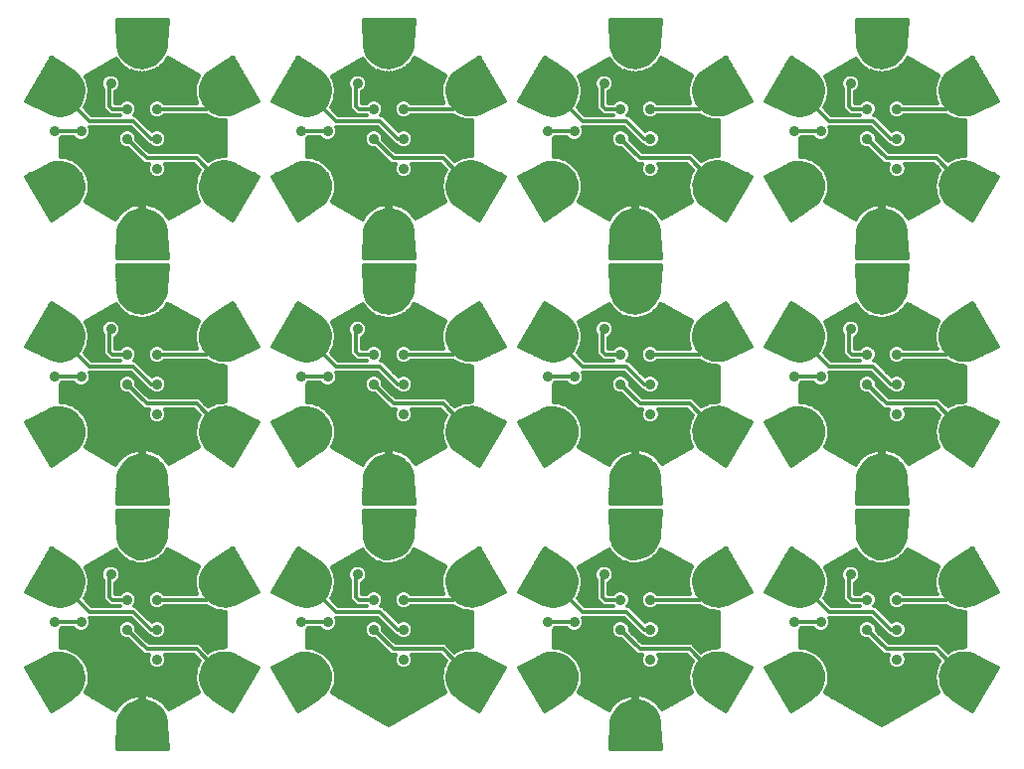
<source format=gbl>
G75*
%MOIN*%
%OFA0B0*%
%FSLAX24Y24*%
%IPPOS*%
%LPD*%
%AMOC8*
5,1,8,0,0,1.08239X$1,22.5*
%
%ADD10C,0.1266*%
%ADD11C,0.0120*%
%ADD12C,0.0350*%
D10*
X004017Y002826D03*
X006788Y001226D03*
X009559Y002826D03*
X012284Y002826D03*
X012284Y006026D03*
X015056Y007626D03*
X015056Y009462D03*
X017827Y011062D03*
X020552Y011062D03*
X023323Y009462D03*
X023323Y007626D03*
X020552Y006026D03*
X017827Y006026D03*
X017827Y002826D03*
X020552Y002826D03*
X023323Y001226D03*
X026095Y002826D03*
X028820Y002826D03*
X028820Y006026D03*
X031591Y007626D03*
X031591Y009462D03*
X034362Y011062D03*
X034362Y014262D03*
X031591Y015862D03*
X031591Y017698D03*
X034362Y019298D03*
X034362Y022498D03*
X031591Y024098D03*
X028820Y022498D03*
X026095Y022498D03*
X023323Y024098D03*
X020552Y022498D03*
X017827Y022498D03*
X015056Y024098D03*
X012284Y022498D03*
X009559Y022498D03*
X006788Y024098D03*
X004017Y022498D03*
X004017Y019298D03*
X006788Y017698D03*
X006788Y015862D03*
X009559Y014262D03*
X012284Y014262D03*
X015056Y015862D03*
X015056Y017698D03*
X017827Y019298D03*
X020552Y019298D03*
X023323Y017698D03*
X023323Y015862D03*
X020552Y014262D03*
X017827Y014262D03*
X012284Y011062D03*
X009559Y011062D03*
X006788Y009462D03*
X006788Y007626D03*
X009559Y006026D03*
X004017Y006026D03*
X004017Y011062D03*
X004017Y014262D03*
X009559Y019298D03*
X012284Y019298D03*
X026095Y019298D03*
X028820Y019298D03*
X028820Y014262D03*
X026095Y014262D03*
X026095Y011062D03*
X028820Y011062D03*
X026095Y006026D03*
X034362Y006026D03*
X034362Y002826D03*
D11*
X004286Y002046D02*
X003543Y002046D01*
X003611Y001928D02*
X004107Y001928D01*
X003929Y001809D02*
X003680Y001809D01*
X003748Y001691D02*
X003750Y001691D01*
X003749Y001689D02*
X002899Y003162D01*
X003617Y003518D01*
X003730Y003570D01*
X003850Y003604D01*
X003974Y003619D01*
X004099Y003615D01*
X004222Y003592D01*
X004340Y003550D01*
X004450Y003492D01*
X004550Y003417D01*
X004637Y003327D01*
X004709Y003226D01*
X004766Y003113D01*
X004804Y002992D01*
X004822Y002867D01*
X004820Y002741D01*
X004797Y002616D01*
X004755Y002497D01*
X004693Y002387D01*
X004615Y002287D01*
X004522Y002202D01*
X004417Y002133D01*
X003749Y001689D01*
X003474Y002165D02*
X004465Y002165D01*
X004610Y002283D02*
X003406Y002283D01*
X003338Y002402D02*
X004702Y002402D01*
X004763Y002520D02*
X003269Y002520D01*
X003201Y002639D02*
X004801Y002639D01*
X004820Y002757D02*
X003132Y002757D01*
X003064Y002876D02*
X004821Y002876D01*
X004804Y002994D02*
X002996Y002994D01*
X002927Y003113D02*
X004766Y003113D01*
X004705Y003231D02*
X003038Y003231D01*
X003277Y003350D02*
X004615Y003350D01*
X004481Y003468D02*
X003515Y003468D01*
X003789Y003587D02*
X004237Y003587D01*
X004274Y003786D02*
X004210Y003808D01*
X004198Y003802D01*
X004188Y003812D01*
X004121Y003814D01*
X004055Y003827D01*
X004043Y003819D01*
X004038Y003823D01*
X004038Y004430D01*
X004083Y004476D01*
X004492Y004476D01*
X004559Y004409D01*
X004675Y004361D01*
X004800Y004361D01*
X004916Y004409D01*
X005005Y004497D01*
X005053Y004613D01*
X005053Y004738D01*
X005017Y004826D01*
X006405Y004826D01*
X007005Y004226D01*
X007042Y004226D01*
X007109Y004159D01*
X007225Y004111D01*
X007350Y004111D01*
X007466Y004159D01*
X007555Y004247D01*
X007603Y004363D01*
X007603Y004488D01*
X007555Y004604D01*
X007466Y004693D01*
X007350Y004741D01*
X007225Y004741D01*
X007109Y004693D01*
X007106Y004690D01*
X006571Y005226D01*
X006533Y005226D01*
X006555Y005247D01*
X006603Y005363D01*
X006603Y005488D01*
X006555Y005604D01*
X006466Y005693D01*
X006350Y005741D01*
X006225Y005741D01*
X006109Y005693D01*
X006042Y005626D01*
X005888Y005626D01*
X005888Y005997D01*
X005916Y006009D01*
X006005Y006097D01*
X006053Y006213D01*
X006053Y006338D01*
X006005Y006454D01*
X005916Y006543D01*
X005800Y006591D01*
X005675Y006591D01*
X005559Y006543D01*
X005471Y006454D01*
X005423Y006338D01*
X005423Y006213D01*
X005471Y006097D01*
X005488Y006080D01*
X005488Y005443D01*
X005588Y005343D01*
X005705Y005226D01*
X006042Y005226D01*
X006042Y005226D01*
X005099Y005226D01*
X004857Y005468D01*
X004885Y005529D01*
X004922Y005585D01*
X004919Y005599D01*
X004931Y005605D01*
X004949Y005670D01*
X004977Y005732D01*
X004973Y005745D01*
X004983Y005753D01*
X004991Y005820D01*
X005010Y005885D01*
X005003Y005897D01*
X005012Y005907D01*
X005010Y005975D01*
X005018Y006042D01*
X005010Y006052D01*
X005018Y006064D01*
X005005Y006130D01*
X005003Y006197D01*
X004993Y006207D01*
X004999Y006219D01*
X004977Y006283D01*
X004964Y006349D01*
X004953Y006357D01*
X004957Y006370D01*
X004925Y006430D01*
X004903Y006493D01*
X004890Y006499D01*
X004892Y006513D01*
X004887Y006520D01*
X005911Y007116D01*
X005914Y007108D01*
X005930Y007101D01*
X005928Y007084D01*
X005972Y007033D01*
X006006Y006976D01*
X006022Y006972D01*
X006024Y006955D01*
X006074Y006912D01*
X006118Y006862D01*
X006134Y006860D01*
X006138Y006844D01*
X006196Y006809D01*
X006246Y006766D01*
X006263Y006768D01*
X006270Y006752D01*
X006332Y006727D01*
X006389Y006693D01*
X006405Y006697D01*
X006414Y006683D01*
X006479Y006668D01*
X006541Y006644D01*
X006556Y006650D01*
X006568Y006638D01*
X006634Y006634D01*
X006699Y006620D01*
X006713Y006628D01*
X006725Y006619D01*
X006792Y006625D01*
X006859Y006621D01*
X006869Y006630D01*
X006881Y006623D01*
X006947Y006640D01*
X007014Y006647D01*
X007023Y006657D01*
X007035Y006652D01*
X007097Y006679D01*
X007163Y006695D01*
X007170Y006707D01*
X007183Y006704D01*
X007240Y006739D01*
X007303Y006766D01*
X007308Y006779D01*
X007321Y006778D01*
X007373Y006822D01*
X007430Y006857D01*
X007433Y006870D01*
X007447Y006872D01*
X007491Y006923D01*
X007542Y006967D01*
X007543Y006980D01*
X007556Y006983D01*
X007592Y007041D01*
X007636Y007092D01*
X007635Y007106D01*
X007647Y007111D01*
X007656Y007130D01*
X008687Y006540D01*
X008674Y006523D01*
X008676Y006506D01*
X008660Y006499D01*
X008638Y006436D01*
X008606Y006378D01*
X008611Y006362D01*
X008597Y006352D01*
X008585Y006287D01*
X008562Y006224D01*
X008569Y006209D01*
X008557Y006197D01*
X008556Y006130D01*
X008544Y006065D01*
X008554Y006051D01*
X008544Y006038D01*
X008553Y005972D01*
X008552Y005905D01*
X008564Y005893D01*
X008556Y005878D01*
X008576Y005814D01*
X008585Y005748D01*
X008599Y005738D01*
X008593Y005722D01*
X008623Y005663D01*
X008635Y005626D01*
X007533Y005626D01*
X007466Y005693D01*
X007350Y005741D01*
X007225Y005741D01*
X007109Y005693D01*
X007021Y005604D01*
X006973Y005488D01*
X006973Y005363D01*
X007021Y005247D01*
X007109Y005159D01*
X007225Y005111D01*
X007350Y005111D01*
X007466Y005159D01*
X007533Y005226D01*
X008958Y005226D01*
X008958Y005222D01*
X009018Y005191D01*
X009072Y005150D01*
X009086Y005152D01*
X009091Y005140D01*
X009155Y005117D01*
X009215Y005085D01*
X009228Y005089D01*
X009235Y005078D01*
X009302Y005066D01*
X009366Y005043D01*
X009378Y005049D01*
X009387Y005039D01*
X009455Y005037D01*
X009521Y005024D01*
X009532Y005032D01*
X009543Y005024D01*
X009588Y005029D01*
X009588Y003835D01*
X009547Y003841D01*
X009534Y003831D01*
X009520Y003841D01*
X009454Y003829D01*
X009388Y003827D01*
X009376Y003815D01*
X009361Y003822D01*
X009298Y003800D01*
X009232Y003788D01*
X009223Y003774D01*
X009207Y003779D01*
X009148Y003747D01*
X009086Y003724D01*
X009078Y003709D01*
X009062Y003711D01*
X009009Y003670D01*
X009002Y003666D01*
X008809Y003858D01*
X008809Y003858D01*
X008692Y003976D01*
X007021Y003976D01*
X006603Y004393D01*
X006603Y004488D01*
X006555Y004604D01*
X006466Y004693D01*
X006350Y004741D01*
X006225Y004741D01*
X006109Y004693D01*
X006021Y004604D01*
X005973Y004488D01*
X005973Y004363D01*
X006021Y004247D01*
X006109Y004159D01*
X006225Y004111D01*
X006320Y004111D01*
X006738Y003693D01*
X006855Y003576D01*
X007009Y003576D01*
X006973Y003488D01*
X006973Y003363D01*
X007021Y003247D01*
X007109Y003159D01*
X007225Y003111D01*
X007350Y003111D01*
X007466Y003159D01*
X007555Y003247D01*
X007603Y003363D01*
X007603Y003488D01*
X007567Y003576D01*
X008526Y003576D01*
X008718Y003383D01*
X008691Y003322D01*
X008654Y003266D01*
X008656Y003252D01*
X008644Y003246D01*
X008626Y003181D01*
X008598Y003119D01*
X008603Y003107D01*
X008592Y003098D01*
X008584Y003031D01*
X008566Y002966D01*
X008573Y002954D01*
X008563Y002944D01*
X008565Y002877D01*
X008557Y002810D01*
X008566Y002799D01*
X008558Y002788D01*
X008570Y002721D01*
X008573Y002654D01*
X008583Y002644D01*
X008577Y002632D01*
X008599Y002568D01*
X008611Y002502D01*
X008623Y002494D01*
X008619Y002481D01*
X008651Y002422D01*
X008673Y002358D01*
X008685Y002352D01*
X008683Y002338D01*
X008699Y002318D01*
X007680Y001736D01*
X007628Y001821D01*
X007556Y001912D01*
X007474Y001994D01*
X007417Y002038D01*
X007383Y002066D01*
X007312Y002109D01*
X007284Y002127D01*
X007195Y002169D01*
X007179Y002176D01*
X007069Y002213D01*
X006956Y002236D01*
X006848Y002246D01*
X006848Y001286D01*
X006728Y001286D01*
X006728Y002244D01*
X006722Y002244D01*
X006601Y002228D01*
X006483Y002197D01*
X006369Y002152D01*
X006262Y002094D01*
X006262Y002094D01*
X006161Y002025D01*
X006070Y001943D01*
X006044Y001914D01*
X005989Y001852D01*
X005965Y001818D01*
X005919Y001752D01*
X005919Y001752D01*
X005904Y001724D01*
X004880Y002301D01*
X004902Y002328D01*
X004900Y002345D01*
X004915Y002352D01*
X004938Y002415D01*
X004970Y002473D01*
X004965Y002489D01*
X004979Y002499D01*
X004991Y002565D01*
X005013Y002627D01*
X005006Y002642D01*
X005018Y002654D01*
X005019Y002721D01*
X005031Y002786D01*
X005022Y002800D01*
X005032Y002814D01*
X005022Y002880D01*
X005024Y002946D01*
X005012Y002958D01*
X005020Y002973D01*
X005000Y003037D01*
X004990Y003103D01*
X004977Y003113D01*
X004982Y003129D01*
X004952Y003188D01*
X004932Y003252D01*
X004918Y003259D01*
X004920Y003274D01*
X004881Y003329D01*
X004851Y003390D01*
X004838Y003394D01*
X004838Y003408D01*
X004791Y003456D01*
X004751Y003511D01*
X004738Y003513D01*
X004736Y003527D01*
X004682Y003567D01*
X004635Y003616D01*
X004621Y003616D01*
X004617Y003629D01*
X004558Y003661D01*
X004504Y003701D01*
X004490Y003699D01*
X004484Y003712D01*
X004420Y003734D01*
X004361Y003766D01*
X004348Y003762D01*
X004340Y003773D01*
X004274Y003786D01*
X004072Y003824D02*
X006607Y003824D01*
X006489Y003942D02*
X004038Y003942D01*
X004038Y003824D02*
X004050Y003824D01*
X004038Y004061D02*
X006370Y004061D01*
X006089Y004179D02*
X004038Y004179D01*
X004038Y004298D02*
X006000Y004298D01*
X005973Y004416D02*
X004924Y004416D01*
X005020Y004535D02*
X005992Y004535D01*
X006070Y004653D02*
X005053Y004653D01*
X005039Y004772D02*
X006459Y004772D01*
X006506Y004653D02*
X006578Y004653D01*
X006584Y004535D02*
X006696Y004535D01*
X006603Y004416D02*
X006815Y004416D01*
X006699Y004298D02*
X006933Y004298D01*
X006817Y004179D02*
X007089Y004179D01*
X006936Y004061D02*
X009588Y004061D01*
X009588Y004179D02*
X007487Y004179D01*
X007576Y004298D02*
X009588Y004298D01*
X009588Y004416D02*
X007603Y004416D01*
X007584Y004535D02*
X009588Y004535D01*
X009588Y004653D02*
X007506Y004653D01*
X007288Y004426D02*
X007088Y004426D01*
X006488Y005026D01*
X005017Y005026D01*
X004017Y006026D01*
X004790Y006194D02*
X003190Y006194D01*
X003258Y006312D02*
X004754Y006312D01*
X004741Y006349D02*
X004783Y006231D01*
X004806Y006108D01*
X004810Y005983D01*
X004795Y005859D01*
X004761Y005739D01*
X004709Y005626D01*
X004640Y005520D01*
X004555Y005427D01*
X004455Y005349D01*
X004345Y005287D01*
X004226Y005245D01*
X004101Y005222D01*
X003975Y005220D01*
X003850Y005238D01*
X003729Y005276D01*
X003617Y005333D01*
X002899Y005689D01*
X003749Y007162D01*
X004417Y006718D01*
X004518Y006646D01*
X004607Y006559D01*
X004682Y006459D01*
X004741Y006349D01*
X004698Y006431D02*
X003327Y006431D01*
X003395Y006549D02*
X004615Y006549D01*
X004488Y006668D02*
X003463Y006668D01*
X003532Y006786D02*
X004315Y006786D01*
X004136Y006905D02*
X003600Y006905D01*
X003669Y007023D02*
X003958Y007023D01*
X003779Y007142D02*
X003737Y007142D01*
X004937Y006549D02*
X005575Y006549D01*
X005461Y006431D02*
X004925Y006431D01*
X004971Y006312D02*
X005423Y006312D01*
X005431Y006194D02*
X005003Y006194D01*
X005016Y006075D02*
X005488Y006075D01*
X005488Y005957D02*
X005011Y005957D01*
X004996Y005838D02*
X005488Y005838D01*
X005488Y005720D02*
X004972Y005720D01*
X004923Y005601D02*
X005488Y005601D01*
X005488Y005483D02*
X004864Y005483D01*
X004961Y005364D02*
X005567Y005364D01*
X005685Y005246D02*
X005079Y005246D01*
X004606Y005483D02*
X003315Y005483D01*
X003077Y005601D02*
X004693Y005601D01*
X004752Y005720D02*
X002916Y005720D01*
X002984Y005838D02*
X004789Y005838D01*
X004807Y005957D02*
X003053Y005957D01*
X003121Y006075D02*
X004807Y006075D01*
X005141Y006668D02*
X006481Y006668D01*
X006538Y006860D02*
X006421Y006907D01*
X006313Y006972D01*
X006216Y007054D01*
X006135Y007150D01*
X006069Y007259D01*
X006022Y007376D01*
X005995Y007499D01*
X005988Y007626D01*
X005938Y008426D01*
X007638Y008426D01*
X007588Y007626D01*
X007576Y007501D01*
X007545Y007380D01*
X007496Y007265D01*
X007430Y007159D01*
X007349Y007065D01*
X007254Y006983D01*
X007148Y006917D01*
X007033Y006869D01*
X006912Y006838D01*
X006788Y006826D01*
X006662Y006833D01*
X006538Y006860D01*
X006427Y006905D02*
X007118Y006905D01*
X007300Y007023D02*
X006253Y007023D01*
X006142Y007142D02*
X007415Y007142D01*
X007493Y007260D02*
X006069Y007260D01*
X006022Y007379D02*
X007544Y007379D01*
X007575Y007497D02*
X005995Y007497D01*
X005988Y007616D02*
X007587Y007616D01*
X007595Y007734D02*
X005981Y007734D01*
X005974Y007853D02*
X007602Y007853D01*
X007609Y007971D02*
X005966Y007971D01*
X005959Y008090D02*
X007617Y008090D01*
X007624Y008208D02*
X005951Y008208D01*
X005944Y008327D02*
X007632Y008327D01*
X007638Y008662D02*
X005938Y008662D01*
X005988Y009462D01*
X006000Y009586D01*
X006031Y009707D01*
X006080Y009822D01*
X006146Y009928D01*
X006227Y010023D01*
X006322Y010104D01*
X006428Y010170D01*
X006543Y010219D01*
X006664Y010250D01*
X006788Y010262D01*
X006914Y010255D01*
X007037Y010227D01*
X007155Y010180D01*
X007263Y010115D01*
X007359Y010033D01*
X007441Y009937D01*
X007506Y009829D01*
X007553Y009711D01*
X007581Y009588D01*
X007588Y009462D01*
X007638Y008662D01*
X007637Y008682D02*
X005939Y008682D01*
X005946Y008801D02*
X007629Y008801D01*
X007622Y008919D02*
X005954Y008919D01*
X005961Y009038D02*
X007614Y009038D01*
X007607Y009156D02*
X005969Y009156D01*
X005976Y009275D02*
X007600Y009275D01*
X007592Y009393D02*
X005983Y009393D01*
X005993Y009512D02*
X007585Y009512D01*
X007571Y009630D02*
X006011Y009630D01*
X006048Y009749D02*
X007538Y009749D01*
X007483Y009867D02*
X006108Y009867D01*
X006195Y009986D02*
X007400Y009986D01*
X007276Y010104D02*
X006322Y010104D01*
X006161Y010261D02*
X006161Y010261D01*
X006070Y010180D01*
X006070Y010180D01*
X006070Y010180D01*
X006044Y010151D01*
X005989Y010088D01*
X005965Y010054D01*
X005919Y009988D01*
X005904Y009960D01*
X004880Y010537D01*
X004902Y010564D01*
X004900Y010581D01*
X004915Y010588D01*
X004938Y010651D01*
X004970Y010709D01*
X004965Y010726D01*
X004979Y010735D01*
X004991Y010801D01*
X005013Y010863D01*
X005006Y010879D01*
X005018Y010890D01*
X005019Y010957D01*
X005031Y011022D01*
X005022Y011036D01*
X005032Y011050D01*
X005022Y011116D01*
X005024Y011182D01*
X005012Y011195D01*
X005020Y011209D01*
X005000Y011273D01*
X004990Y011339D01*
X004977Y011349D01*
X004982Y011365D01*
X004952Y011425D01*
X004932Y011488D01*
X004918Y011496D01*
X004920Y011511D01*
X004881Y011566D01*
X004851Y011626D01*
X004838Y011630D01*
X004838Y011644D01*
X004791Y011692D01*
X004751Y011747D01*
X004738Y011749D01*
X004736Y011763D01*
X004682Y011803D01*
X004635Y011852D01*
X004621Y011852D01*
X004617Y011865D01*
X004558Y011897D01*
X004504Y011937D01*
X004490Y011935D01*
X004484Y011948D01*
X004420Y011970D01*
X004361Y012002D01*
X004348Y011998D01*
X004340Y012009D01*
X004274Y012022D01*
X004210Y012044D01*
X004198Y012038D01*
X004188Y012048D01*
X004121Y012051D01*
X004055Y012063D01*
X004043Y012055D01*
X004038Y012059D01*
X004038Y012666D01*
X004083Y012712D01*
X004492Y012712D01*
X004559Y012645D01*
X004675Y012597D01*
X004800Y012597D01*
X004916Y012645D01*
X005005Y012733D01*
X005053Y012849D01*
X005053Y012974D01*
X005017Y013062D01*
X006405Y013062D01*
X007005Y012462D01*
X007042Y012462D01*
X007109Y012395D01*
X007225Y012347D01*
X007350Y012347D01*
X007466Y012395D01*
X007555Y012483D01*
X007603Y012599D01*
X007603Y012724D01*
X007555Y012840D01*
X007466Y012929D01*
X007350Y012977D01*
X007225Y012977D01*
X007109Y012929D01*
X007106Y012926D01*
X006571Y013462D01*
X006533Y013462D01*
X006555Y013483D01*
X006603Y013599D01*
X006603Y013724D01*
X006555Y013840D01*
X006466Y013929D01*
X006350Y013977D01*
X006225Y013977D01*
X006109Y013929D01*
X006042Y013862D01*
X005888Y013862D01*
X005888Y014233D01*
X005916Y014245D01*
X006005Y014333D01*
X006053Y014449D01*
X006053Y014574D01*
X006005Y014690D01*
X005916Y014779D01*
X005800Y014827D01*
X005675Y014827D01*
X005559Y014779D01*
X005471Y014690D01*
X005423Y014574D01*
X005423Y014449D01*
X005471Y014333D01*
X005488Y014316D01*
X005488Y013679D01*
X005588Y013579D01*
X005705Y013462D01*
X006042Y013462D01*
X006042Y013462D01*
X005099Y013462D01*
X004857Y013704D01*
X004885Y013765D01*
X004922Y013821D01*
X004919Y013835D01*
X004931Y013842D01*
X004949Y013907D01*
X004977Y013968D01*
X004973Y013981D01*
X004983Y013989D01*
X004991Y014056D01*
X005010Y014121D01*
X005003Y014133D01*
X005488Y014133D01*
X005488Y014015D02*
X004986Y014015D01*
X005003Y014133D02*
X005012Y014143D01*
X005010Y014211D01*
X005018Y014278D01*
X005010Y014289D01*
X005018Y014300D01*
X005005Y014366D01*
X005003Y014434D01*
X004993Y014443D01*
X004999Y014455D01*
X004977Y014519D01*
X004964Y014585D01*
X004953Y014593D01*
X004957Y014606D01*
X004925Y014666D01*
X004903Y014729D01*
X004890Y014735D01*
X004892Y014749D01*
X004887Y014756D01*
X005911Y015352D01*
X005914Y015344D01*
X005930Y015337D01*
X005928Y015320D01*
X005972Y015270D01*
X006006Y015212D01*
X006022Y015208D01*
X006024Y015192D01*
X006074Y015148D01*
X006118Y015098D01*
X006134Y015096D01*
X006138Y015080D01*
X006196Y015046D01*
X006246Y015002D01*
X006263Y015004D01*
X006270Y014988D01*
X006332Y014964D01*
X006389Y014929D01*
X006405Y014933D01*
X006414Y014919D01*
X006479Y014905D01*
X006541Y014880D01*
X006556Y014887D01*
X006568Y014874D01*
X006634Y014870D01*
X006699Y014856D01*
X006713Y014864D01*
X006725Y014855D01*
X006792Y014861D01*
X006859Y014857D01*
X006869Y014867D01*
X006881Y014860D01*
X006947Y014876D01*
X007014Y014883D01*
X007023Y014893D01*
X007035Y014888D01*
X007097Y014915D01*
X007163Y014931D01*
X007170Y014943D01*
X007183Y014940D01*
X007240Y014976D01*
X007303Y015002D01*
X007308Y015015D01*
X007321Y015014D01*
X007373Y015058D01*
X007430Y015093D01*
X007433Y015107D01*
X007447Y015108D01*
X007491Y015159D01*
X007542Y015203D01*
X007543Y015217D01*
X007556Y015220D01*
X007592Y015277D01*
X007636Y015328D01*
X007635Y015342D01*
X007647Y015347D01*
X007656Y015366D01*
X008687Y014776D01*
X008674Y014759D01*
X008676Y014742D01*
X008660Y014735D01*
X008638Y014673D01*
X008606Y014614D01*
X008611Y014598D01*
X008597Y014588D01*
X008585Y014523D01*
X008562Y014460D01*
X008569Y014445D01*
X008557Y014433D01*
X008556Y014367D01*
X008544Y014301D01*
X008554Y014287D01*
X008544Y014274D01*
X008553Y014208D01*
X008552Y014141D01*
X008564Y014129D01*
X008556Y014114D01*
X008576Y014051D01*
X008585Y013985D01*
X008599Y013975D01*
X008593Y013959D01*
X008623Y013899D01*
X008635Y013862D01*
X007533Y013862D01*
X007466Y013929D01*
X007350Y013977D01*
X007225Y013977D01*
X007109Y013929D01*
X007021Y013840D01*
X006973Y013724D01*
X006973Y013599D01*
X007021Y013483D01*
X007109Y013395D01*
X007225Y013347D01*
X007350Y013347D01*
X007466Y013395D01*
X007533Y013462D01*
X008958Y013462D01*
X008958Y013459D01*
X009018Y013427D01*
X009072Y013386D01*
X009086Y013388D01*
X009091Y013376D01*
X009155Y013353D01*
X009215Y013322D01*
X009228Y013325D01*
X009235Y013314D01*
X009302Y013302D01*
X009366Y013279D01*
X009378Y013285D01*
X009387Y013275D01*
X009455Y013273D01*
X009521Y013261D01*
X009532Y013268D01*
X009543Y013260D01*
X009588Y013265D01*
X009588Y012071D01*
X009547Y012077D01*
X009534Y012067D01*
X009520Y012077D01*
X009454Y012065D01*
X009388Y012064D01*
X009376Y012051D01*
X009361Y012059D01*
X009298Y012036D01*
X009232Y012024D01*
X009223Y012010D01*
X009207Y012015D01*
X009148Y011983D01*
X009086Y011960D01*
X009078Y011945D01*
X009062Y011947D01*
X009009Y011906D01*
X009002Y011902D01*
X008692Y012212D01*
X007021Y012212D01*
X006603Y012630D01*
X006603Y012724D01*
X006555Y012840D01*
X006466Y012929D01*
X006350Y012977D01*
X006225Y012977D01*
X006109Y012929D01*
X006021Y012840D01*
X005973Y012724D01*
X005973Y012599D01*
X006021Y012483D01*
X006109Y012395D01*
X006225Y012347D01*
X006320Y012347D01*
X006738Y011929D01*
X006855Y011812D01*
X007009Y011812D01*
X006973Y011724D01*
X006973Y011599D01*
X007021Y011483D01*
X007109Y011395D01*
X007225Y011347D01*
X007350Y011347D01*
X007466Y011395D01*
X007555Y011483D01*
X007603Y011599D01*
X007603Y011724D01*
X007567Y011812D01*
X008526Y011812D01*
X008718Y011620D01*
X008691Y011559D01*
X008654Y011502D01*
X008656Y011489D01*
X008644Y011482D01*
X008626Y011417D01*
X008598Y011356D01*
X008603Y011343D01*
X008592Y011334D01*
X008584Y011267D01*
X008566Y011202D01*
X008573Y011190D01*
X008563Y011180D01*
X008565Y011113D01*
X008557Y011046D01*
X008566Y011035D01*
X008558Y011024D01*
X008570Y010957D01*
X008573Y010890D01*
X008583Y010881D01*
X008577Y010868D01*
X008599Y010805D01*
X008611Y010738D01*
X008623Y010730D01*
X008619Y010717D01*
X008651Y010658D01*
X008673Y010594D01*
X008685Y010588D01*
X008683Y010575D01*
X008699Y010554D01*
X007680Y009972D01*
X007628Y010057D01*
X007556Y010148D01*
X007474Y010230D01*
X007417Y010275D01*
X007383Y010302D01*
X007312Y010345D01*
X007284Y010363D01*
X007195Y010405D01*
X007179Y010412D01*
X007069Y010449D01*
X006956Y010473D01*
X006848Y010482D01*
X006848Y009522D01*
X006728Y009522D01*
X006728Y010481D01*
X006722Y010481D01*
X006601Y010464D01*
X006483Y010433D01*
X006369Y010388D01*
X006262Y010331D01*
X006262Y010331D01*
X006161Y010261D01*
X006118Y010223D02*
X005438Y010223D01*
X005228Y010341D02*
X006281Y010341D01*
X006369Y010388D02*
X006369Y010388D01*
X006483Y010433D02*
X006483Y010433D01*
X006585Y010460D02*
X005018Y010460D01*
X004900Y010578D02*
X008684Y010578D01*
X008630Y010697D02*
X004963Y010697D01*
X004996Y010815D02*
X008595Y010815D01*
X008571Y010934D02*
X005019Y010934D01*
X005032Y011052D02*
X008558Y011052D01*
X008563Y011171D02*
X005024Y011171D01*
X004998Y011289D02*
X008587Y011289D01*
X008622Y011408D02*
X007479Y011408D01*
X007573Y011526D02*
X008669Y011526D01*
X008694Y011645D02*
X007603Y011645D01*
X007587Y011763D02*
X008575Y011763D01*
X008609Y012012D02*
X009559Y011062D01*
X008857Y010697D02*
X010272Y010697D01*
X010340Y010815D02*
X008807Y010815D01*
X008793Y010856D02*
X008834Y010739D01*
X008893Y010629D01*
X008968Y010529D01*
X009057Y010442D01*
X009159Y010369D01*
X009827Y009926D01*
X010677Y011398D01*
X009959Y011755D01*
X009846Y011812D01*
X009726Y011849D01*
X009601Y011868D01*
X009474Y011865D01*
X009350Y011842D01*
X009231Y011800D01*
X009120Y011739D01*
X009021Y011661D01*
X008936Y011568D01*
X008866Y011462D01*
X008815Y011348D01*
X008781Y011228D01*
X008766Y011104D01*
X008770Y010979D01*
X008793Y010856D01*
X008778Y010934D02*
X010409Y010934D01*
X010477Y011052D02*
X008767Y011052D01*
X008774Y011171D02*
X010546Y011171D01*
X010614Y011289D02*
X008798Y011289D01*
X008842Y011408D02*
X010658Y011408D01*
X010419Y011526D02*
X008908Y011526D01*
X009006Y011645D02*
X010181Y011645D01*
X009942Y011763D02*
X009164Y011763D01*
X009180Y012000D02*
X008904Y012000D01*
X008785Y012119D02*
X009588Y012119D01*
X009588Y012237D02*
X006995Y012237D01*
X006877Y012356D02*
X007204Y012356D01*
X007371Y012356D02*
X009588Y012356D01*
X009588Y012474D02*
X007545Y012474D01*
X007600Y012593D02*
X009588Y012593D01*
X009588Y012711D02*
X007603Y012711D01*
X007559Y012830D02*
X009588Y012830D01*
X009588Y012948D02*
X007420Y012948D01*
X007156Y012948D02*
X007084Y012948D01*
X006966Y013067D02*
X009588Y013067D01*
X009588Y013185D02*
X006847Y013185D01*
X006729Y013304D02*
X009292Y013304D01*
X009354Y013496D02*
X009476Y013473D01*
X009601Y013468D01*
X009725Y013484D01*
X009845Y013517D01*
X009959Y013569D01*
X010677Y013926D01*
X009827Y015398D01*
X009159Y014955D01*
X009053Y014885D01*
X008960Y014800D01*
X008882Y014701D01*
X008821Y014590D01*
X008778Y014471D01*
X008756Y014347D01*
X008753Y014220D01*
X008771Y014095D01*
X008809Y013975D01*
X008866Y013862D01*
X008939Y013760D01*
X009026Y013671D01*
X009126Y013596D01*
X009236Y013537D01*
X009354Y013496D01*
X009229Y013541D02*
X009896Y013541D01*
X010140Y013659D02*
X009042Y013659D01*
X008959Y013662D02*
X009559Y014262D01*
X010284Y014607D02*
X008830Y014607D01*
X008785Y014489D02*
X010352Y014489D01*
X010420Y014370D02*
X008760Y014370D01*
X008754Y014252D02*
X010489Y014252D01*
X010557Y014133D02*
X008766Y014133D01*
X008797Y014015D02*
X010626Y014015D01*
X010617Y013896D02*
X008849Y013896D01*
X008926Y013778D02*
X010379Y013778D01*
X011166Y013926D02*
X012016Y015398D01*
X012684Y014955D01*
X012786Y014882D01*
X012875Y014795D01*
X012950Y014695D01*
X013009Y014585D01*
X013051Y014467D01*
X013074Y014344D01*
X013078Y014220D01*
X013063Y014096D01*
X013029Y013975D01*
X012977Y013862D01*
X012908Y013756D01*
X012822Y013663D01*
X012723Y013585D01*
X012612Y013524D01*
X012493Y013481D01*
X012369Y013458D01*
X012243Y013456D01*
X012118Y013474D01*
X011997Y013512D01*
X011884Y013569D01*
X011166Y013926D01*
X011226Y013896D02*
X012993Y013896D01*
X013040Y014015D02*
X011218Y014015D01*
X011286Y014133D02*
X013067Y014133D01*
X013077Y014252D02*
X011355Y014252D01*
X011423Y014370D02*
X013069Y014370D01*
X013043Y014489D02*
X011491Y014489D01*
X011560Y014607D02*
X012997Y014607D01*
X012927Y014726D02*
X011628Y014726D01*
X011697Y014844D02*
X012825Y014844D01*
X012672Y014963D02*
X011765Y014963D01*
X011833Y015081D02*
X012494Y015081D01*
X012315Y015200D02*
X011902Y015200D01*
X011970Y015318D02*
X012137Y015318D01*
X013155Y014756D02*
X014179Y015352D01*
X014182Y015344D01*
X014198Y015337D01*
X014196Y015320D01*
X014239Y015270D01*
X014274Y015212D01*
X014290Y015208D01*
X014291Y015192D01*
X014342Y015148D01*
X014385Y015098D01*
X014402Y015096D01*
X014406Y015080D01*
X014463Y015046D01*
X014514Y015002D01*
X014531Y015004D01*
X014537Y014988D01*
X014599Y014964D01*
X014656Y014929D01*
X014673Y014933D01*
X014682Y014919D01*
X014747Y014905D01*
X014809Y014880D01*
X014824Y014887D01*
X014835Y014874D01*
X014902Y014870D01*
X014967Y014856D01*
X014981Y014864D01*
X014992Y014855D01*
X015060Y014861D01*
X015127Y014857D01*
X015137Y014867D01*
X015149Y014860D01*
X015214Y014876D01*
X015282Y014883D01*
X015290Y014893D01*
X015303Y014888D01*
X015365Y014915D01*
X015430Y014931D01*
X015437Y014943D01*
X015451Y014940D01*
X015508Y014976D01*
X015570Y015002D01*
X015575Y015015D01*
X015589Y015014D01*
X015640Y015058D01*
X015698Y015093D01*
X015701Y015107D01*
X015714Y015108D01*
X015758Y015159D01*
X015810Y015203D01*
X015811Y015217D01*
X015824Y015220D01*
X015860Y015277D01*
X015904Y015328D01*
X015902Y015342D01*
X015915Y015347D01*
X015923Y015366D01*
X016955Y014776D01*
X016941Y014759D01*
X016943Y014742D01*
X016928Y014735D01*
X016906Y014673D01*
X016874Y014614D01*
X016878Y014598D01*
X016864Y014588D01*
X016852Y014523D01*
X016830Y014460D01*
X016837Y014445D01*
X016825Y014433D01*
X016824Y014367D01*
X016812Y014301D01*
X016821Y014287D01*
X016811Y014274D01*
X016821Y014208D01*
X016820Y014141D01*
X016831Y014129D01*
X016823Y014114D01*
X016843Y014051D01*
X016853Y013985D01*
X016866Y013975D01*
X016861Y013959D01*
X016891Y013899D01*
X016903Y013862D01*
X015801Y013862D01*
X015734Y013929D01*
X015618Y013977D01*
X015493Y013977D01*
X015377Y013929D01*
X015288Y013840D01*
X015241Y013724D01*
X015241Y013599D01*
X015288Y013483D01*
X015377Y013395D01*
X015493Y013347D01*
X015618Y013347D01*
X015734Y013395D01*
X015801Y013462D01*
X017225Y013462D01*
X017226Y013459D01*
X017286Y013427D01*
X017340Y013386D01*
X017353Y013388D01*
X017359Y013376D01*
X017423Y013353D01*
X017482Y013322D01*
X017495Y013325D01*
X017503Y013314D01*
X017570Y013302D01*
X017633Y013279D01*
X017646Y013285D01*
X017655Y013275D01*
X017722Y013273D01*
X017789Y013261D01*
X017800Y013268D01*
X017811Y013260D01*
X017856Y013265D01*
X017856Y012071D01*
X017815Y012077D01*
X017801Y012067D01*
X017787Y012077D01*
X017722Y012065D01*
X017655Y012064D01*
X017644Y012051D01*
X017628Y012059D01*
X017566Y012036D01*
X017500Y012024D01*
X017491Y012010D01*
X017474Y012015D01*
X017416Y011983D01*
X017353Y011960D01*
X017346Y011945D01*
X017329Y011947D01*
X017277Y011906D01*
X017270Y011902D01*
X017077Y012095D01*
X016960Y012212D01*
X015288Y012212D01*
X014871Y012630D01*
X014871Y012724D01*
X014823Y012840D01*
X014734Y012929D01*
X014618Y012977D01*
X014493Y012977D01*
X014377Y012929D01*
X014288Y012840D01*
X014241Y012724D01*
X014241Y012599D01*
X014288Y012483D01*
X014377Y012395D01*
X014493Y012347D01*
X014588Y012347D01*
X015006Y011929D01*
X015123Y011812D01*
X015277Y011812D01*
X015241Y011724D01*
X015241Y011599D01*
X015288Y011483D01*
X015377Y011395D01*
X015493Y011347D01*
X015618Y011347D01*
X015734Y011395D01*
X015823Y011483D01*
X015871Y011599D01*
X015871Y011724D01*
X015834Y011812D01*
X016794Y011812D01*
X016986Y011620D01*
X016958Y011559D01*
X016921Y011502D01*
X016924Y011489D01*
X016912Y011482D01*
X016894Y011417D01*
X016866Y011356D01*
X016871Y011343D01*
X016860Y011334D01*
X016852Y011267D01*
X016834Y011202D01*
X016840Y011190D01*
X016831Y011180D01*
X016833Y011113D01*
X016825Y011046D01*
X016833Y011035D01*
X016826Y011024D01*
X016838Y010957D01*
X016840Y010890D01*
X016850Y010881D01*
X016844Y010868D01*
X016867Y010805D01*
X016879Y010738D01*
X016890Y010730D01*
X016887Y010717D01*
X016918Y010658D01*
X016941Y010594D01*
X016953Y010588D01*
X016951Y010575D01*
X016967Y010554D01*
X015948Y009972D01*
X015895Y010057D01*
X015823Y010148D01*
X015742Y010230D01*
X015742Y010230D01*
X015742Y010230D01*
X015726Y010242D01*
X015651Y010302D01*
X015651Y010302D01*
X015632Y010314D01*
X015552Y010363D01*
X015529Y010374D01*
X015447Y010412D01*
X015418Y010422D01*
X015337Y010449D01*
X015300Y010457D01*
X015224Y010473D01*
X015224Y010473D01*
X015116Y010482D01*
X015116Y009522D01*
X014996Y009522D01*
X014996Y010481D01*
X014990Y010481D01*
X014869Y010464D01*
X014751Y010433D01*
X014751Y010433D01*
X014637Y010388D01*
X014529Y010331D01*
X014429Y010261D01*
X014338Y010180D01*
X014338Y010180D01*
X014333Y010174D01*
X014257Y010088D01*
X014252Y010082D01*
X014187Y009988D01*
X014182Y009980D01*
X014172Y009960D01*
X013148Y010537D01*
X013170Y010564D01*
X013168Y010581D01*
X013183Y010588D01*
X013205Y010651D01*
X013237Y010709D01*
X013233Y010726D01*
X013247Y010735D01*
X013259Y010801D01*
X013281Y010863D01*
X013274Y010879D01*
X013286Y010890D01*
X013287Y010957D01*
X013299Y011022D01*
X013290Y011036D01*
X013300Y011050D01*
X013290Y011116D01*
X013291Y011182D01*
X013280Y011195D01*
X013288Y011209D01*
X013268Y011273D01*
X013258Y011339D01*
X013245Y011349D01*
X013250Y011365D01*
X013220Y011425D01*
X013200Y011488D01*
X013185Y011496D01*
X013188Y011511D01*
X013149Y011566D01*
X013118Y011626D01*
X013105Y011630D01*
X013105Y011644D01*
X013058Y011692D01*
X013019Y011747D01*
X013006Y011749D01*
X013004Y011763D01*
X012950Y011803D01*
X012902Y011852D01*
X012889Y011852D01*
X012885Y011865D01*
X012825Y011897D01*
X012771Y011937D01*
X012758Y011935D01*
X012752Y011948D01*
X012688Y011970D01*
X012629Y012002D01*
X012616Y011998D01*
X012608Y012009D01*
X012541Y012022D01*
X012478Y012044D01*
X012465Y012038D01*
X012456Y012048D01*
X012389Y012051D01*
X012322Y012063D01*
X012311Y012055D01*
X012306Y012059D01*
X012306Y012666D01*
X012351Y012712D01*
X012760Y012712D01*
X012827Y012645D01*
X012943Y012597D01*
X013068Y012597D01*
X013184Y012645D01*
X013273Y012733D01*
X013321Y012849D01*
X013321Y012974D01*
X013284Y013062D01*
X014673Y013062D01*
X015273Y012462D01*
X015310Y012462D01*
X015377Y012395D01*
X015493Y012347D01*
X015618Y012347D01*
X015734Y012395D01*
X015823Y012483D01*
X015871Y012599D01*
X015871Y012724D01*
X015823Y012840D01*
X015734Y012929D01*
X015618Y012977D01*
X015493Y012977D01*
X015377Y012929D01*
X015374Y012926D01*
X014838Y013462D01*
X014801Y013462D01*
X014823Y013483D01*
X014871Y013599D01*
X014871Y013724D01*
X014823Y013840D01*
X014734Y013929D01*
X014618Y013977D01*
X014493Y013977D01*
X014377Y013929D01*
X014310Y013862D01*
X014156Y013862D01*
X014156Y014233D01*
X014184Y014245D01*
X014273Y014333D01*
X014321Y014449D01*
X014321Y014574D01*
X014273Y014690D01*
X014184Y014779D01*
X014068Y014827D01*
X013943Y014827D01*
X013827Y014779D01*
X013738Y014690D01*
X013691Y014574D01*
X013691Y014449D01*
X013738Y014333D01*
X013756Y014316D01*
X013756Y013679D01*
X013856Y013579D01*
X013973Y013462D01*
X014310Y013462D01*
X014310Y013462D01*
X013367Y013462D01*
X013125Y013704D01*
X013153Y013765D01*
X013190Y013821D01*
X013187Y013835D01*
X013199Y013842D01*
X013217Y013907D01*
X013245Y013968D01*
X013240Y013981D01*
X013251Y013989D01*
X013259Y014056D01*
X013277Y014121D01*
X013271Y014133D01*
X013756Y014133D01*
X013756Y014015D02*
X013254Y014015D01*
X013271Y014133D02*
X013280Y014143D01*
X013278Y014211D01*
X013286Y014278D01*
X013278Y014289D01*
X013285Y014300D01*
X013273Y014366D01*
X013271Y014434D01*
X013261Y014443D01*
X013267Y014455D01*
X013244Y014519D01*
X013232Y014585D01*
X013221Y014593D01*
X013225Y014606D01*
X013193Y014666D01*
X013170Y014729D01*
X013158Y014735D01*
X013160Y014749D01*
X013155Y014756D01*
X013172Y014726D02*
X013774Y014726D01*
X013704Y014607D02*
X013224Y014607D01*
X013255Y014489D02*
X013691Y014489D01*
X013723Y014370D02*
X013273Y014370D01*
X013283Y014252D02*
X013756Y014252D01*
X013956Y014512D02*
X014006Y014512D01*
X013956Y014512D02*
X013956Y013762D01*
X014056Y013662D01*
X014556Y013662D01*
X014849Y013778D02*
X015262Y013778D01*
X015241Y013659D02*
X014871Y013659D01*
X014846Y013541D02*
X015265Y013541D01*
X015350Y013422D02*
X014878Y013422D01*
X014997Y013304D02*
X017560Y013304D01*
X017621Y013496D02*
X017744Y013473D01*
X017869Y013468D01*
X017993Y013484D01*
X018113Y013517D01*
X018227Y013569D01*
X018945Y013926D01*
X018095Y015398D01*
X017427Y014955D01*
X017321Y014885D01*
X017228Y014800D01*
X017150Y014701D01*
X017089Y014590D01*
X017046Y014471D01*
X017023Y014347D01*
X017021Y014220D01*
X017039Y014095D01*
X017077Y013975D01*
X017134Y013862D01*
X017207Y013760D01*
X017294Y013671D01*
X017394Y013596D01*
X017504Y013537D01*
X017621Y013496D01*
X017497Y013541D02*
X018164Y013541D01*
X018408Y013659D02*
X017310Y013659D01*
X017227Y013662D02*
X017827Y014262D01*
X017194Y013778D02*
X018646Y013778D01*
X018885Y013896D02*
X017117Y013896D01*
X017065Y014015D02*
X018893Y014015D01*
X018825Y014133D02*
X017034Y014133D01*
X017022Y014252D02*
X018756Y014252D01*
X018688Y014370D02*
X017028Y014370D01*
X017052Y014489D02*
X018620Y014489D01*
X018551Y014607D02*
X017098Y014607D01*
X017169Y014726D02*
X018483Y014726D01*
X018414Y014844D02*
X017276Y014844D01*
X017439Y014963D02*
X018346Y014963D01*
X018278Y015081D02*
X017617Y015081D01*
X017796Y015200D02*
X018209Y015200D01*
X018141Y015318D02*
X017974Y015318D01*
X016925Y014726D02*
X014237Y014726D01*
X014307Y014607D02*
X016876Y014607D01*
X016840Y014489D02*
X014321Y014489D01*
X014288Y014370D02*
X016824Y014370D01*
X016815Y014252D02*
X014191Y014252D01*
X014156Y014133D02*
X016827Y014133D01*
X016849Y014015D02*
X014156Y014015D01*
X014156Y013896D02*
X014344Y013896D01*
X014767Y013896D02*
X015344Y013896D01*
X015556Y013662D02*
X017227Y013662D01*
X017292Y013422D02*
X015761Y013422D01*
X015767Y013896D02*
X016892Y013896D01*
X017856Y013185D02*
X015115Y013185D01*
X015234Y013067D02*
X017856Y013067D01*
X017856Y012948D02*
X015688Y012948D01*
X015827Y012830D02*
X017856Y012830D01*
X017856Y012711D02*
X015871Y012711D01*
X015868Y012593D02*
X017856Y012593D01*
X017856Y012474D02*
X015813Y012474D01*
X015639Y012356D02*
X017856Y012356D01*
X017856Y012237D02*
X015263Y012237D01*
X015145Y012356D02*
X015472Y012356D01*
X015260Y012474D02*
X015026Y012474D01*
X015142Y012593D02*
X014908Y012593D01*
X014871Y012711D02*
X015023Y012711D01*
X014905Y012830D02*
X014827Y012830D01*
X014786Y012948D02*
X014688Y012948D01*
X014423Y012948D02*
X013321Y012948D01*
X013312Y012830D02*
X014284Y012830D01*
X014241Y012711D02*
X013250Y012711D01*
X013006Y012912D02*
X012106Y012912D01*
X012350Y012711D02*
X012761Y012711D01*
X012306Y012593D02*
X014243Y012593D01*
X014298Y012474D02*
X012306Y012474D01*
X012306Y012356D02*
X014472Y012356D01*
X014697Y012237D02*
X012306Y012237D01*
X012306Y012119D02*
X014816Y012119D01*
X014934Y012000D02*
X012633Y012000D01*
X012622Y012000D02*
X012614Y012000D01*
X012490Y011828D02*
X012367Y011851D01*
X012242Y011855D01*
X012118Y011840D01*
X011998Y011806D01*
X011884Y011755D01*
X011166Y011398D01*
X012016Y009926D01*
X012684Y010369D01*
X012790Y010438D01*
X012883Y010524D01*
X012961Y010623D01*
X013022Y010734D01*
X013065Y010853D01*
X013088Y010977D01*
X013090Y011103D01*
X013072Y011228D01*
X013034Y011349D01*
X012977Y011462D01*
X012904Y011563D01*
X012817Y011653D01*
X012717Y011728D01*
X012607Y011787D01*
X012490Y011828D01*
X012652Y011763D02*
X011903Y011763D01*
X011663Y011645D02*
X012825Y011645D01*
X012931Y011526D02*
X011424Y011526D01*
X011186Y011408D02*
X013004Y011408D01*
X013053Y011289D02*
X011229Y011289D01*
X011298Y011171D02*
X013080Y011171D01*
X013089Y011052D02*
X011366Y011052D01*
X011435Y010934D02*
X013080Y010934D01*
X013051Y010815D02*
X011503Y010815D01*
X011571Y010697D02*
X013002Y010697D01*
X012926Y010578D02*
X011640Y010578D01*
X011708Y010460D02*
X012813Y010460D01*
X012642Y010341D02*
X011777Y010341D01*
X011845Y010223D02*
X012464Y010223D01*
X012285Y010104D02*
X011913Y010104D01*
X011982Y009986D02*
X012107Y009986D01*
X013168Y010578D02*
X016952Y010578D01*
X016898Y010697D02*
X013230Y010697D01*
X013264Y010815D02*
X016863Y010815D01*
X016839Y010934D02*
X013287Y010934D01*
X013299Y011052D02*
X016826Y011052D01*
X016831Y011171D02*
X013291Y011171D01*
X013265Y011289D02*
X016854Y011289D01*
X016890Y011408D02*
X015747Y011408D01*
X015840Y011526D02*
X016937Y011526D01*
X016961Y011645D02*
X015871Y011645D01*
X015855Y011763D02*
X016843Y011763D01*
X016877Y012012D02*
X017827Y011062D01*
X017075Y010815D02*
X018608Y010815D01*
X018540Y010697D02*
X017125Y010697D01*
X017102Y010739D02*
X017161Y010629D01*
X017236Y010529D01*
X017325Y010442D01*
X017427Y010369D01*
X018095Y009926D01*
X018945Y011398D01*
X018227Y011755D01*
X018114Y011812D01*
X017993Y011849D01*
X017868Y011868D01*
X017742Y011865D01*
X017618Y011842D01*
X017499Y011800D01*
X017388Y011739D01*
X017289Y011661D01*
X017203Y011568D01*
X017134Y011462D01*
X017082Y011348D01*
X017049Y011228D01*
X017033Y011104D01*
X017037Y010979D01*
X017060Y010856D01*
X017102Y010739D01*
X017199Y010578D02*
X018471Y010578D01*
X018403Y010460D02*
X017307Y010460D01*
X017469Y010341D02*
X018334Y010341D01*
X018266Y010223D02*
X017647Y010223D01*
X017826Y010104D02*
X018198Y010104D01*
X018129Y009986D02*
X018004Y009986D01*
X016802Y010460D02*
X015286Y010460D01*
X015337Y010449D02*
X015337Y010449D01*
X015447Y010412D02*
X015447Y010412D01*
X015552Y010363D02*
X015552Y010363D01*
X015587Y010341D02*
X016594Y010341D01*
X016387Y010223D02*
X015749Y010223D01*
X015858Y010104D02*
X016179Y010104D01*
X015972Y009986D02*
X015940Y009986D01*
X015751Y009867D02*
X014375Y009867D01*
X014347Y009822D02*
X014413Y009928D01*
X014495Y010023D01*
X014589Y010104D01*
X015544Y010104D01*
X015531Y010115D02*
X015627Y010033D01*
X015709Y009937D01*
X015774Y009829D01*
X015821Y009711D01*
X015848Y009588D01*
X015856Y009462D01*
X015906Y008662D01*
X014206Y008662D01*
X014256Y009462D01*
X014268Y009586D01*
X014298Y009707D01*
X014347Y009822D01*
X014316Y009749D02*
X015806Y009749D01*
X015839Y009630D02*
X014279Y009630D01*
X014260Y009512D02*
X015853Y009512D01*
X015860Y009393D02*
X014251Y009393D01*
X014244Y009275D02*
X015867Y009275D01*
X015875Y009156D02*
X014236Y009156D01*
X014229Y009038D02*
X015882Y009038D01*
X015889Y008919D02*
X014222Y008919D01*
X014214Y008801D02*
X015897Y008801D01*
X015904Y008682D02*
X014207Y008682D01*
X014206Y008426D02*
X015906Y008426D01*
X015856Y007626D01*
X015843Y007501D01*
X015813Y007380D01*
X015764Y007265D01*
X015698Y007159D01*
X015616Y007065D01*
X015522Y006983D01*
X015416Y006917D01*
X015301Y006869D01*
X015180Y006838D01*
X015056Y006826D01*
X014929Y006833D01*
X014806Y006860D01*
X014689Y006907D01*
X014580Y006972D01*
X014484Y007054D01*
X014402Y007150D01*
X014337Y007259D01*
X014290Y007376D01*
X014263Y007499D01*
X014256Y007626D01*
X014206Y008426D01*
X014212Y008327D02*
X015899Y008327D01*
X015892Y008208D02*
X014219Y008208D01*
X014227Y008090D02*
X015885Y008090D01*
X015877Y007971D02*
X014234Y007971D01*
X014241Y007853D02*
X015870Y007853D01*
X015862Y007734D02*
X014249Y007734D01*
X014256Y007616D02*
X015855Y007616D01*
X015842Y007497D02*
X014263Y007497D01*
X014290Y007379D02*
X015812Y007379D01*
X015760Y007260D02*
X014336Y007260D01*
X014410Y007142D02*
X015682Y007142D01*
X015568Y007023D02*
X014521Y007023D01*
X014402Y006860D02*
X014406Y006844D01*
X014463Y006809D01*
X014514Y006766D01*
X014531Y006768D01*
X014537Y006752D01*
X014599Y006727D01*
X014656Y006693D01*
X014673Y006697D01*
X014682Y006683D01*
X014747Y006668D01*
X014809Y006644D01*
X014824Y006650D01*
X014835Y006638D01*
X014902Y006634D01*
X014967Y006620D01*
X014981Y006628D01*
X014992Y006619D01*
X015060Y006625D01*
X015127Y006621D01*
X015137Y006630D01*
X015149Y006623D01*
X015214Y006640D01*
X015282Y006647D01*
X015290Y006657D01*
X015303Y006652D01*
X015365Y006679D01*
X015430Y006695D01*
X015437Y006707D01*
X015451Y006704D01*
X015508Y006739D01*
X015570Y006766D01*
X015575Y006779D01*
X015589Y006778D01*
X015640Y006822D01*
X015698Y006857D01*
X015701Y006870D01*
X015714Y006872D01*
X015758Y006923D01*
X015810Y006967D01*
X015811Y006980D01*
X015824Y006983D01*
X015860Y007041D01*
X015904Y007092D01*
X015902Y007106D01*
X015915Y007111D01*
X015923Y007130D01*
X016955Y006540D01*
X016941Y006523D01*
X016943Y006506D01*
X016928Y006499D01*
X016906Y006436D01*
X016874Y006378D01*
X016878Y006362D01*
X016864Y006352D01*
X016852Y006287D01*
X016830Y006224D01*
X016837Y006209D01*
X016825Y006197D01*
X016824Y006130D01*
X016812Y006065D01*
X016821Y006051D01*
X016811Y006038D01*
X016821Y005972D01*
X016820Y005905D01*
X016831Y005893D01*
X016823Y005878D01*
X016843Y005814D01*
X016853Y005748D01*
X016866Y005738D01*
X016861Y005722D01*
X016891Y005663D01*
X016903Y005626D01*
X015801Y005626D01*
X015734Y005693D01*
X015618Y005741D01*
X015493Y005741D01*
X015377Y005693D01*
X015288Y005604D01*
X015241Y005488D01*
X015241Y005363D01*
X015288Y005247D01*
X015377Y005159D01*
X015493Y005111D01*
X015618Y005111D01*
X015734Y005159D01*
X015801Y005226D01*
X017225Y005226D01*
X017226Y005222D01*
X017286Y005191D01*
X017340Y005150D01*
X017353Y005152D01*
X017359Y005140D01*
X017423Y005117D01*
X017482Y005085D01*
X017495Y005089D01*
X017503Y005078D01*
X017570Y005066D01*
X017633Y005043D01*
X017646Y005049D01*
X017655Y005039D01*
X017722Y005037D01*
X017789Y005024D01*
X017800Y005032D01*
X017811Y005024D01*
X017856Y005029D01*
X017856Y003835D01*
X017815Y003841D01*
X017801Y003831D01*
X017787Y003841D01*
X017722Y003829D01*
X017655Y003827D01*
X017644Y003815D01*
X017628Y003822D01*
X017566Y003800D01*
X017500Y003788D01*
X017491Y003774D01*
X017474Y003779D01*
X017416Y003747D01*
X017353Y003724D01*
X017346Y003709D01*
X017329Y003711D01*
X017277Y003670D01*
X017270Y003666D01*
X016960Y003976D01*
X015288Y003976D01*
X014871Y004393D01*
X014871Y004488D01*
X014823Y004604D01*
X014734Y004693D01*
X014618Y004741D01*
X014493Y004741D01*
X014377Y004693D01*
X014288Y004604D01*
X014241Y004488D01*
X014241Y004363D01*
X014288Y004247D01*
X014377Y004159D01*
X014493Y004111D01*
X014588Y004111D01*
X015006Y003693D01*
X015123Y003576D01*
X015277Y003576D01*
X015241Y003488D01*
X015241Y003363D01*
X015288Y003247D01*
X015377Y003159D01*
X015493Y003111D01*
X015618Y003111D01*
X015734Y003159D01*
X015823Y003247D01*
X015871Y003363D01*
X015871Y003488D01*
X015834Y003576D01*
X016794Y003576D01*
X016986Y003383D01*
X016958Y003322D01*
X016921Y003266D01*
X016924Y003252D01*
X016912Y003246D01*
X016894Y003181D01*
X016866Y003119D01*
X016871Y003107D01*
X016860Y003098D01*
X016852Y003031D01*
X016834Y002966D01*
X016840Y002954D01*
X016831Y002944D01*
X016833Y002877D01*
X016825Y002810D01*
X016833Y002799D01*
X016826Y002788D01*
X016838Y002721D01*
X016840Y002654D01*
X016850Y002644D01*
X016844Y002632D01*
X016867Y002568D01*
X016879Y002502D01*
X016890Y002494D01*
X016887Y002481D01*
X016918Y002422D01*
X016941Y002358D01*
X016953Y002352D01*
X016951Y002338D01*
X016967Y002318D01*
X015056Y001226D01*
X013148Y002301D01*
X013170Y002328D01*
X013168Y002345D01*
X013183Y002352D01*
X013205Y002415D01*
X013237Y002473D01*
X013233Y002489D01*
X013247Y002499D01*
X013259Y002565D01*
X013281Y002627D01*
X013274Y002642D01*
X013286Y002654D01*
X013287Y002721D01*
X013299Y002786D01*
X013290Y002800D01*
X013300Y002814D01*
X013290Y002880D01*
X013291Y002946D01*
X013280Y002958D01*
X013288Y002973D01*
X013268Y003037D01*
X013258Y003103D01*
X013245Y003113D01*
X013250Y003129D01*
X013220Y003188D01*
X013200Y003252D01*
X013185Y003259D01*
X013188Y003274D01*
X013149Y003329D01*
X013118Y003390D01*
X013105Y003394D01*
X013105Y003408D01*
X013058Y003456D01*
X013019Y003511D01*
X013006Y003513D01*
X013004Y003527D01*
X012950Y003567D01*
X012902Y003616D01*
X012889Y003616D01*
X012885Y003629D01*
X012825Y003661D01*
X012771Y003701D01*
X012758Y003699D01*
X012752Y003712D01*
X012688Y003734D01*
X012629Y003766D01*
X012616Y003762D01*
X012608Y003773D01*
X012541Y003786D01*
X012478Y003808D01*
X012465Y003802D01*
X012456Y003812D01*
X012389Y003814D01*
X012322Y003827D01*
X012311Y003819D01*
X012306Y003823D01*
X012306Y004430D01*
X012351Y004476D01*
X012760Y004476D01*
X012827Y004409D01*
X012943Y004361D01*
X013068Y004361D01*
X013184Y004409D01*
X013273Y004497D01*
X013321Y004613D01*
X013321Y004738D01*
X013284Y004826D01*
X014673Y004826D01*
X015273Y004226D01*
X015310Y004226D01*
X015377Y004159D01*
X015493Y004111D01*
X015618Y004111D01*
X015734Y004159D01*
X015823Y004247D01*
X015871Y004363D01*
X015871Y004488D01*
X015823Y004604D01*
X015734Y004693D01*
X015618Y004741D01*
X015493Y004741D01*
X015377Y004693D01*
X015374Y004690D01*
X014838Y005226D01*
X014801Y005226D01*
X014823Y005247D01*
X014871Y005363D01*
X014871Y005488D01*
X014823Y005604D01*
X014734Y005693D01*
X014618Y005741D01*
X014493Y005741D01*
X014377Y005693D01*
X014310Y005626D01*
X014156Y005626D01*
X014156Y005997D01*
X014184Y006009D01*
X014273Y006097D01*
X014321Y006213D01*
X014321Y006338D01*
X014273Y006454D01*
X014184Y006543D01*
X014068Y006591D01*
X013943Y006591D01*
X013827Y006543D01*
X013738Y006454D01*
X013691Y006338D01*
X013691Y006213D01*
X013738Y006097D01*
X013756Y006080D01*
X013756Y005443D01*
X013856Y005343D01*
X013973Y005226D01*
X014310Y005226D01*
X014310Y005226D01*
X013367Y005226D01*
X013125Y005468D01*
X013153Y005529D01*
X013190Y005585D01*
X013187Y005599D01*
X013199Y005605D01*
X013217Y005670D01*
X013245Y005732D01*
X013240Y005745D01*
X013251Y005753D01*
X013259Y005820D01*
X013277Y005885D01*
X013271Y005897D01*
X013280Y005907D01*
X013278Y005975D01*
X013286Y006042D01*
X013278Y006052D01*
X013285Y006064D01*
X013273Y006130D01*
X013271Y006197D01*
X013261Y006207D01*
X013267Y006219D01*
X013244Y006283D01*
X013232Y006349D01*
X013221Y006357D01*
X013225Y006370D01*
X013193Y006430D01*
X013170Y006493D01*
X013158Y006499D01*
X013160Y006513D01*
X013155Y006520D01*
X014179Y007116D01*
X014182Y007108D01*
X014198Y007101D01*
X014196Y007084D01*
X014239Y007033D01*
X014274Y006976D01*
X014290Y006972D01*
X014291Y006955D01*
X014342Y006912D01*
X014385Y006862D01*
X014402Y006860D01*
X014349Y006905D02*
X013816Y006905D01*
X014020Y007023D02*
X014246Y007023D01*
X014491Y006786D02*
X013612Y006786D01*
X013409Y006668D02*
X014749Y006668D01*
X014695Y006905D02*
X015385Y006905D01*
X015339Y006668D02*
X016732Y006668D01*
X016525Y006786D02*
X015599Y006786D01*
X015743Y006905D02*
X016317Y006905D01*
X016110Y007023D02*
X015848Y007023D01*
X016940Y006549D02*
X014169Y006549D01*
X014282Y006431D02*
X016903Y006431D01*
X016857Y006312D02*
X014321Y006312D01*
X014312Y006194D02*
X016825Y006194D01*
X016814Y006075D02*
X014250Y006075D01*
X014156Y005957D02*
X016821Y005957D01*
X016836Y005838D02*
X014156Y005838D01*
X014156Y005720D02*
X014442Y005720D01*
X014669Y005720D02*
X015442Y005720D01*
X015287Y005601D02*
X014824Y005601D01*
X014871Y005483D02*
X015241Y005483D01*
X015241Y005364D02*
X014871Y005364D01*
X014821Y005246D02*
X015290Y005246D01*
X015453Y005127D02*
X014937Y005127D01*
X015055Y005009D02*
X017856Y005009D01*
X017856Y004890D02*
X015174Y004890D01*
X015292Y004772D02*
X017856Y004772D01*
X017856Y004653D02*
X015774Y004653D01*
X015851Y004535D02*
X017856Y004535D01*
X017856Y004416D02*
X015871Y004416D01*
X015843Y004298D02*
X017856Y004298D01*
X017856Y004179D02*
X015754Y004179D01*
X015556Y004426D02*
X015356Y004426D01*
X014756Y005026D01*
X013284Y005026D01*
X012284Y006026D01*
X013022Y006312D02*
X011526Y006312D01*
X011594Y006431D02*
X012965Y006431D01*
X012950Y006459D02*
X012875Y006559D01*
X012786Y006646D01*
X012684Y006718D01*
X012016Y007162D01*
X011166Y005689D01*
X011884Y005333D01*
X011997Y005276D01*
X012118Y005238D01*
X012243Y005220D01*
X012369Y005222D01*
X012493Y005245D01*
X012612Y005287D01*
X012723Y005349D01*
X012822Y005427D01*
X012908Y005520D01*
X012977Y005626D01*
X013029Y005739D01*
X013063Y005859D01*
X013078Y005983D01*
X013074Y006108D01*
X013051Y006231D01*
X013009Y006349D01*
X012950Y006459D01*
X012882Y006549D02*
X011663Y006549D01*
X011731Y006668D02*
X012755Y006668D01*
X012582Y006786D02*
X011799Y006786D01*
X011868Y006905D02*
X012404Y006905D01*
X012225Y007023D02*
X011936Y007023D01*
X012005Y007142D02*
X012047Y007142D01*
X013205Y006549D02*
X013842Y006549D01*
X013729Y006431D02*
X013192Y006431D01*
X013239Y006312D02*
X013691Y006312D01*
X013699Y006194D02*
X013271Y006194D01*
X013283Y006075D02*
X013756Y006075D01*
X013756Y005957D02*
X013279Y005957D01*
X013264Y005838D02*
X013756Y005838D01*
X013756Y005720D02*
X013239Y005720D01*
X013191Y005601D02*
X013756Y005601D01*
X013756Y005483D02*
X013132Y005483D01*
X013229Y005364D02*
X013834Y005364D01*
X013953Y005246D02*
X013347Y005246D01*
X012873Y005483D02*
X011583Y005483D01*
X011344Y005601D02*
X012961Y005601D01*
X013020Y005720D02*
X011184Y005720D01*
X011252Y005838D02*
X013056Y005838D01*
X013074Y005957D02*
X011321Y005957D01*
X011389Y006075D02*
X013075Y006075D01*
X013058Y006194D02*
X011457Y006194D01*
X010660Y005720D02*
X008819Y005720D01*
X008809Y005738D02*
X008866Y005626D01*
X008939Y005524D01*
X009026Y005435D01*
X009126Y005360D01*
X009236Y005301D01*
X009354Y005259D01*
X009476Y005236D01*
X009601Y005232D01*
X009725Y005247D01*
X009845Y005281D01*
X009959Y005333D01*
X010677Y005689D01*
X009827Y007162D01*
X009159Y006718D01*
X009053Y006649D01*
X008960Y006564D01*
X008882Y006464D01*
X008821Y006354D01*
X008778Y006235D01*
X008756Y006110D01*
X008753Y005984D01*
X008771Y005859D01*
X008809Y005738D01*
X008778Y005838D02*
X010591Y005838D01*
X010523Y005957D02*
X008757Y005957D01*
X008755Y006075D02*
X010454Y006075D01*
X010386Y006194D02*
X008771Y006194D01*
X008806Y006312D02*
X010317Y006312D01*
X010249Y006431D02*
X008863Y006431D01*
X008949Y006549D02*
X010181Y006549D01*
X010112Y006668D02*
X009081Y006668D01*
X009261Y006786D02*
X010044Y006786D01*
X009975Y006905D02*
X009439Y006905D01*
X009618Y007023D02*
X009907Y007023D01*
X009839Y007142D02*
X009796Y007142D01*
X008672Y006549D02*
X005901Y006549D01*
X006015Y006431D02*
X008635Y006431D01*
X008589Y006312D02*
X006053Y006312D01*
X006045Y006194D02*
X008557Y006194D01*
X008546Y006075D02*
X005983Y006075D01*
X005888Y005957D02*
X008553Y005957D01*
X008568Y005838D02*
X005888Y005838D01*
X005888Y005720D02*
X006174Y005720D01*
X006401Y005720D02*
X007174Y005720D01*
X007020Y005601D02*
X006556Y005601D01*
X006603Y005483D02*
X006973Y005483D01*
X006973Y005364D02*
X006603Y005364D01*
X006553Y005246D02*
X007022Y005246D01*
X007185Y005127D02*
X006669Y005127D01*
X006788Y005009D02*
X009588Y005009D01*
X009588Y004890D02*
X006906Y004890D01*
X007025Y004772D02*
X009588Y004772D01*
X009710Y005246D02*
X009427Y005246D01*
X009127Y005127D02*
X007390Y005127D01*
X007288Y005426D02*
X008959Y005426D01*
X009559Y006026D01*
X008884Y005601D02*
X010499Y005601D01*
X010260Y005483D02*
X008979Y005483D01*
X009120Y005364D02*
X010022Y005364D01*
X008595Y005720D02*
X007401Y005720D01*
X006288Y005426D02*
X005788Y005426D01*
X005688Y005526D01*
X005688Y006276D01*
X005738Y006276D01*
X005345Y006786D02*
X006223Y006786D01*
X006081Y006905D02*
X005548Y006905D01*
X005752Y007023D02*
X005978Y007023D01*
X007072Y006668D02*
X008464Y006668D01*
X008257Y006786D02*
X007331Y006786D01*
X007475Y006905D02*
X008050Y006905D01*
X007842Y007023D02*
X007581Y007023D01*
X004475Y005364D02*
X003554Y005364D01*
X003826Y005246D02*
X004227Y005246D01*
X003838Y004676D02*
X004738Y004676D01*
X004552Y004416D02*
X004038Y004416D01*
X004487Y003705D02*
X006726Y003705D01*
X006844Y003587D02*
X004663Y003587D01*
X004782Y003468D02*
X006973Y003468D01*
X006978Y003350D02*
X004871Y003350D01*
X004939Y003231D02*
X007037Y003231D01*
X007221Y003113D02*
X004977Y003113D01*
X005013Y002994D02*
X008574Y002994D01*
X008565Y002876D02*
X005023Y002876D01*
X005026Y002757D02*
X008564Y002757D01*
X008580Y002639D02*
X005008Y002639D01*
X004983Y002520D02*
X008608Y002520D01*
X008658Y002402D02*
X004933Y002402D01*
X004912Y002283D02*
X008638Y002283D01*
X008431Y002165D02*
X007203Y002165D01*
X007179Y002176D02*
X007179Y002176D01*
X007284Y002127D02*
X007284Y002127D01*
X007383Y002066D02*
X007383Y002066D01*
X007408Y002046D02*
X008224Y002046D01*
X008016Y001928D02*
X007540Y001928D01*
X007474Y001994D02*
X007474Y001994D01*
X007474Y001994D01*
X007345Y001809D02*
X006253Y001809D01*
X006227Y001787D02*
X006146Y001692D01*
X006080Y001586D01*
X006031Y001471D01*
X006000Y001350D01*
X005988Y001226D01*
X005938Y000426D01*
X007638Y000426D01*
X007588Y001226D01*
X007581Y001352D01*
X007553Y001475D01*
X007506Y001592D01*
X007441Y001701D01*
X007359Y001797D01*
X007263Y001879D01*
X007155Y001944D01*
X007037Y001991D01*
X006914Y002018D01*
X006788Y002026D01*
X006664Y002014D01*
X006543Y001983D01*
X006428Y001934D01*
X006322Y001868D01*
X006227Y001787D01*
X006145Y001691D02*
X007447Y001691D01*
X007515Y001572D02*
X006074Y001572D01*
X006026Y001454D02*
X007558Y001454D01*
X007582Y001335D02*
X005998Y001335D01*
X005987Y001217D02*
X007588Y001217D01*
X007596Y001098D02*
X005980Y001098D01*
X005972Y000980D02*
X007603Y000980D01*
X007611Y000861D02*
X005965Y000861D01*
X005958Y000743D02*
X007618Y000743D01*
X007625Y000624D02*
X005950Y000624D01*
X005943Y000506D02*
X007633Y000506D01*
X006848Y001335D02*
X006728Y001335D01*
X006728Y001454D02*
X006848Y001454D01*
X006848Y001572D02*
X006728Y001572D01*
X006728Y001691D02*
X006848Y001691D01*
X006848Y001809D02*
X006728Y001809D01*
X006728Y001928D02*
X006848Y001928D01*
X006848Y002046D02*
X006728Y002046D01*
X006728Y002165D02*
X006848Y002165D01*
X006722Y002244D02*
X006722Y002244D01*
X006601Y002228D02*
X006601Y002228D01*
X006483Y002197D02*
X006483Y002197D01*
X006401Y002165D02*
X005122Y002165D01*
X005332Y002046D02*
X006192Y002046D01*
X006161Y002025D02*
X006161Y002025D01*
X006070Y001943D02*
X006070Y001943D01*
X006070Y001943D01*
X006056Y001928D02*
X005542Y001928D01*
X005753Y001809D02*
X005959Y001809D01*
X005989Y001852D02*
X005989Y001852D01*
X006418Y001928D02*
X007182Y001928D01*
X007635Y001809D02*
X007809Y001809D01*
X008893Y002392D02*
X008968Y002293D01*
X009057Y002205D01*
X009159Y002133D01*
X009827Y001689D01*
X010677Y003162D01*
X009959Y003518D01*
X009846Y003575D01*
X009726Y003613D01*
X009601Y003631D01*
X009474Y003629D01*
X009350Y003606D01*
X009231Y003564D01*
X009120Y003503D01*
X009021Y003424D01*
X008936Y003331D01*
X008866Y003226D01*
X008815Y003112D01*
X008781Y002992D01*
X008766Y002868D01*
X008770Y002743D01*
X008793Y002620D01*
X008834Y002502D01*
X008893Y002392D01*
X008888Y002402D02*
X010238Y002402D01*
X010306Y002520D02*
X008828Y002520D01*
X008789Y002639D02*
X010375Y002639D01*
X010443Y002757D02*
X008769Y002757D01*
X008767Y002876D02*
X010512Y002876D01*
X010580Y002994D02*
X008781Y002994D01*
X008815Y003113D02*
X010648Y003113D01*
X010537Y003231D02*
X008870Y003231D01*
X008952Y003350D02*
X010299Y003350D01*
X010061Y003468D02*
X009076Y003468D01*
X009054Y003705D02*
X008962Y003705D01*
X008844Y003824D02*
X009384Y003824D01*
X009588Y003942D02*
X008725Y003942D01*
X008609Y003776D02*
X009559Y002826D01*
X008978Y002283D02*
X010170Y002283D01*
X010101Y002165D02*
X009115Y002165D01*
X009290Y002046D02*
X010033Y002046D01*
X009964Y001928D02*
X009468Y001928D01*
X009647Y001809D02*
X009896Y001809D01*
X009827Y001691D02*
X009825Y001691D01*
X011468Y002639D02*
X013069Y002639D01*
X013065Y002616D02*
X013088Y002741D01*
X013090Y002867D01*
X013072Y002992D01*
X013034Y003113D01*
X012977Y003226D01*
X012904Y003327D01*
X012817Y003417D01*
X012717Y003492D01*
X012607Y003550D01*
X012490Y003592D01*
X012367Y003615D01*
X012242Y003619D01*
X012118Y003604D01*
X011998Y003570D01*
X011884Y003518D01*
X011166Y003162D01*
X012016Y001689D01*
X012684Y002133D01*
X012790Y002202D01*
X012883Y002287D01*
X012961Y002387D01*
X013022Y002497D01*
X013065Y002616D01*
X013030Y002520D02*
X011537Y002520D01*
X011605Y002402D02*
X012969Y002402D01*
X012878Y002283D02*
X011674Y002283D01*
X011742Y002165D02*
X012733Y002165D01*
X012554Y002046D02*
X011811Y002046D01*
X011879Y001928D02*
X012375Y001928D01*
X012196Y001809D02*
X011947Y001809D01*
X012016Y001691D02*
X012018Y001691D01*
X013179Y002283D02*
X016906Y002283D01*
X016925Y002402D02*
X013200Y002402D01*
X013250Y002520D02*
X016876Y002520D01*
X016847Y002639D02*
X013276Y002639D01*
X013294Y002757D02*
X016831Y002757D01*
X016833Y002876D02*
X013291Y002876D01*
X013281Y002994D02*
X016841Y002994D01*
X016868Y003113D02*
X015623Y003113D01*
X015488Y003113D02*
X013245Y003113D01*
X013206Y003231D02*
X015305Y003231D01*
X015246Y003350D02*
X013139Y003350D01*
X013050Y003468D02*
X015241Y003468D01*
X015112Y003587D02*
X012931Y003587D01*
X012755Y003705D02*
X014993Y003705D01*
X014875Y003824D02*
X012339Y003824D01*
X012318Y003824D02*
X012306Y003824D01*
X012306Y003942D02*
X014756Y003942D01*
X014638Y004061D02*
X012306Y004061D01*
X012306Y004179D02*
X014357Y004179D01*
X014268Y004298D02*
X012306Y004298D01*
X012306Y004416D02*
X012820Y004416D01*
X013006Y004676D02*
X012106Y004676D01*
X012093Y005246D02*
X012495Y005246D01*
X012743Y005364D02*
X011821Y005364D01*
X013307Y004772D02*
X014727Y004772D01*
X014774Y004653D02*
X014845Y004653D01*
X014851Y004535D02*
X014964Y004535D01*
X014871Y004416D02*
X015082Y004416D01*
X014966Y004298D02*
X015201Y004298D01*
X015085Y004179D02*
X015357Y004179D01*
X015203Y004061D02*
X017856Y004061D01*
X017856Y003942D02*
X016993Y003942D01*
X017112Y003824D02*
X017652Y003824D01*
X017742Y003629D02*
X017618Y003606D01*
X017499Y003564D01*
X017388Y003503D01*
X017289Y003424D01*
X017203Y003331D01*
X017134Y003226D01*
X017082Y003112D01*
X017049Y002992D01*
X017033Y002868D01*
X017037Y002743D01*
X017060Y002620D01*
X017102Y002502D01*
X017161Y002392D01*
X017236Y002293D01*
X017325Y002205D01*
X017427Y002133D01*
X018095Y001689D01*
X018945Y003162D01*
X018227Y003518D01*
X018114Y003575D01*
X017993Y003613D01*
X017868Y003631D01*
X017742Y003629D01*
X017563Y003587D02*
X018078Y003587D01*
X018328Y003468D02*
X017344Y003468D01*
X017220Y003350D02*
X018567Y003350D01*
X018805Y003231D02*
X017138Y003231D01*
X017083Y003113D02*
X018916Y003113D01*
X018848Y002994D02*
X017049Y002994D01*
X017034Y002876D02*
X018779Y002876D01*
X018711Y002757D02*
X017037Y002757D01*
X017057Y002639D02*
X018643Y002639D01*
X018574Y002520D02*
X017096Y002520D01*
X017156Y002402D02*
X018506Y002402D01*
X018437Y002283D02*
X017246Y002283D01*
X017382Y002165D02*
X018369Y002165D01*
X018300Y002046D02*
X017558Y002046D01*
X017736Y001928D02*
X018232Y001928D01*
X018164Y001809D02*
X017915Y001809D01*
X018093Y001691D02*
X018095Y001691D01*
X016699Y002165D02*
X013390Y002165D01*
X013600Y002046D02*
X016491Y002046D01*
X016284Y001928D02*
X013810Y001928D01*
X014020Y001809D02*
X016076Y001809D01*
X015869Y001691D02*
X014231Y001691D01*
X014441Y001572D02*
X015662Y001572D01*
X015454Y001454D02*
X014651Y001454D01*
X014861Y001335D02*
X015247Y001335D01*
X013088Y002757D02*
X011400Y002757D01*
X011332Y002876D02*
X013089Y002876D01*
X013071Y002994D02*
X011263Y002994D01*
X011195Y003113D02*
X013034Y003113D01*
X012973Y003231D02*
X011306Y003231D01*
X011544Y003350D02*
X012883Y003350D01*
X012749Y003468D02*
X011783Y003468D01*
X012056Y003587D02*
X012505Y003587D01*
X013191Y004416D02*
X014241Y004416D01*
X014260Y004535D02*
X013288Y004535D01*
X013321Y004653D02*
X014337Y004653D01*
X014556Y004426D02*
X015206Y003776D01*
X016877Y003776D01*
X017827Y002826D01*
X016971Y003350D02*
X015865Y003350D01*
X015871Y003468D02*
X016902Y003468D01*
X016908Y003231D02*
X015806Y003231D01*
X017230Y003705D02*
X017322Y003705D01*
X019434Y003162D02*
X020284Y001689D01*
X020952Y002133D01*
X021058Y002202D01*
X021151Y002287D01*
X021229Y002387D01*
X021290Y002497D01*
X021333Y002616D01*
X021355Y002741D01*
X021358Y002867D01*
X021340Y002992D01*
X021302Y003113D01*
X021245Y003226D01*
X021172Y003327D01*
X021085Y003417D01*
X020985Y003492D01*
X020875Y003550D01*
X020757Y003592D01*
X020635Y003615D01*
X020510Y003619D01*
X020386Y003604D01*
X020266Y003570D01*
X020152Y003518D01*
X019434Y003162D01*
X019463Y003113D02*
X021302Y003113D01*
X021339Y002994D02*
X019531Y002994D01*
X019599Y002876D02*
X021356Y002876D01*
X021356Y002757D02*
X019668Y002757D01*
X019736Y002639D02*
X021337Y002639D01*
X021298Y002520D02*
X019805Y002520D01*
X019873Y002402D02*
X021237Y002402D01*
X021146Y002283D02*
X019941Y002283D01*
X020010Y002165D02*
X021000Y002165D01*
X020821Y002046D02*
X020078Y002046D01*
X020147Y001928D02*
X020643Y001928D01*
X020464Y001809D02*
X020215Y001809D01*
X020284Y001691D02*
X020286Y001691D01*
X021416Y002301D02*
X021437Y002328D01*
X021435Y002345D01*
X021451Y002352D01*
X021473Y002415D01*
X021505Y002473D01*
X021500Y002489D01*
X021514Y002499D01*
X021526Y002565D01*
X021549Y002627D01*
X021542Y002642D01*
X021554Y002654D01*
X021555Y002721D01*
X021567Y002786D01*
X021557Y002800D01*
X021567Y002814D01*
X021558Y002880D01*
X021559Y002946D01*
X021547Y002958D01*
X021555Y002973D01*
X021535Y003037D01*
X021526Y003103D01*
X021512Y003113D01*
X021518Y003129D01*
X021488Y003188D01*
X021468Y003252D01*
X021453Y003259D01*
X021456Y003274D01*
X021416Y003329D01*
X021386Y003390D01*
X021373Y003394D01*
X021373Y003408D01*
X021326Y003456D01*
X021287Y003511D01*
X021273Y003513D01*
X021271Y003527D01*
X021217Y003567D01*
X021170Y003616D01*
X021157Y003616D01*
X021153Y003629D01*
X021093Y003661D01*
X021039Y003701D01*
X021025Y003699D01*
X021020Y003712D01*
X020956Y003734D01*
X020896Y003766D01*
X020883Y003762D01*
X020876Y003773D01*
X020809Y003786D01*
X020745Y003808D01*
X020733Y003802D01*
X020724Y003812D01*
X020656Y003814D01*
X020590Y003827D01*
X020579Y003819D01*
X020573Y003823D01*
X020573Y004430D01*
X020619Y004476D01*
X021028Y004476D01*
X021095Y004409D01*
X021211Y004361D01*
X021336Y004361D01*
X021452Y004409D01*
X021540Y004497D01*
X021588Y004613D01*
X021588Y004738D01*
X021552Y004826D01*
X022940Y004826D01*
X023540Y004226D01*
X023578Y004226D01*
X023645Y004159D01*
X023761Y004111D01*
X023886Y004111D01*
X024002Y004159D01*
X024090Y004247D01*
X024138Y004363D01*
X024138Y004488D01*
X024090Y004604D01*
X024002Y004693D01*
X023886Y004741D01*
X023761Y004741D01*
X023645Y004693D01*
X023642Y004690D01*
X023106Y005226D01*
X023069Y005226D01*
X023090Y005247D01*
X023138Y005363D01*
X023138Y005488D01*
X023090Y005604D01*
X023002Y005693D01*
X022886Y005741D01*
X022761Y005741D01*
X022645Y005693D01*
X022578Y005626D01*
X022423Y005626D01*
X022423Y005997D01*
X022452Y006009D01*
X022540Y006097D01*
X022588Y006213D01*
X022588Y006338D01*
X022540Y006454D01*
X022452Y006543D01*
X022336Y006591D01*
X022211Y006591D01*
X022095Y006543D01*
X022006Y006454D01*
X021958Y006338D01*
X021958Y006213D01*
X022006Y006097D01*
X022023Y006080D01*
X022023Y005443D01*
X022123Y005343D01*
X022240Y005226D01*
X022578Y005226D01*
X021635Y005226D01*
X021393Y005468D01*
X021420Y005529D01*
X021457Y005585D01*
X021455Y005599D01*
X021467Y005605D01*
X021485Y005670D01*
X021513Y005732D01*
X021508Y005745D01*
X021519Y005753D01*
X021527Y005820D01*
X021545Y005885D01*
X021538Y005897D01*
X021548Y005907D01*
X021546Y005975D01*
X021554Y006042D01*
X021545Y006052D01*
X021553Y006064D01*
X021541Y006130D01*
X021538Y006197D01*
X021528Y006207D01*
X021534Y006219D01*
X021512Y006283D01*
X021500Y006349D01*
X021488Y006357D01*
X021492Y006370D01*
X021460Y006430D01*
X021460Y006431D02*
X021996Y006431D01*
X021958Y006312D02*
X021507Y006312D01*
X021539Y006194D02*
X021966Y006194D01*
X022023Y006075D02*
X021551Y006075D01*
X021546Y005957D02*
X022023Y005957D01*
X022023Y005838D02*
X021532Y005838D01*
X021507Y005720D02*
X022023Y005720D01*
X022023Y005601D02*
X021459Y005601D01*
X021399Y005483D02*
X022023Y005483D01*
X022102Y005364D02*
X021496Y005364D01*
X021615Y005246D02*
X022220Y005246D01*
X022323Y005426D02*
X022223Y005526D01*
X022223Y006276D01*
X022273Y006276D01*
X022518Y006075D02*
X025081Y006075D01*
X025080Y006065D02*
X025092Y006130D01*
X025093Y006197D01*
X025105Y006209D01*
X025098Y006224D01*
X025120Y006287D01*
X025132Y006352D01*
X025146Y006362D01*
X025141Y006378D01*
X025173Y006436D01*
X025196Y006499D01*
X025211Y006506D01*
X025209Y006523D01*
X025223Y006540D01*
X024191Y007130D01*
X024183Y007111D01*
X024170Y007106D01*
X024171Y007092D01*
X024127Y007041D01*
X024092Y006983D01*
X024078Y006980D01*
X024077Y006967D01*
X024026Y006923D01*
X023982Y006872D01*
X023968Y006870D01*
X023965Y006857D01*
X023908Y006822D01*
X023857Y006778D01*
X023843Y006779D01*
X023838Y006766D01*
X023776Y006739D01*
X023719Y006704D01*
X023705Y006707D01*
X023698Y006695D01*
X023633Y006679D01*
X023571Y006652D01*
X023558Y006657D01*
X023549Y006647D01*
X023482Y006640D01*
X023417Y006623D01*
X023405Y006630D01*
X023395Y006621D01*
X023327Y006625D01*
X023260Y006619D01*
X023248Y006628D01*
X023235Y006620D01*
X023170Y006634D01*
X023103Y006638D01*
X023092Y006650D01*
X023076Y006644D01*
X023014Y006668D01*
X022949Y006683D01*
X022940Y006697D01*
X022924Y006693D01*
X022867Y006727D01*
X022805Y006752D01*
X022799Y006768D01*
X022782Y006766D01*
X022731Y006809D01*
X022674Y006844D01*
X022670Y006860D01*
X022653Y006862D01*
X022610Y006912D01*
X022559Y006955D01*
X022558Y006972D01*
X022541Y006976D01*
X022507Y007033D01*
X022464Y007084D01*
X022465Y007101D01*
X022450Y007108D01*
X022447Y007116D01*
X021422Y006520D01*
X021428Y006513D01*
X021426Y006499D01*
X021438Y006493D01*
X021460Y006430D01*
X021473Y006549D02*
X022110Y006549D01*
X022436Y006549D02*
X025207Y006549D01*
X025170Y006431D02*
X022550Y006431D01*
X022588Y006312D02*
X025125Y006312D01*
X025093Y006194D02*
X022580Y006194D01*
X022423Y005957D02*
X025088Y005957D01*
X025089Y005972D02*
X025087Y005905D01*
X025099Y005893D01*
X025091Y005878D01*
X025111Y005814D01*
X025121Y005748D01*
X025134Y005738D01*
X025129Y005722D01*
X025159Y005663D01*
X025171Y005626D01*
X024069Y005626D01*
X024002Y005693D01*
X023886Y005741D01*
X023761Y005741D01*
X023645Y005693D01*
X023556Y005604D01*
X023508Y005488D01*
X023508Y005363D01*
X023556Y005247D01*
X023645Y005159D01*
X023761Y005111D01*
X023886Y005111D01*
X024002Y005159D01*
X024069Y005226D01*
X025493Y005226D01*
X025494Y005222D01*
X025553Y005191D01*
X025607Y005150D01*
X025621Y005152D01*
X025627Y005140D01*
X025691Y005117D01*
X025750Y005085D01*
X025763Y005089D01*
X025771Y005078D01*
X025837Y005066D01*
X025901Y005043D01*
X025913Y005049D01*
X025923Y005039D01*
X025990Y005037D01*
X026056Y005024D01*
X026068Y005032D01*
X026079Y005024D01*
X026123Y005029D01*
X026123Y003835D01*
X026083Y003841D01*
X026069Y003831D01*
X026055Y003841D01*
X025990Y003829D01*
X025923Y003827D01*
X025911Y003815D01*
X025896Y003822D01*
X025833Y003800D01*
X025768Y003788D01*
X025758Y003774D01*
X025742Y003779D01*
X025684Y003747D01*
X025621Y003724D01*
X025614Y003709D01*
X025597Y003711D01*
X025545Y003670D01*
X025537Y003666D01*
X025227Y003976D01*
X023556Y003976D01*
X023138Y004393D01*
X023138Y004488D01*
X023090Y004604D01*
X023002Y004693D01*
X022886Y004741D01*
X022761Y004741D01*
X022645Y004693D01*
X022556Y004604D01*
X022508Y004488D01*
X022508Y004363D01*
X022556Y004247D01*
X022645Y004159D01*
X022761Y004111D01*
X022855Y004111D01*
X023273Y003693D01*
X023390Y003576D01*
X023544Y003576D01*
X023508Y003488D01*
X023508Y003363D01*
X023556Y003247D01*
X023645Y003159D01*
X023761Y003111D01*
X023886Y003111D01*
X024002Y003159D01*
X024090Y003247D01*
X024138Y003363D01*
X024138Y003488D01*
X024102Y003576D01*
X025062Y003576D01*
X025254Y003383D01*
X025226Y003322D01*
X025189Y003266D01*
X025192Y003252D01*
X025180Y003246D01*
X025162Y003181D01*
X025134Y003119D01*
X025138Y003107D01*
X025128Y003098D01*
X025120Y003031D01*
X025101Y002966D01*
X025108Y002954D01*
X025099Y002944D01*
X025101Y002877D01*
X025093Y002810D01*
X025101Y002799D01*
X025093Y002788D01*
X025106Y002721D01*
X025108Y002654D01*
X025118Y002644D01*
X025112Y002632D01*
X025134Y002568D01*
X025147Y002502D01*
X025158Y002494D01*
X025154Y002481D01*
X025186Y002422D01*
X025208Y002358D01*
X025221Y002352D01*
X025219Y002338D01*
X025234Y002318D01*
X024216Y001736D01*
X024163Y001821D01*
X024091Y001912D01*
X024009Y001994D01*
X023994Y002006D01*
X023918Y002066D01*
X023899Y002077D01*
X023820Y002127D01*
X023820Y002127D01*
X023796Y002137D01*
X023715Y002176D01*
X023715Y002176D01*
X023686Y002185D01*
X023605Y002213D01*
X023605Y002213D01*
X023568Y002220D01*
X023491Y002236D01*
X023383Y002246D01*
X023383Y001286D01*
X023263Y001286D01*
X023263Y002244D01*
X023258Y002244D01*
X023258Y002244D01*
X023137Y002228D01*
X023137Y002228D01*
X023018Y002197D01*
X022905Y002152D01*
X022905Y002152D01*
X022797Y002094D01*
X022697Y002025D01*
X022697Y002025D01*
X022605Y001943D01*
X022601Y001938D01*
X022524Y001852D01*
X022520Y001845D01*
X022454Y001752D01*
X022454Y001752D01*
X022450Y001743D01*
X022439Y001724D01*
X021416Y002301D01*
X021447Y002283D02*
X025174Y002283D01*
X025193Y002402D02*
X021468Y002402D01*
X021518Y002520D02*
X025144Y002520D01*
X025115Y002639D02*
X021543Y002639D01*
X021562Y002757D02*
X025099Y002757D01*
X025101Y002876D02*
X021558Y002876D01*
X021549Y002994D02*
X025109Y002994D01*
X025136Y003113D02*
X023891Y003113D01*
X023756Y003113D02*
X021513Y003113D01*
X021474Y003231D02*
X023572Y003231D01*
X023514Y003350D02*
X021406Y003350D01*
X021317Y003468D02*
X023508Y003468D01*
X023379Y003587D02*
X021199Y003587D01*
X021023Y003705D02*
X023261Y003705D01*
X023142Y003824D02*
X020607Y003824D01*
X020585Y003824D02*
X020573Y003824D01*
X020573Y003942D02*
X023024Y003942D01*
X022905Y004061D02*
X020573Y004061D01*
X020573Y004179D02*
X022624Y004179D01*
X022535Y004298D02*
X020573Y004298D01*
X020573Y004416D02*
X021087Y004416D01*
X021273Y004676D02*
X020373Y004676D01*
X020510Y005220D02*
X020637Y005222D01*
X020761Y005245D01*
X020880Y005287D01*
X020991Y005349D01*
X021090Y005427D01*
X021175Y005520D01*
X021245Y005626D01*
X021296Y005739D01*
X021330Y005859D01*
X021345Y005983D01*
X021341Y006108D01*
X021318Y006231D01*
X021277Y006349D01*
X021218Y006459D01*
X021143Y006559D01*
X021054Y006646D01*
X020952Y006718D01*
X020284Y007162D01*
X019434Y005689D01*
X020152Y005333D01*
X020265Y005276D01*
X020385Y005238D01*
X020510Y005220D01*
X020361Y005246D02*
X020763Y005246D01*
X021010Y005364D02*
X020089Y005364D01*
X019851Y005483D02*
X021141Y005483D01*
X021229Y005601D02*
X019612Y005601D01*
X019451Y005720D02*
X021287Y005720D01*
X021324Y005838D02*
X019520Y005838D01*
X019588Y005957D02*
X021342Y005957D01*
X021342Y006075D02*
X019657Y006075D01*
X019725Y006194D02*
X021325Y006194D01*
X021290Y006312D02*
X019794Y006312D01*
X019862Y006431D02*
X021233Y006431D01*
X021150Y006549D02*
X019930Y006549D01*
X019999Y006668D02*
X021023Y006668D01*
X020850Y006786D02*
X020067Y006786D01*
X020136Y006905D02*
X020672Y006905D01*
X020493Y007023D02*
X020204Y007023D01*
X020272Y007142D02*
X020315Y007142D01*
X021677Y006668D02*
X023017Y006668D01*
X023074Y006860D02*
X022956Y006907D01*
X022848Y006972D01*
X022752Y007054D01*
X022670Y007150D01*
X022605Y007259D01*
X022558Y007376D01*
X022530Y007499D01*
X022523Y007626D01*
X022473Y008426D01*
X024173Y008426D01*
X024123Y007626D01*
X024111Y007501D01*
X024080Y007380D01*
X024031Y007265D01*
X023965Y007159D01*
X023884Y007065D01*
X023789Y006983D01*
X023683Y006917D01*
X023568Y006869D01*
X023448Y006838D01*
X023323Y006826D01*
X023197Y006833D01*
X023074Y006860D01*
X022963Y006905D02*
X023653Y006905D01*
X023836Y007023D02*
X022788Y007023D01*
X022678Y007142D02*
X023950Y007142D01*
X024028Y007260D02*
X022604Y007260D01*
X022557Y007379D02*
X024080Y007379D01*
X024110Y007497D02*
X022531Y007497D01*
X022524Y007616D02*
X024122Y007616D01*
X024130Y007734D02*
X022516Y007734D01*
X022509Y007853D02*
X024137Y007853D01*
X024145Y007971D02*
X022502Y007971D01*
X022494Y008090D02*
X024152Y008090D01*
X024160Y008208D02*
X022487Y008208D01*
X022479Y008327D02*
X024167Y008327D01*
X024173Y008662D02*
X022473Y008662D01*
X022523Y009462D01*
X022535Y009586D01*
X022566Y009707D01*
X022615Y009822D01*
X022681Y009928D01*
X022762Y010023D01*
X022857Y010104D01*
X023811Y010104D01*
X023798Y010115D02*
X023895Y010033D01*
X023976Y009937D01*
X024042Y009829D01*
X024089Y009711D01*
X024116Y009588D01*
X024123Y009462D01*
X024173Y008662D01*
X024172Y008682D02*
X022474Y008682D01*
X022482Y008801D02*
X024165Y008801D01*
X024157Y008919D02*
X022489Y008919D01*
X022497Y009038D02*
X024150Y009038D01*
X024142Y009156D02*
X022504Y009156D01*
X022512Y009275D02*
X024135Y009275D01*
X024128Y009393D02*
X022519Y009393D01*
X022528Y009512D02*
X024120Y009512D01*
X024107Y009630D02*
X022546Y009630D01*
X022584Y009749D02*
X024074Y009749D01*
X024019Y009867D02*
X022643Y009867D01*
X022730Y009986D02*
X023935Y009986D01*
X023798Y010115D02*
X023690Y010180D01*
X023573Y010227D01*
X023449Y010255D01*
X023323Y010262D01*
X023199Y010250D01*
X023078Y010219D01*
X022963Y010170D01*
X022857Y010104D01*
X022697Y010261D02*
X022697Y010261D01*
X022797Y010331D01*
X022797Y010331D01*
X022905Y010388D01*
X022905Y010388D01*
X023018Y010433D01*
X023018Y010433D01*
X023137Y010464D01*
X023137Y010464D01*
X023258Y010481D01*
X023258Y010481D01*
X023263Y010481D01*
X023263Y009522D01*
X023383Y009522D01*
X023383Y010482D01*
X023491Y010473D01*
X023491Y010473D01*
X023568Y010457D01*
X023605Y010449D01*
X023605Y010449D01*
X023686Y010422D01*
X023715Y010412D01*
X023715Y010412D01*
X023797Y010374D01*
X023820Y010363D01*
X023820Y010363D01*
X023899Y010314D01*
X023918Y010302D01*
X023918Y010302D01*
X023994Y010242D01*
X024009Y010230D01*
X024009Y010230D01*
X024009Y010230D01*
X024091Y010148D01*
X024163Y010057D01*
X024216Y009972D01*
X025234Y010554D01*
X025219Y010575D01*
X025221Y010588D01*
X025208Y010594D01*
X025186Y010658D01*
X025154Y010717D01*
X025158Y010730D01*
X025147Y010738D01*
X025134Y010805D01*
X025112Y010868D01*
X025118Y010881D01*
X025108Y010890D01*
X025106Y010957D01*
X025093Y011024D01*
X025101Y011035D01*
X025093Y011046D01*
X025101Y011113D01*
X025099Y011180D01*
X025108Y011190D01*
X025101Y011202D01*
X025120Y011267D01*
X025128Y011334D01*
X025138Y011343D01*
X025134Y011356D01*
X025162Y011417D01*
X025180Y011482D01*
X025192Y011489D01*
X025189Y011502D01*
X025226Y011559D01*
X025254Y011620D01*
X025062Y011812D01*
X024102Y011812D01*
X024138Y011724D01*
X024138Y011599D01*
X024090Y011483D01*
X024002Y011395D01*
X023886Y011347D01*
X023761Y011347D01*
X023645Y011395D01*
X023556Y011483D01*
X023508Y011599D01*
X023508Y011724D01*
X023544Y011812D01*
X023390Y011812D01*
X023273Y011929D01*
X022855Y012347D01*
X022761Y012347D01*
X022645Y012395D01*
X022556Y012483D01*
X022508Y012599D01*
X022508Y012724D01*
X022556Y012840D01*
X022645Y012929D01*
X022761Y012977D01*
X022886Y012977D01*
X023002Y012929D01*
X023090Y012840D01*
X023138Y012724D01*
X023138Y012630D01*
X023556Y012212D01*
X025227Y012212D01*
X025537Y011902D01*
X025545Y011906D01*
X025597Y011947D01*
X025614Y011945D01*
X025621Y011960D01*
X025684Y011983D01*
X025742Y012015D01*
X025758Y012010D01*
X025768Y012024D01*
X025833Y012036D01*
X025896Y012059D01*
X025911Y012051D01*
X025923Y012064D01*
X025990Y012065D01*
X026055Y012077D01*
X026069Y012067D01*
X026083Y012077D01*
X026123Y012071D01*
X026123Y013265D01*
X026079Y013260D01*
X026068Y013268D01*
X026056Y013261D01*
X025990Y013273D01*
X025923Y013275D01*
X025913Y013285D01*
X025901Y013279D01*
X025837Y013302D01*
X025771Y013314D01*
X025763Y013325D01*
X025750Y013322D01*
X025691Y013353D01*
X025627Y013376D01*
X025621Y013388D01*
X025607Y013386D01*
X025553Y013427D01*
X025494Y013459D01*
X025493Y013462D01*
X024069Y013462D01*
X024002Y013395D01*
X023886Y013347D01*
X023761Y013347D01*
X023645Y013395D01*
X023556Y013483D01*
X023508Y013599D01*
X023508Y013724D01*
X023556Y013840D01*
X023645Y013929D01*
X023761Y013977D01*
X023886Y013977D01*
X024002Y013929D01*
X024069Y013862D01*
X025171Y013862D01*
X025159Y013899D01*
X025129Y013959D01*
X025134Y013975D01*
X025121Y013985D01*
X025111Y014051D01*
X025091Y014114D01*
X025099Y014129D01*
X025087Y014141D01*
X025089Y014208D01*
X025079Y014274D01*
X025089Y014287D01*
X025080Y014301D01*
X025092Y014367D01*
X025093Y014433D01*
X025105Y014445D01*
X025098Y014460D01*
X025120Y014523D01*
X025132Y014588D01*
X025146Y014598D01*
X025141Y014614D01*
X025173Y014673D01*
X025196Y014735D01*
X025211Y014742D01*
X025209Y014759D01*
X025223Y014776D01*
X024191Y015366D01*
X024183Y015347D01*
X024170Y015342D01*
X024171Y015328D01*
X024127Y015277D01*
X024092Y015220D01*
X024078Y015217D01*
X024077Y015203D01*
X024026Y015159D01*
X023982Y015108D01*
X023968Y015107D01*
X023965Y015093D01*
X023908Y015058D01*
X023857Y015014D01*
X023843Y015015D01*
X023838Y015002D01*
X023776Y014976D01*
X023719Y014940D01*
X023705Y014943D01*
X023698Y014931D01*
X023633Y014915D01*
X023571Y014888D01*
X023558Y014893D01*
X023549Y014883D01*
X023482Y014876D01*
X023417Y014860D01*
X023405Y014867D01*
X023395Y014857D01*
X023327Y014861D01*
X023260Y014855D01*
X023248Y014864D01*
X023235Y014856D01*
X023170Y014870D01*
X023103Y014874D01*
X023092Y014887D01*
X023076Y014880D01*
X023014Y014905D01*
X022949Y014919D01*
X022940Y014933D01*
X022924Y014929D01*
X022867Y014964D01*
X022805Y014988D01*
X022799Y015004D01*
X022782Y015002D01*
X022731Y015046D01*
X022674Y015080D01*
X022670Y015096D01*
X022653Y015098D01*
X022610Y015148D01*
X022559Y015192D01*
X022558Y015208D01*
X022541Y015212D01*
X022507Y015270D01*
X022464Y015320D01*
X022465Y015337D01*
X022450Y015344D01*
X022447Y015352D01*
X021422Y014756D01*
X021428Y014749D01*
X021426Y014735D01*
X021438Y014729D01*
X021460Y014666D01*
X021492Y014606D01*
X021488Y014593D01*
X021500Y014585D01*
X021512Y014519D01*
X021534Y014455D01*
X021528Y014443D01*
X021538Y014434D01*
X021541Y014366D01*
X021553Y014300D01*
X021545Y014289D01*
X021554Y014278D01*
X021546Y014211D01*
X021548Y014143D01*
X021538Y014133D01*
X021545Y014121D01*
X021527Y014056D01*
X021519Y013989D01*
X021508Y013981D01*
X021513Y013968D01*
X021485Y013907D01*
X021467Y013842D01*
X021455Y013835D01*
X021457Y013821D01*
X021420Y013765D01*
X021393Y013704D01*
X021635Y013462D01*
X022578Y013462D01*
X022578Y013462D01*
X022240Y013462D01*
X022123Y013579D01*
X022023Y013679D01*
X022023Y014316D01*
X022006Y014333D01*
X021958Y014449D01*
X021958Y014574D01*
X022006Y014690D01*
X022095Y014779D01*
X022211Y014827D01*
X022336Y014827D01*
X022452Y014779D01*
X022540Y014690D01*
X022588Y014574D01*
X022588Y014449D01*
X022540Y014333D01*
X022452Y014245D01*
X022423Y014233D01*
X022423Y013862D01*
X022578Y013862D01*
X022645Y013929D01*
X022761Y013977D01*
X022886Y013977D01*
X023002Y013929D01*
X023090Y013840D01*
X023138Y013724D01*
X023138Y013599D01*
X023090Y013483D01*
X023069Y013462D01*
X023106Y013462D01*
X023642Y012926D01*
X023645Y012929D01*
X023761Y012977D01*
X023886Y012977D01*
X024002Y012929D01*
X024090Y012840D01*
X024138Y012724D01*
X024138Y012599D01*
X024090Y012483D01*
X024002Y012395D01*
X023886Y012347D01*
X023761Y012347D01*
X023645Y012395D01*
X023578Y012462D01*
X023540Y012462D01*
X022940Y013062D01*
X021552Y013062D01*
X021588Y012974D01*
X021588Y012849D01*
X021540Y012733D01*
X021452Y012645D01*
X021336Y012597D01*
X021211Y012597D01*
X021095Y012645D01*
X021028Y012712D01*
X020619Y012712D01*
X020573Y012666D01*
X020573Y012059D01*
X020579Y012055D01*
X020590Y012063D01*
X020656Y012051D01*
X020724Y012048D01*
X020733Y012038D01*
X020745Y012044D01*
X020809Y012022D01*
X020876Y012009D01*
X020883Y011998D01*
X020896Y012002D01*
X020956Y011970D01*
X021020Y011948D01*
X021025Y011935D01*
X021039Y011937D01*
X021093Y011897D01*
X021153Y011865D01*
X021157Y011852D01*
X021170Y011852D01*
X021217Y011803D01*
X021271Y011763D01*
X023524Y011763D01*
X023508Y011645D02*
X021372Y011645D01*
X021373Y011644D02*
X021326Y011692D01*
X021287Y011747D01*
X021273Y011749D01*
X021271Y011763D01*
X021373Y011644D02*
X021373Y011630D01*
X021386Y011626D01*
X021416Y011566D01*
X021456Y011511D01*
X021453Y011496D01*
X021468Y011488D01*
X021488Y011425D01*
X021518Y011365D01*
X021512Y011349D01*
X021526Y011339D01*
X021535Y011273D01*
X021555Y011209D01*
X021547Y011195D01*
X021559Y011182D01*
X021558Y011116D01*
X021567Y011050D01*
X021557Y011036D01*
X021567Y011022D01*
X021555Y010957D01*
X021554Y010890D01*
X021542Y010879D01*
X021549Y010863D01*
X021526Y010801D01*
X021514Y010735D01*
X021500Y010726D01*
X021505Y010709D01*
X021473Y010651D01*
X021451Y010588D01*
X021435Y010581D01*
X021437Y010564D01*
X021416Y010537D01*
X022439Y009960D01*
X022450Y009980D01*
X022454Y009988D01*
X022454Y009988D01*
X022520Y010082D01*
X022524Y010088D01*
X022524Y010088D01*
X022601Y010174D01*
X022605Y010180D01*
X022605Y010180D01*
X022605Y010180D01*
X022697Y010261D01*
X022654Y010223D02*
X021974Y010223D01*
X022184Y010104D02*
X022538Y010104D01*
X022453Y009986D02*
X022394Y009986D01*
X022816Y010341D02*
X021763Y010341D01*
X021553Y010460D02*
X023121Y010460D01*
X023263Y010460D02*
X023383Y010460D01*
X023383Y010341D02*
X023263Y010341D01*
X023263Y010223D02*
X023383Y010223D01*
X023383Y010104D02*
X023263Y010104D01*
X023263Y009986D02*
X023383Y009986D01*
X023383Y009867D02*
X023263Y009867D01*
X023263Y009749D02*
X023383Y009749D01*
X023383Y009630D02*
X023263Y009630D01*
X023092Y010223D02*
X023585Y010223D01*
X023554Y010460D02*
X025069Y010460D01*
X025219Y010578D02*
X021436Y010578D01*
X021498Y010697D02*
X025165Y010697D01*
X025131Y010815D02*
X021531Y010815D01*
X021554Y010934D02*
X025107Y010934D01*
X025093Y011052D02*
X021567Y011052D01*
X021559Y011171D02*
X025099Y011171D01*
X025122Y011289D02*
X021533Y011289D01*
X021496Y011408D02*
X023632Y011408D01*
X023539Y011526D02*
X021445Y011526D01*
X021272Y011408D02*
X019453Y011408D01*
X019434Y011398D02*
X020284Y009926D01*
X020952Y010369D01*
X021058Y010438D01*
X021151Y010524D01*
X021229Y010623D01*
X021290Y010734D01*
X021333Y010853D01*
X021355Y010977D01*
X021358Y011103D01*
X021340Y011228D01*
X021302Y011349D01*
X021245Y011462D01*
X021172Y011563D01*
X021085Y011653D01*
X020985Y011728D01*
X020875Y011787D01*
X020757Y011828D01*
X020635Y011851D01*
X020510Y011855D01*
X020386Y011840D01*
X020266Y011806D01*
X020152Y011755D01*
X019434Y011398D01*
X019497Y011289D02*
X021321Y011289D01*
X021348Y011171D02*
X019565Y011171D01*
X019634Y011052D02*
X021357Y011052D01*
X021347Y010934D02*
X019702Y010934D01*
X019771Y010815D02*
X021319Y010815D01*
X021270Y010697D02*
X019839Y010697D01*
X019907Y010578D02*
X021194Y010578D01*
X021081Y010460D02*
X019976Y010460D01*
X020044Y010341D02*
X020910Y010341D01*
X020731Y010223D02*
X020113Y010223D01*
X020181Y010104D02*
X020553Y010104D01*
X020374Y009986D02*
X020250Y009986D01*
X018676Y010934D02*
X017046Y010934D01*
X017035Y011052D02*
X018745Y011052D01*
X018813Y011171D02*
X017042Y011171D01*
X017066Y011289D02*
X018882Y011289D01*
X018925Y011408D02*
X017109Y011408D01*
X017176Y011526D02*
X018687Y011526D01*
X018448Y011645D02*
X017274Y011645D01*
X017432Y011763D02*
X018210Y011763D01*
X017856Y012119D02*
X017053Y012119D01*
X017077Y012095D02*
X017077Y012095D01*
X017171Y012000D02*
X017447Y012000D01*
X016877Y012012D02*
X015206Y012012D01*
X014556Y012662D01*
X014756Y013262D02*
X015356Y012662D01*
X015556Y012662D01*
X015423Y012948D02*
X015352Y012948D01*
X014756Y013262D02*
X013284Y013262D01*
X012284Y014262D01*
X012922Y013778D02*
X011465Y013778D01*
X011703Y013659D02*
X012817Y013659D01*
X012643Y013541D02*
X011941Y013541D01*
X013170Y013659D02*
X013775Y013659D01*
X013756Y013778D02*
X013161Y013778D01*
X013214Y013896D02*
X013756Y013896D01*
X013894Y013541D02*
X013288Y013541D01*
X013306Y014844D02*
X016837Y014844D01*
X016629Y014963D02*
X015487Y014963D01*
X015416Y015154D02*
X015522Y015220D01*
X015616Y015301D01*
X015698Y015396D01*
X015764Y015502D01*
X015813Y015617D01*
X015843Y015738D01*
X015856Y015862D01*
X015906Y016662D01*
X014206Y016662D01*
X014256Y015862D01*
X014263Y015736D01*
X014290Y015612D01*
X014337Y015495D01*
X014402Y015387D01*
X014484Y015290D01*
X014580Y015209D01*
X014689Y015143D01*
X014806Y015096D01*
X014929Y015069D01*
X015056Y015062D01*
X015180Y015074D01*
X015301Y015105D01*
X015416Y015154D01*
X015489Y015200D02*
X014595Y015200D01*
X014461Y015318D02*
X015631Y015318D01*
X015723Y015437D02*
X014372Y015437D01*
X014313Y015555D02*
X015786Y015555D01*
X015827Y015674D02*
X014276Y015674D01*
X014259Y015792D02*
X015849Y015792D01*
X015859Y015911D02*
X014252Y015911D01*
X014245Y016029D02*
X015866Y016029D01*
X015873Y016148D02*
X014238Y016148D01*
X014230Y016266D02*
X015881Y016266D01*
X015888Y016385D02*
X014223Y016385D01*
X014215Y016503D02*
X015896Y016503D01*
X015903Y016622D02*
X014208Y016622D01*
X014206Y016898D02*
X015906Y016898D01*
X015856Y017698D01*
X015848Y017824D01*
X015821Y017948D01*
X015774Y018065D01*
X015709Y018173D01*
X015627Y018269D01*
X015531Y018351D01*
X015422Y018417D01*
X015305Y018463D01*
X015182Y018491D01*
X015056Y018498D01*
X014931Y018486D01*
X014810Y018455D01*
X014695Y018406D01*
X014589Y018340D01*
X014495Y018259D01*
X014413Y018164D01*
X014347Y018058D01*
X014298Y017943D01*
X014268Y017822D01*
X014256Y017698D01*
X014206Y016898D01*
X014210Y016977D02*
X015901Y016977D01*
X015893Y017096D02*
X014218Y017096D01*
X014225Y017214D02*
X015886Y017214D01*
X015878Y017333D02*
X014233Y017333D01*
X014240Y017451D02*
X015871Y017451D01*
X015864Y017570D02*
X014247Y017570D01*
X014255Y017688D02*
X015856Y017688D01*
X015849Y017807D02*
X014266Y017807D01*
X014294Y017925D02*
X015826Y017925D01*
X015783Y018044D02*
X014341Y018044D01*
X014412Y018162D02*
X015715Y018162D01*
X015614Y018281D02*
X014520Y018281D01*
X014684Y018399D02*
X015451Y018399D01*
X015552Y018599D02*
X015514Y018617D01*
X015447Y018648D01*
X015401Y018664D01*
X015337Y018685D01*
X015281Y018697D01*
X015224Y018709D01*
X015224Y018709D01*
X015116Y018719D01*
X015116Y017758D01*
X014996Y017758D01*
X014996Y018717D01*
X014990Y018717D01*
X014869Y018700D01*
X014869Y018700D01*
X014751Y018669D01*
X014751Y018669D01*
X014637Y018624D01*
X014529Y018567D01*
X014429Y018497D01*
X014338Y018416D01*
X014338Y018416D01*
X014338Y018416D01*
X014321Y018397D01*
X014257Y018325D01*
X014257Y018325D01*
X014241Y018302D01*
X014187Y018224D01*
X014172Y018197D01*
X014172Y018196D01*
X013148Y018773D01*
X013170Y018801D01*
X013168Y018817D01*
X013183Y018825D01*
X013205Y018887D01*
X013237Y018946D01*
X013233Y018962D01*
X013247Y018971D01*
X013259Y019037D01*
X013281Y019100D01*
X013274Y019115D01*
X013286Y019127D01*
X013287Y019193D01*
X013299Y019259D01*
X013290Y019273D01*
X013300Y019286D01*
X013290Y019352D01*
X013291Y019419D01*
X013280Y019431D01*
X013288Y019446D01*
X013268Y019509D01*
X013258Y019575D01*
X013245Y019585D01*
X013250Y019601D01*
X013220Y019661D01*
X013200Y019724D01*
X013185Y019732D01*
X013188Y019747D01*
X013149Y019802D01*
X013118Y019862D01*
X013105Y019866D01*
X013105Y019880D01*
X013058Y019928D01*
X013019Y019983D01*
X013006Y019986D01*
X013004Y019999D01*
X012950Y020040D01*
X012902Y020088D01*
X012889Y020088D01*
X012885Y020101D01*
X012825Y020133D01*
X012771Y020174D01*
X012758Y020172D01*
X012752Y020184D01*
X012688Y020206D01*
X012629Y020238D01*
X012616Y020234D01*
X012608Y020246D01*
X012541Y020258D01*
X012478Y020280D01*
X012465Y020275D01*
X012456Y020285D01*
X012389Y020287D01*
X012322Y020299D01*
X012311Y020291D01*
X012306Y020296D01*
X012306Y020903D01*
X012351Y020948D01*
X012760Y020948D01*
X012827Y020881D01*
X012943Y020833D01*
X013068Y020833D01*
X013184Y020881D01*
X013273Y020970D01*
X013321Y021085D01*
X013321Y021211D01*
X013284Y021298D01*
X014673Y021298D01*
X015273Y020698D01*
X015310Y020698D01*
X015377Y020631D01*
X015493Y020583D01*
X015618Y020583D01*
X015734Y020631D01*
X015823Y020720D01*
X015871Y020835D01*
X015871Y020961D01*
X015823Y021076D01*
X015734Y021165D01*
X015618Y021213D01*
X015493Y021213D01*
X015377Y021165D01*
X015374Y021162D01*
X014838Y021698D01*
X014801Y021698D01*
X014823Y021720D01*
X014871Y021835D01*
X014871Y021961D01*
X014823Y022076D01*
X014734Y022165D01*
X014618Y022213D01*
X014493Y022213D01*
X014377Y022165D01*
X014310Y022098D01*
X014156Y022098D01*
X014156Y022469D01*
X014184Y022481D01*
X014273Y022570D01*
X014321Y022685D01*
X014321Y022811D01*
X014273Y022926D01*
X014184Y023015D01*
X014068Y023063D01*
X013943Y023063D01*
X013827Y023015D01*
X013738Y022926D01*
X013691Y022811D01*
X013691Y022685D01*
X013738Y022570D01*
X013756Y022553D01*
X013756Y021915D01*
X013856Y021815D01*
X013973Y021698D01*
X014310Y021698D01*
X014310Y021698D01*
X013367Y021698D01*
X013125Y021940D01*
X013153Y022001D01*
X013190Y022058D01*
X013187Y022071D01*
X013199Y022078D01*
X013217Y022143D01*
X013245Y022204D01*
X013240Y022217D01*
X013251Y022226D01*
X013259Y022293D01*
X013277Y022358D01*
X013271Y022370D01*
X013280Y022379D01*
X013278Y022447D01*
X013286Y022514D01*
X013278Y022525D01*
X013285Y022536D01*
X013273Y022602D01*
X013271Y022670D01*
X013261Y022679D01*
X013267Y022692D01*
X013244Y022755D01*
X013232Y022822D01*
X013221Y022829D01*
X013225Y022842D01*
X013193Y022902D01*
X013170Y022966D01*
X013158Y022972D01*
X013160Y022985D01*
X013155Y022992D01*
X014179Y023588D01*
X014182Y023580D01*
X014198Y023573D01*
X014196Y023557D01*
X014239Y023506D01*
X014274Y023449D01*
X014290Y023445D01*
X014291Y023428D01*
X014342Y023385D01*
X014385Y023334D01*
X014402Y023333D01*
X014406Y023316D01*
X014463Y023282D01*
X014514Y023239D01*
X014531Y023240D01*
X014537Y023225D01*
X014599Y023200D01*
X014656Y023165D01*
X014673Y023170D01*
X014682Y023155D01*
X014747Y023141D01*
X014809Y023116D01*
X014824Y023123D01*
X014835Y023110D01*
X014902Y023106D01*
X014967Y023092D01*
X014981Y023101D01*
X014992Y023091D01*
X015060Y023097D01*
X015127Y023094D01*
X015137Y023103D01*
X015149Y023096D01*
X015214Y023113D01*
X015282Y023119D01*
X015290Y023130D01*
X015303Y023124D01*
X015365Y023151D01*
X015430Y023168D01*
X015437Y023179D01*
X015451Y023176D01*
X015508Y023212D01*
X015570Y023238D01*
X015575Y023251D01*
X015589Y023250D01*
X015640Y023294D01*
X015698Y023330D01*
X015701Y023343D01*
X015714Y023344D01*
X015758Y023395D01*
X015810Y023439D01*
X015811Y023453D01*
X015824Y023456D01*
X015860Y023513D01*
X015904Y023565D01*
X015902Y023578D01*
X015915Y023583D01*
X015923Y023602D01*
X016955Y023013D01*
X016941Y022995D01*
X016943Y022979D01*
X016928Y022971D01*
X016906Y022909D01*
X016874Y022850D01*
X016878Y022834D01*
X016864Y022825D01*
X016852Y022759D01*
X016830Y022696D01*
X016837Y022681D01*
X016825Y022669D01*
X016824Y022603D01*
X016812Y022537D01*
X016821Y022523D01*
X016811Y022510D01*
X016821Y022444D01*
X016820Y022377D01*
X016831Y022365D01*
X016823Y022350D01*
X016843Y022287D01*
X016853Y022221D01*
X016866Y022211D01*
X016861Y022195D01*
X016891Y022135D01*
X016903Y022098D01*
X015801Y022098D01*
X015734Y022165D01*
X015618Y022213D01*
X015493Y022213D01*
X015377Y022165D01*
X015288Y022076D01*
X015241Y021961D01*
X015241Y021835D01*
X015288Y021720D01*
X015377Y021631D01*
X015493Y021583D01*
X015618Y021583D01*
X015734Y021631D01*
X015801Y021698D01*
X017225Y021698D01*
X017226Y021695D01*
X017286Y021663D01*
X017340Y021622D01*
X017353Y021624D01*
X017359Y021612D01*
X017423Y021590D01*
X017482Y021558D01*
X017495Y021562D01*
X017503Y021550D01*
X017570Y021538D01*
X017633Y021516D01*
X017646Y021521D01*
X017655Y021512D01*
X017722Y021509D01*
X017789Y021497D01*
X017800Y021505D01*
X017811Y021496D01*
X017856Y021502D01*
X017856Y020308D01*
X017815Y020313D01*
X017801Y020303D01*
X017787Y020313D01*
X017722Y020301D01*
X017655Y020300D01*
X017644Y020288D01*
X017628Y020295D01*
X017566Y020272D01*
X017500Y020260D01*
X017491Y020247D01*
X017474Y020251D01*
X017416Y020219D01*
X017353Y020197D01*
X017346Y020181D01*
X017329Y020183D01*
X017277Y020142D01*
X017270Y020138D01*
X017077Y020331D01*
X016960Y020448D01*
X015288Y020448D01*
X014871Y020866D01*
X014871Y020961D01*
X014823Y021076D01*
X014734Y021165D01*
X014618Y021213D01*
X014493Y021213D01*
X014377Y021165D01*
X014288Y021076D01*
X014241Y020961D01*
X014241Y020835D01*
X014288Y020720D01*
X014377Y020631D01*
X014493Y020583D01*
X014588Y020583D01*
X015006Y020165D01*
X015123Y020048D01*
X015277Y020048D01*
X015241Y019961D01*
X015241Y019835D01*
X015288Y019720D01*
X015377Y019631D01*
X015493Y019583D01*
X015618Y019583D01*
X015734Y019631D01*
X015823Y019720D01*
X015871Y019835D01*
X015871Y019961D01*
X015834Y020048D01*
X016794Y020048D01*
X016986Y019856D01*
X016958Y019795D01*
X016921Y019738D01*
X016924Y019725D01*
X016912Y019718D01*
X016894Y019653D01*
X016866Y019592D01*
X016871Y019579D01*
X016860Y019571D01*
X016852Y019503D01*
X016834Y019438D01*
X016840Y019427D01*
X016831Y019417D01*
X016833Y019349D01*
X016825Y019282D01*
X016833Y019271D01*
X016826Y019260D01*
X016838Y019194D01*
X016840Y019126D01*
X016850Y019117D01*
X016844Y019104D01*
X016867Y019041D01*
X016879Y018974D01*
X016890Y018967D01*
X016887Y018954D01*
X016918Y018894D01*
X016941Y018830D01*
X016953Y018824D01*
X016951Y018811D01*
X016967Y018790D01*
X015948Y018208D01*
X015895Y018293D01*
X015823Y018384D01*
X015742Y018466D01*
X015742Y018466D01*
X015742Y018466D01*
X015715Y018487D01*
X015651Y018538D01*
X015651Y018538D01*
X015619Y018558D01*
X015552Y018599D01*
X015552Y018599D01*
X015473Y018636D02*
X016697Y018636D01*
X016490Y018518D02*
X015676Y018518D01*
X015808Y018399D02*
X016282Y018399D01*
X016075Y018281D02*
X015903Y018281D01*
X015447Y018648D02*
X015447Y018648D01*
X015337Y018685D02*
X015337Y018685D01*
X015116Y018636D02*
X014996Y018636D01*
X014990Y018717D02*
X014990Y018717D01*
X014996Y018518D02*
X015116Y018518D01*
X015116Y018399D02*
X014996Y018399D01*
X014996Y018281D02*
X015116Y018281D01*
X015116Y018162D02*
X014996Y018162D01*
X014996Y018044D02*
X015116Y018044D01*
X015116Y017925D02*
X014996Y017925D01*
X014996Y017807D02*
X015116Y017807D01*
X014323Y018399D02*
X013812Y018399D01*
X014022Y018281D02*
X014226Y018281D01*
X014187Y018224D02*
X014187Y018224D01*
X014429Y018497D02*
X014429Y018497D01*
X014459Y018518D02*
X013602Y018518D01*
X013391Y018636D02*
X014666Y018636D01*
X014637Y018624D02*
X014637Y018624D01*
X014529Y018567D02*
X014529Y018567D01*
X013250Y018992D02*
X016876Y018992D01*
X016847Y019110D02*
X013276Y019110D01*
X013294Y019229D02*
X016832Y019229D01*
X016833Y019347D02*
X013291Y019347D01*
X013281Y019466D02*
X016841Y019466D01*
X016869Y019584D02*
X015621Y019584D01*
X015490Y019584D02*
X013246Y019584D01*
X013207Y019703D02*
X015306Y019703D01*
X015246Y019821D02*
X013139Y019821D01*
X013050Y019940D02*
X015241Y019940D01*
X015113Y020058D02*
X012932Y020058D01*
X012817Y019889D02*
X012717Y019964D01*
X012607Y020023D01*
X012490Y020064D01*
X012367Y020087D01*
X012242Y020091D01*
X012118Y020076D01*
X011998Y020043D01*
X011884Y019991D01*
X011166Y019634D01*
X012016Y018162D01*
X012017Y018162D01*
X012016Y018162D02*
X012684Y018605D01*
X012790Y018674D01*
X012883Y018760D01*
X012961Y018859D01*
X013022Y018970D01*
X013065Y019089D01*
X013088Y019213D01*
X013090Y019340D01*
X013072Y019465D01*
X013034Y019585D01*
X012977Y019698D01*
X012904Y019800D01*
X012817Y019889D01*
X012750Y019940D02*
X011781Y019940D01*
X011542Y019821D02*
X012884Y019821D01*
X012974Y019703D02*
X011304Y019703D01*
X011195Y019584D02*
X013034Y019584D01*
X013072Y019466D02*
X011264Y019466D01*
X011332Y019347D02*
X013089Y019347D01*
X013088Y019229D02*
X011401Y019229D01*
X011469Y019110D02*
X013069Y019110D01*
X013030Y018992D02*
X011537Y018992D01*
X011606Y018873D02*
X012969Y018873D01*
X012877Y018755D02*
X011674Y018755D01*
X011743Y018636D02*
X012731Y018636D01*
X012552Y018518D02*
X011811Y018518D01*
X011879Y018399D02*
X012374Y018399D01*
X012195Y018281D02*
X011948Y018281D01*
X013181Y018755D02*
X016904Y018755D01*
X016926Y018873D02*
X013200Y018873D01*
X012507Y020058D02*
X012053Y020058D01*
X012306Y020295D02*
X012316Y020295D01*
X012344Y020295D02*
X014876Y020295D01*
X014994Y020177D02*
X012755Y020177D01*
X012306Y020414D02*
X014757Y020414D01*
X014639Y020532D02*
X012306Y020532D01*
X012306Y020651D02*
X014358Y020651D01*
X014268Y020769D02*
X012306Y020769D01*
X012306Y020888D02*
X012821Y020888D01*
X013006Y021148D02*
X012106Y021148D01*
X012243Y021692D02*
X012369Y021695D01*
X012493Y021717D01*
X012612Y021760D01*
X012723Y021821D01*
X012822Y021899D01*
X012908Y021992D01*
X012977Y022098D01*
X013029Y022212D01*
X013063Y022332D01*
X013078Y022456D01*
X013074Y022581D01*
X013051Y022703D01*
X013009Y022821D01*
X012950Y022931D01*
X012875Y023031D01*
X012786Y023118D01*
X012684Y023191D01*
X012016Y023634D01*
X011166Y022162D01*
X011884Y021805D01*
X011997Y021748D01*
X012118Y021710D01*
X012243Y021692D01*
X012096Y021717D02*
X012491Y021717D01*
X012741Y021836D02*
X011823Y021836D01*
X011585Y021954D02*
X012873Y021954D01*
X012960Y022073D02*
X011346Y022073D01*
X011183Y022191D02*
X013019Y022191D01*
X013056Y022310D02*
X011252Y022310D01*
X011320Y022428D02*
X013074Y022428D01*
X013075Y022547D02*
X011388Y022547D01*
X011457Y022665D02*
X013058Y022665D01*
X013022Y022784D02*
X011525Y022784D01*
X011594Y022902D02*
X012966Y022902D01*
X012883Y023021D02*
X011662Y023021D01*
X011731Y023139D02*
X012757Y023139D01*
X012584Y023258D02*
X011799Y023258D01*
X011867Y023376D02*
X012405Y023376D01*
X012227Y023495D02*
X011936Y023495D01*
X012004Y023613D02*
X012048Y023613D01*
X013204Y023021D02*
X013840Y023021D01*
X013728Y022902D02*
X013193Y022902D01*
X013239Y022784D02*
X013691Y022784D01*
X013699Y022665D02*
X013271Y022665D01*
X013283Y022547D02*
X013756Y022547D01*
X013756Y022428D02*
X013279Y022428D01*
X013264Y022310D02*
X013756Y022310D01*
X013756Y022191D02*
X013239Y022191D01*
X013189Y022073D02*
X013756Y022073D01*
X013756Y021954D02*
X013131Y021954D01*
X013230Y021836D02*
X013835Y021836D01*
X013954Y021717D02*
X013348Y021717D01*
X013284Y021498D02*
X014756Y021498D01*
X015356Y020898D01*
X015556Y020898D01*
X015843Y020769D02*
X017856Y020769D01*
X017856Y020651D02*
X015754Y020651D01*
X015871Y020888D02*
X017856Y020888D01*
X017856Y021006D02*
X015852Y021006D01*
X015774Y021125D02*
X017856Y021125D01*
X017856Y021243D02*
X015293Y021243D01*
X015175Y021362D02*
X017856Y021362D01*
X017856Y021480D02*
X015056Y021480D01*
X014938Y021599D02*
X015455Y021599D01*
X015656Y021599D02*
X017397Y021599D01*
X017504Y021773D02*
X017621Y021732D01*
X017744Y021709D01*
X017869Y021705D01*
X017993Y021720D01*
X018113Y021754D01*
X018227Y021805D01*
X018945Y022162D01*
X018095Y023634D01*
X017427Y023191D01*
X017321Y023122D01*
X017228Y023036D01*
X017150Y022937D01*
X017089Y022826D01*
X017046Y022707D01*
X017023Y022583D01*
X017021Y022457D01*
X017039Y022331D01*
X017077Y022211D01*
X017134Y022098D01*
X017207Y021996D01*
X017294Y021907D01*
X017394Y021832D01*
X017504Y021773D01*
X017389Y021836D02*
X018288Y021836D01*
X018526Y021954D02*
X017248Y021954D01*
X017227Y021898D02*
X017827Y022498D01*
X017152Y022073D02*
X018765Y022073D01*
X018928Y022191D02*
X017087Y022191D01*
X017046Y022310D02*
X018859Y022310D01*
X018791Y022428D02*
X017025Y022428D01*
X017023Y022547D02*
X018723Y022547D01*
X018654Y022665D02*
X017039Y022665D01*
X017073Y022784D02*
X018586Y022784D01*
X018517Y022902D02*
X017131Y022902D01*
X017216Y023021D02*
X018449Y023021D01*
X018380Y023139D02*
X017348Y023139D01*
X017527Y023258D02*
X018312Y023258D01*
X018244Y023376D02*
X017706Y023376D01*
X017884Y023495D02*
X018175Y023495D01*
X018107Y023613D02*
X018063Y023613D01*
X016941Y023021D02*
X014171Y023021D01*
X014283Y022902D02*
X016902Y022902D01*
X016857Y022784D02*
X014321Y022784D01*
X014312Y022665D02*
X016825Y022665D01*
X016814Y022547D02*
X014250Y022547D01*
X014156Y022428D02*
X016821Y022428D01*
X016836Y022310D02*
X014156Y022310D01*
X014156Y022191D02*
X014440Y022191D01*
X014671Y022191D02*
X015440Y022191D01*
X015287Y022073D02*
X014824Y022073D01*
X014871Y021954D02*
X015241Y021954D01*
X015241Y021836D02*
X014871Y021836D01*
X014820Y021717D02*
X015291Y021717D01*
X015556Y021898D02*
X017227Y021898D01*
X016863Y022191D02*
X015671Y022191D01*
X014556Y021898D02*
X014056Y021898D01*
X013956Y021998D01*
X013956Y022748D01*
X014006Y022748D01*
X013611Y023258D02*
X014492Y023258D01*
X014350Y023376D02*
X013815Y023376D01*
X014018Y023495D02*
X014246Y023495D01*
X014402Y023623D02*
X014484Y023527D01*
X014580Y023445D01*
X014689Y023380D01*
X014806Y023333D01*
X014929Y023305D01*
X015056Y023298D01*
X015180Y023310D01*
X015301Y023341D01*
X015416Y023390D01*
X015522Y023456D01*
X015616Y023537D01*
X015698Y023632D01*
X015764Y023738D01*
X015813Y023853D01*
X015843Y023974D01*
X015856Y024098D01*
X015906Y024898D01*
X014206Y024898D01*
X014256Y024098D01*
X014263Y023972D01*
X014290Y023848D01*
X014337Y023731D01*
X014402Y023623D01*
X014411Y023613D02*
X015682Y023613D01*
X015760Y023732D02*
X014337Y023732D01*
X014290Y023850D02*
X015811Y023850D01*
X015842Y023969D02*
X014263Y023969D01*
X014256Y024087D02*
X015854Y024087D01*
X015862Y024206D02*
X014249Y024206D01*
X014241Y024324D02*
X015870Y024324D01*
X015877Y024443D02*
X014234Y024443D01*
X014227Y024561D02*
X015884Y024561D01*
X015892Y024680D02*
X014219Y024680D01*
X014212Y024798D02*
X015899Y024798D01*
X015848Y023495D02*
X016112Y023495D01*
X016319Y023376D02*
X015742Y023376D01*
X015598Y023258D02*
X016526Y023258D01*
X016734Y023139D02*
X015337Y023139D01*
X015383Y023376D02*
X014697Y023376D01*
X014522Y023495D02*
X015567Y023495D01*
X014751Y023139D02*
X013407Y023139D01*
X012284Y022498D02*
X013284Y021498D01*
X013307Y021243D02*
X014728Y021243D01*
X014774Y021125D02*
X014846Y021125D01*
X014852Y021006D02*
X014965Y021006D01*
X014871Y020888D02*
X015083Y020888D01*
X014967Y020769D02*
X015202Y020769D01*
X015086Y020651D02*
X015358Y020651D01*
X015204Y020532D02*
X017856Y020532D01*
X017856Y020414D02*
X016994Y020414D01*
X017077Y020331D02*
X017077Y020331D01*
X017113Y020295D02*
X017651Y020295D01*
X017742Y020101D02*
X017618Y020079D01*
X017499Y020036D01*
X017388Y019975D01*
X017289Y019897D01*
X017203Y019804D01*
X017134Y019698D01*
X017082Y019584D01*
X018916Y019584D01*
X018945Y019634D02*
X018095Y018162D01*
X018094Y018162D01*
X018095Y018162D02*
X017427Y018605D01*
X017325Y018678D01*
X017236Y018765D01*
X017161Y018865D01*
X017102Y018975D01*
X017060Y019093D01*
X017037Y019215D01*
X017033Y019340D01*
X017049Y019464D01*
X017082Y019584D01*
X017049Y019466D02*
X018847Y019466D01*
X018779Y019347D02*
X017034Y019347D01*
X017037Y019229D02*
X018710Y019229D01*
X018642Y019110D02*
X017057Y019110D01*
X017096Y018992D02*
X018574Y018992D01*
X018505Y018873D02*
X017156Y018873D01*
X017247Y018755D02*
X018437Y018755D01*
X018368Y018636D02*
X017384Y018636D01*
X017559Y018518D02*
X018300Y018518D01*
X018232Y018399D02*
X017737Y018399D01*
X017916Y018281D02*
X018163Y018281D01*
X017827Y019298D02*
X016877Y020248D01*
X015206Y020248D01*
X014556Y020898D01*
X014337Y021125D02*
X013321Y021125D01*
X013288Y021006D02*
X014259Y021006D01*
X014241Y020888D02*
X013191Y020888D01*
X010677Y019634D02*
X009827Y018162D01*
X009827Y018162D01*
X009159Y018605D01*
X009057Y018678D01*
X008968Y018765D01*
X008893Y018865D01*
X008834Y018975D01*
X008793Y019093D01*
X008770Y019215D01*
X008766Y019340D01*
X008781Y019464D01*
X008815Y019584D01*
X008814Y019584D02*
X010648Y019584D01*
X010677Y019634D02*
X009959Y019991D01*
X009846Y020048D01*
X009726Y020086D01*
X009601Y020104D01*
X009474Y020101D01*
X009350Y020079D01*
X009231Y020036D01*
X009120Y019975D01*
X009021Y019897D01*
X008936Y019804D01*
X008866Y019698D01*
X008815Y019584D01*
X008781Y019466D02*
X010580Y019466D01*
X010511Y019347D02*
X008767Y019347D01*
X008769Y019229D02*
X010443Y019229D01*
X010374Y019110D02*
X008790Y019110D01*
X008828Y018992D02*
X010306Y018992D01*
X010237Y018873D02*
X008889Y018873D01*
X008979Y018755D02*
X010169Y018755D01*
X010101Y018636D02*
X009116Y018636D01*
X009291Y018518D02*
X010032Y018518D01*
X009964Y018399D02*
X009470Y018399D01*
X009648Y018281D02*
X009895Y018281D01*
X008699Y018790D02*
X007680Y018208D01*
X007628Y018293D01*
X007556Y018384D01*
X007474Y018466D01*
X007474Y018466D01*
X007474Y018466D01*
X007447Y018487D01*
X007383Y018538D01*
X007383Y018538D01*
X007351Y018558D01*
X007284Y018599D01*
X007246Y018617D01*
X007179Y018648D01*
X007133Y018664D01*
X007069Y018685D01*
X007013Y018697D01*
X006956Y018709D01*
X006956Y018709D01*
X006848Y018719D01*
X006848Y017758D01*
X006728Y017758D01*
X006728Y018717D01*
X006722Y018717D01*
X006601Y018700D01*
X006483Y018669D01*
X006369Y018624D01*
X006262Y018567D01*
X006262Y018567D01*
X006161Y018497D01*
X006070Y018416D01*
X006070Y018416D01*
X006070Y018416D01*
X006053Y018397D01*
X005989Y018325D01*
X005989Y018325D01*
X005973Y018302D01*
X005919Y018224D01*
X005904Y018197D01*
X005904Y018196D01*
X004880Y018773D01*
X004902Y018801D01*
X004900Y018817D01*
X004915Y018825D01*
X004938Y018887D01*
X004970Y018946D01*
X004965Y018962D01*
X004979Y018971D01*
X004991Y019037D01*
X005013Y019100D01*
X005006Y019115D01*
X005018Y019127D01*
X005019Y019193D01*
X005031Y019259D01*
X005022Y019273D01*
X005032Y019286D01*
X005022Y019352D01*
X005024Y019419D01*
X005012Y019431D01*
X005020Y019446D01*
X005000Y019509D01*
X004990Y019575D01*
X004977Y019585D01*
X004982Y019601D01*
X004952Y019661D01*
X004932Y019724D01*
X004918Y019732D01*
X004920Y019747D01*
X004881Y019802D01*
X004851Y019862D01*
X004838Y019866D01*
X004838Y019880D01*
X004791Y019928D01*
X004751Y019983D01*
X004738Y019986D01*
X004736Y019999D01*
X004682Y020040D01*
X004635Y020088D01*
X004621Y020088D01*
X004617Y020101D01*
X004558Y020133D01*
X004504Y020174D01*
X004490Y020172D01*
X004484Y020184D01*
X004420Y020206D01*
X004361Y020238D01*
X004348Y020234D01*
X004340Y020246D01*
X004274Y020258D01*
X004210Y020280D01*
X004198Y020275D01*
X004188Y020285D01*
X004121Y020287D01*
X004055Y020299D01*
X004043Y020291D01*
X004038Y020296D01*
X004038Y020903D01*
X004083Y020948D01*
X004492Y020948D01*
X004559Y020881D01*
X004675Y020833D01*
X004800Y020833D01*
X004916Y020881D01*
X005005Y020970D01*
X005053Y021085D01*
X005053Y021211D01*
X005017Y021298D01*
X006405Y021298D01*
X007005Y020698D01*
X007042Y020698D01*
X007109Y020631D01*
X007225Y020583D01*
X007350Y020583D01*
X007466Y020631D01*
X007555Y020720D01*
X007603Y020835D01*
X007603Y020961D01*
X007555Y021076D01*
X007466Y021165D01*
X007350Y021213D01*
X007225Y021213D01*
X007109Y021165D01*
X007106Y021162D01*
X006571Y021698D01*
X006533Y021698D01*
X006555Y021720D01*
X006603Y021835D01*
X006603Y021961D01*
X006555Y022076D01*
X006466Y022165D01*
X006350Y022213D01*
X006225Y022213D01*
X006109Y022165D01*
X006042Y022098D01*
X005888Y022098D01*
X005888Y022469D01*
X005916Y022481D01*
X006005Y022570D01*
X006053Y022685D01*
X006053Y022811D01*
X006005Y022926D01*
X005916Y023015D01*
X005800Y023063D01*
X005675Y023063D01*
X005559Y023015D01*
X005471Y022926D01*
X005423Y022811D01*
X005423Y022685D01*
X005471Y022570D01*
X005488Y022553D01*
X005488Y021915D01*
X005588Y021815D01*
X005705Y021698D01*
X006042Y021698D01*
X006042Y021698D01*
X005099Y021698D01*
X004857Y021940D01*
X004885Y022001D01*
X004922Y022058D01*
X004919Y022071D01*
X004931Y022078D01*
X004949Y022143D01*
X004977Y022204D01*
X004973Y022217D01*
X004983Y022226D01*
X004991Y022293D01*
X005010Y022358D01*
X005003Y022370D01*
X005012Y022379D01*
X005010Y022447D01*
X005018Y022514D01*
X005010Y022525D01*
X005018Y022536D01*
X005005Y022602D01*
X005003Y022670D01*
X004993Y022679D01*
X004999Y022692D01*
X004977Y022755D01*
X004964Y022822D01*
X004953Y022829D01*
X004957Y022842D01*
X004925Y022902D01*
X004903Y022966D01*
X004890Y022972D01*
X004892Y022985D01*
X004887Y022992D01*
X005911Y023588D01*
X005914Y023580D01*
X005930Y023573D01*
X005928Y023557D01*
X005972Y023506D01*
X006006Y023449D01*
X006022Y023445D01*
X006024Y023428D01*
X006074Y023385D01*
X006118Y023334D01*
X006134Y023333D01*
X006138Y023316D01*
X006196Y023282D01*
X006246Y023239D01*
X006263Y023240D01*
X006270Y023225D01*
X006332Y023200D01*
X006389Y023165D01*
X006405Y023170D01*
X006414Y023155D01*
X006479Y023141D01*
X006541Y023116D01*
X006556Y023123D01*
X006568Y023110D01*
X006634Y023106D01*
X006699Y023092D01*
X006713Y023101D01*
X006725Y023091D01*
X006792Y023097D01*
X006859Y023094D01*
X006869Y023103D01*
X006881Y023096D01*
X006947Y023113D01*
X007014Y023119D01*
X007023Y023130D01*
X007035Y023124D01*
X007097Y023151D01*
X007163Y023168D01*
X007170Y023179D01*
X007183Y023176D01*
X007240Y023212D01*
X007303Y023238D01*
X007308Y023251D01*
X007321Y023250D01*
X007373Y023294D01*
X007430Y023330D01*
X007433Y023343D01*
X007447Y023344D01*
X007491Y023395D01*
X007542Y023439D01*
X007543Y023453D01*
X007556Y023456D01*
X007592Y023513D01*
X007636Y023565D01*
X007635Y023578D01*
X007647Y023583D01*
X007656Y023602D01*
X008687Y023013D01*
X008674Y022995D01*
X008676Y022979D01*
X008660Y022971D01*
X008638Y022909D01*
X008606Y022850D01*
X008611Y022834D01*
X008597Y022825D01*
X008585Y022759D01*
X008562Y022696D01*
X008569Y022681D01*
X008557Y022669D01*
X008556Y022603D01*
X008544Y022537D01*
X008554Y022523D01*
X008544Y022510D01*
X008553Y022444D01*
X008552Y022377D01*
X008564Y022365D01*
X008556Y022350D01*
X008576Y022287D01*
X008585Y022221D01*
X008599Y022211D01*
X008593Y022195D01*
X008623Y022135D01*
X008635Y022098D01*
X007533Y022098D01*
X007466Y022165D01*
X007350Y022213D01*
X007225Y022213D01*
X007109Y022165D01*
X007021Y022076D01*
X006973Y021961D01*
X006973Y021835D01*
X007021Y021720D01*
X007109Y021631D01*
X007225Y021583D01*
X007350Y021583D01*
X007466Y021631D01*
X007533Y021698D01*
X008958Y021698D01*
X008958Y021695D01*
X009018Y021663D01*
X009072Y021622D01*
X009086Y021624D01*
X009091Y021612D01*
X009155Y021590D01*
X009215Y021558D01*
X009228Y021562D01*
X009235Y021550D01*
X009302Y021538D01*
X009366Y021516D01*
X009378Y021521D01*
X009387Y021512D01*
X009455Y021509D01*
X009521Y021497D01*
X009532Y021505D01*
X009543Y021496D01*
X009588Y021502D01*
X009588Y020308D01*
X009547Y020313D01*
X009534Y020303D01*
X009520Y020313D01*
X009454Y020301D01*
X009388Y020300D01*
X009376Y020288D01*
X009361Y020295D01*
X009298Y020272D01*
X009232Y020260D01*
X009223Y020247D01*
X009207Y020251D01*
X009148Y020219D01*
X009086Y020197D01*
X009078Y020181D01*
X009062Y020183D01*
X009009Y020142D01*
X009002Y020138D01*
X008692Y020448D01*
X007021Y020448D01*
X006603Y020866D01*
X006603Y020961D01*
X006555Y021076D01*
X006466Y021165D01*
X006350Y021213D01*
X006225Y021213D01*
X006109Y021165D01*
X006021Y021076D01*
X005973Y020961D01*
X005973Y020835D01*
X006021Y020720D01*
X006109Y020631D01*
X006225Y020583D01*
X006320Y020583D01*
X006738Y020165D01*
X006855Y020048D01*
X007009Y020048D01*
X006973Y019961D01*
X006973Y019835D01*
X007021Y019720D01*
X007109Y019631D01*
X007225Y019583D01*
X007350Y019583D01*
X007466Y019631D01*
X007555Y019720D01*
X007603Y019835D01*
X007603Y019961D01*
X007567Y020048D01*
X008526Y020048D01*
X008718Y019856D01*
X008691Y019795D01*
X008654Y019738D01*
X008656Y019725D01*
X008644Y019718D01*
X008626Y019653D01*
X008598Y019592D01*
X008603Y019579D01*
X008592Y019571D01*
X008584Y019503D01*
X008566Y019438D01*
X008573Y019427D01*
X008563Y019417D01*
X008565Y019349D01*
X008557Y019282D01*
X008566Y019271D01*
X008558Y019260D01*
X008570Y019194D01*
X008573Y019126D01*
X008583Y019117D01*
X008577Y019104D01*
X008599Y019041D01*
X008611Y018974D01*
X008623Y018967D01*
X008619Y018954D01*
X008651Y018894D01*
X008673Y018830D01*
X008685Y018824D01*
X008683Y018811D01*
X008699Y018790D01*
X008637Y018755D02*
X004913Y018755D01*
X004932Y018873D02*
X008658Y018873D01*
X008608Y018992D02*
X004983Y018992D01*
X005008Y019110D02*
X008579Y019110D01*
X008564Y019229D02*
X005026Y019229D01*
X005023Y019347D02*
X008565Y019347D01*
X008573Y019466D02*
X005014Y019466D01*
X004978Y019584D02*
X007223Y019584D01*
X007353Y019584D02*
X008601Y019584D01*
X008640Y019703D02*
X007538Y019703D01*
X007597Y019821D02*
X008702Y019821D01*
X008635Y019940D02*
X007603Y019940D01*
X007038Y019703D02*
X004939Y019703D01*
X004871Y019821D02*
X006979Y019821D01*
X006973Y019940D02*
X004783Y019940D01*
X004664Y020058D02*
X006845Y020058D01*
X006726Y020177D02*
X004488Y020177D01*
X004340Y020023D02*
X004222Y020064D01*
X004099Y020087D01*
X003974Y020091D01*
X003850Y020076D01*
X003730Y020043D01*
X003617Y019991D01*
X002899Y019634D01*
X003749Y018162D01*
X003749Y018162D01*
X004417Y018605D01*
X004522Y018674D01*
X004615Y018760D01*
X004693Y018859D01*
X004755Y018970D01*
X004797Y019089D01*
X004820Y019213D01*
X004822Y019340D01*
X004804Y019465D01*
X004766Y019585D01*
X004709Y019698D01*
X004637Y019800D01*
X004550Y019889D01*
X004450Y019964D01*
X004340Y020023D01*
X004240Y020058D02*
X003785Y020058D01*
X003513Y019940D02*
X004482Y019940D01*
X004616Y019821D02*
X003275Y019821D01*
X003036Y019703D02*
X004706Y019703D01*
X004767Y019584D02*
X002928Y019584D01*
X002996Y019466D02*
X004804Y019466D01*
X004821Y019347D02*
X003064Y019347D01*
X003133Y019229D02*
X004820Y019229D01*
X004801Y019110D02*
X003201Y019110D01*
X003270Y018992D02*
X004762Y018992D01*
X004701Y018873D02*
X003338Y018873D01*
X003407Y018755D02*
X004609Y018755D01*
X004464Y018636D02*
X003475Y018636D01*
X003543Y018518D02*
X004284Y018518D01*
X004106Y018399D02*
X003612Y018399D01*
X003680Y018281D02*
X003927Y018281D01*
X005124Y018636D02*
X006399Y018636D01*
X006369Y018624D02*
X006369Y018624D01*
X006483Y018669D02*
X006483Y018669D01*
X006601Y018700D02*
X006601Y018700D01*
X006722Y018717D02*
X006722Y018717D01*
X006728Y018636D02*
X006848Y018636D01*
X006848Y018518D02*
X006728Y018518D01*
X006788Y018498D02*
X006664Y018486D01*
X006543Y018455D01*
X006428Y018406D01*
X006322Y018340D01*
X006227Y018259D01*
X006146Y018164D01*
X006080Y018058D01*
X006031Y017943D01*
X006000Y017822D01*
X005988Y017698D01*
X005938Y016898D01*
X007638Y016898D01*
X007588Y017698D01*
X007581Y017824D01*
X007553Y017948D01*
X007506Y018065D01*
X007441Y018173D01*
X007359Y018269D01*
X007263Y018351D01*
X007155Y018417D01*
X007037Y018463D01*
X006914Y018491D01*
X006788Y018498D01*
X006728Y018399D02*
X006848Y018399D01*
X006848Y018281D02*
X006728Y018281D01*
X006728Y018162D02*
X006848Y018162D01*
X006848Y018044D02*
X006728Y018044D01*
X006728Y017925D02*
X006848Y017925D01*
X006848Y017807D02*
X006728Y017807D01*
X006144Y018162D02*
X007448Y018162D01*
X007515Y018044D02*
X006073Y018044D01*
X006026Y017925D02*
X007558Y017925D01*
X007582Y017807D02*
X005998Y017807D01*
X005987Y017688D02*
X007588Y017688D01*
X007596Y017570D02*
X005980Y017570D01*
X005972Y017451D02*
X007603Y017451D01*
X007611Y017333D02*
X005965Y017333D01*
X005958Y017214D02*
X007618Y017214D01*
X007625Y017096D02*
X005950Y017096D01*
X005943Y016977D02*
X007633Y016977D01*
X007638Y016662D02*
X005938Y016662D01*
X005988Y015862D01*
X005995Y015736D01*
X006022Y015612D01*
X006069Y015495D01*
X006135Y015387D01*
X006216Y015290D01*
X006313Y015209D01*
X006421Y015143D01*
X006538Y015096D01*
X006662Y015069D01*
X006788Y015062D01*
X006912Y015074D01*
X007033Y015105D01*
X007148Y015154D01*
X007254Y015220D01*
X007349Y015301D01*
X007430Y015396D01*
X007496Y015502D01*
X007545Y015617D01*
X007576Y015738D01*
X007588Y015862D01*
X007638Y016662D01*
X007635Y016622D02*
X005940Y016622D01*
X005948Y016503D02*
X007628Y016503D01*
X007620Y016385D02*
X005955Y016385D01*
X005963Y016266D02*
X007613Y016266D01*
X007606Y016148D02*
X005970Y016148D01*
X005977Y016029D02*
X007598Y016029D01*
X007591Y015911D02*
X005985Y015911D01*
X005992Y015792D02*
X007581Y015792D01*
X007559Y015674D02*
X006009Y015674D01*
X006045Y015555D02*
X007519Y015555D01*
X007455Y015437D02*
X006104Y015437D01*
X006193Y015318D02*
X007364Y015318D01*
X007222Y015200D02*
X006328Y015200D01*
X006138Y015081D02*
X005446Y015081D01*
X005650Y015200D02*
X006023Y015200D01*
X005930Y015318D02*
X005853Y015318D01*
X006333Y014963D02*
X005242Y014963D01*
X005038Y014844D02*
X008569Y014844D01*
X008657Y014726D02*
X005970Y014726D01*
X006039Y014607D02*
X008608Y014607D01*
X008572Y014489D02*
X006053Y014489D01*
X006020Y014370D02*
X008556Y014370D01*
X008547Y014252D02*
X005923Y014252D01*
X005888Y014133D02*
X008560Y014133D01*
X008581Y014015D02*
X005888Y014015D01*
X005888Y013896D02*
X006077Y013896D01*
X006288Y013662D02*
X005788Y013662D01*
X005688Y013762D01*
X005688Y014512D01*
X005738Y014512D01*
X005506Y014726D02*
X004904Y014726D01*
X004956Y014607D02*
X005436Y014607D01*
X005423Y014489D02*
X004987Y014489D01*
X005005Y014370D02*
X005456Y014370D01*
X005488Y014252D02*
X005015Y014252D01*
X004809Y014252D02*
X003087Y014252D01*
X003155Y014370D02*
X004801Y014370D01*
X004806Y014344D02*
X004783Y014467D01*
X004741Y014585D01*
X004682Y014695D01*
X004607Y014795D01*
X004518Y014882D01*
X004417Y014955D01*
X003749Y015398D01*
X002899Y013926D01*
X003617Y013569D01*
X003729Y013512D01*
X003850Y013474D01*
X003975Y013456D01*
X004101Y013458D01*
X004226Y013481D01*
X004345Y013524D01*
X004455Y013585D01*
X004555Y013663D01*
X004640Y013756D01*
X004709Y013862D01*
X004761Y013975D01*
X004795Y014096D01*
X004810Y014220D01*
X004806Y014344D01*
X004775Y014489D02*
X003224Y014489D01*
X003292Y014607D02*
X004730Y014607D01*
X004660Y014726D02*
X003360Y014726D01*
X003429Y014844D02*
X004557Y014844D01*
X004405Y014963D02*
X003497Y014963D01*
X003566Y015081D02*
X004226Y015081D01*
X004048Y015200D02*
X003634Y015200D01*
X003703Y015318D02*
X003869Y015318D01*
X004017Y014262D02*
X005017Y013262D01*
X006488Y013262D01*
X007088Y012662D01*
X007288Y012662D01*
X006993Y012474D02*
X006758Y012474D01*
X006874Y012593D02*
X006640Y012593D01*
X006603Y012711D02*
X006756Y012711D01*
X006637Y012830D02*
X006559Y012830D01*
X006519Y012948D02*
X006420Y012948D01*
X006156Y012948D02*
X005053Y012948D01*
X005045Y012830D02*
X006016Y012830D01*
X005973Y012711D02*
X004982Y012711D01*
X004738Y012912D02*
X003838Y012912D01*
X004082Y012711D02*
X004493Y012711D01*
X004038Y012593D02*
X005976Y012593D01*
X006030Y012474D02*
X004038Y012474D01*
X004038Y012356D02*
X006204Y012356D01*
X006430Y012237D02*
X004038Y012237D01*
X004038Y012119D02*
X006548Y012119D01*
X006667Y012000D02*
X004365Y012000D01*
X004354Y012000D02*
X004347Y012000D01*
X004222Y011828D02*
X004099Y011851D01*
X003974Y011855D01*
X003850Y011840D01*
X003730Y011806D01*
X003617Y011755D01*
X002899Y011398D01*
X003749Y009926D01*
X004417Y010369D01*
X004522Y010438D01*
X004615Y010524D01*
X004693Y010623D01*
X004755Y010734D01*
X004797Y010853D01*
X004820Y010977D01*
X004822Y011103D01*
X004804Y011228D01*
X004766Y011349D01*
X004709Y011462D01*
X004637Y011563D01*
X004550Y011653D01*
X004450Y011728D01*
X004340Y011787D01*
X004222Y011828D01*
X004384Y011763D02*
X003635Y011763D01*
X003395Y011645D02*
X004558Y011645D01*
X004663Y011526D02*
X003156Y011526D01*
X002918Y011408D02*
X004737Y011408D01*
X004785Y011289D02*
X002962Y011289D01*
X003030Y011171D02*
X004813Y011171D01*
X004821Y011052D02*
X003098Y011052D01*
X003167Y010934D02*
X004812Y010934D01*
X004784Y010815D02*
X003235Y010815D01*
X003304Y010697D02*
X004734Y010697D01*
X004658Y010578D02*
X003372Y010578D01*
X003440Y010460D02*
X004545Y010460D01*
X004374Y010341D02*
X003509Y010341D01*
X003577Y010223D02*
X004196Y010223D01*
X004017Y010104D02*
X003646Y010104D01*
X003714Y009986D02*
X003839Y009986D01*
X005648Y010104D02*
X006003Y010104D01*
X005989Y010088D02*
X005989Y010088D01*
X005919Y009988D02*
X005919Y009988D01*
X005918Y009986D02*
X005859Y009986D01*
X006557Y010223D02*
X007049Y010223D01*
X006848Y010223D02*
X006728Y010223D01*
X006728Y010341D02*
X006848Y010341D01*
X006848Y010460D02*
X006728Y010460D01*
X006722Y010481D02*
X006722Y010481D01*
X006601Y010464D02*
X006601Y010464D01*
X007018Y010460D02*
X008534Y010460D01*
X008326Y010341D02*
X007319Y010341D01*
X007284Y010363D02*
X007284Y010363D01*
X007179Y010412D02*
X007179Y010412D01*
X007383Y010302D02*
X007383Y010302D01*
X007474Y010230D02*
X007474Y010230D01*
X007474Y010230D01*
X007481Y010223D02*
X008119Y010223D01*
X007912Y010104D02*
X007590Y010104D01*
X007672Y009986D02*
X007704Y009986D01*
X006848Y009986D02*
X006728Y009986D01*
X006728Y010104D02*
X006848Y010104D01*
X006848Y009867D02*
X006728Y009867D01*
X006728Y009749D02*
X006848Y009749D01*
X006848Y009630D02*
X006728Y009630D01*
X008931Y010578D02*
X010204Y010578D01*
X010135Y010460D02*
X009039Y010460D01*
X009201Y010341D02*
X010067Y010341D01*
X009998Y010223D02*
X009380Y010223D01*
X009558Y010104D02*
X009930Y010104D01*
X009861Y009986D02*
X009737Y009986D01*
X007097Y011408D02*
X004961Y011408D01*
X004909Y011526D02*
X007003Y011526D01*
X006973Y011645D02*
X004837Y011645D01*
X004736Y011763D02*
X006989Y011763D01*
X006785Y011882D02*
X004586Y011882D01*
X006288Y012662D02*
X006938Y012012D01*
X008609Y012012D01*
X009024Y013422D02*
X007493Y013422D01*
X007288Y013662D02*
X008959Y013662D01*
X008624Y013896D02*
X007499Y013896D01*
X007077Y013896D02*
X006499Y013896D01*
X006581Y013778D02*
X006995Y013778D01*
X006973Y013659D02*
X006603Y013659D01*
X006579Y013541D02*
X006997Y013541D01*
X007082Y013422D02*
X006610Y013422D01*
X005626Y013541D02*
X005021Y013541D01*
X004902Y013659D02*
X005508Y013659D01*
X005488Y013778D02*
X004893Y013778D01*
X004946Y013896D02*
X005488Y013896D01*
X004772Y014015D02*
X002950Y014015D01*
X002958Y013896D02*
X004725Y013896D01*
X004654Y013778D02*
X003197Y013778D01*
X003435Y013659D02*
X004550Y013659D01*
X004375Y013541D02*
X003673Y013541D01*
X003018Y014133D02*
X004799Y014133D01*
X006607Y015081D02*
X006940Y015081D01*
X007219Y014963D02*
X008362Y014963D01*
X008154Y015081D02*
X007410Y015081D01*
X007538Y015200D02*
X007947Y015200D01*
X007739Y015318D02*
X007627Y015318D01*
X008902Y014726D02*
X010215Y014726D01*
X010147Y014844D02*
X009008Y014844D01*
X009171Y014963D02*
X010078Y014963D01*
X010010Y015081D02*
X009349Y015081D01*
X009528Y015200D02*
X009941Y015200D01*
X009873Y015318D02*
X009707Y015318D01*
X013510Y014963D02*
X014601Y014963D01*
X014406Y015081D02*
X013714Y015081D01*
X013917Y015200D02*
X014291Y015200D01*
X014198Y015318D02*
X014121Y015318D01*
X014875Y015081D02*
X015208Y015081D01*
X015678Y015081D02*
X016422Y015081D01*
X016214Y015200D02*
X015806Y015200D01*
X015895Y015318D02*
X016007Y015318D01*
X019434Y013926D02*
X020284Y015398D01*
X020952Y014955D01*
X021054Y014882D01*
X021143Y014795D01*
X021218Y014695D01*
X021277Y014585D01*
X021318Y014467D01*
X021341Y014344D01*
X021345Y014220D01*
X021330Y014096D01*
X021296Y013975D01*
X021245Y013862D01*
X021175Y013756D01*
X021090Y013663D01*
X020991Y013585D01*
X020880Y013524D01*
X020761Y013481D01*
X020637Y013458D01*
X020510Y013456D01*
X020385Y013474D01*
X020265Y013512D01*
X020152Y013569D01*
X019434Y013926D01*
X019494Y013896D02*
X021260Y013896D01*
X021307Y014015D02*
X019485Y014015D01*
X019554Y014133D02*
X021335Y014133D01*
X021344Y014252D02*
X019622Y014252D01*
X019691Y014370D02*
X021336Y014370D01*
X021311Y014489D02*
X019759Y014489D01*
X019827Y014607D02*
X021265Y014607D01*
X021195Y014726D02*
X019896Y014726D01*
X019964Y014844D02*
X021092Y014844D01*
X020940Y014963D02*
X020033Y014963D01*
X020101Y015081D02*
X020762Y015081D01*
X020583Y015200D02*
X020170Y015200D01*
X020238Y015318D02*
X020404Y015318D01*
X021439Y014726D02*
X022041Y014726D01*
X021972Y014607D02*
X021492Y014607D01*
X021523Y014489D02*
X021958Y014489D01*
X021991Y014370D02*
X021541Y014370D01*
X021551Y014252D02*
X022023Y014252D01*
X022023Y014133D02*
X021539Y014133D01*
X021522Y014015D02*
X022023Y014015D01*
X022023Y013896D02*
X021482Y013896D01*
X021429Y013778D02*
X022023Y013778D01*
X022043Y013659D02*
X021438Y013659D01*
X021556Y013541D02*
X022162Y013541D01*
X022323Y013662D02*
X022223Y013762D01*
X022223Y014512D01*
X022273Y014512D01*
X022505Y014726D02*
X025192Y014726D01*
X025143Y014607D02*
X022575Y014607D01*
X022588Y014489D02*
X025108Y014489D01*
X025092Y014370D02*
X022555Y014370D01*
X022458Y014252D02*
X025082Y014252D01*
X025095Y014133D02*
X022423Y014133D01*
X022423Y014015D02*
X025116Y014015D01*
X025160Y013896D02*
X024034Y013896D01*
X023823Y013662D02*
X025495Y013662D01*
X026095Y014262D01*
X025402Y013862D02*
X025345Y013975D01*
X025307Y014095D01*
X025289Y014220D01*
X025291Y014347D01*
X025314Y014471D01*
X025356Y014590D01*
X025418Y014701D01*
X025496Y014800D01*
X025589Y014885D01*
X025695Y014955D01*
X026362Y015398D01*
X027212Y013926D01*
X026495Y013569D01*
X026381Y013517D01*
X026261Y013484D01*
X026137Y013468D01*
X026012Y013473D01*
X025889Y013496D01*
X025771Y013537D01*
X025661Y013596D01*
X025561Y013671D01*
X025474Y013760D01*
X025402Y013862D01*
X025384Y013896D02*
X027153Y013896D01*
X027161Y014015D02*
X025332Y014015D01*
X025301Y014133D02*
X027093Y014133D01*
X027024Y014252D02*
X025289Y014252D01*
X025295Y014370D02*
X026956Y014370D01*
X026887Y014489D02*
X025320Y014489D01*
X025366Y014607D02*
X026819Y014607D01*
X026751Y014726D02*
X025437Y014726D01*
X025544Y014844D02*
X026682Y014844D01*
X026614Y014963D02*
X025706Y014963D01*
X025885Y015081D02*
X026545Y015081D01*
X026477Y015200D02*
X026063Y015200D01*
X026242Y015318D02*
X026408Y015318D01*
X025104Y014844D02*
X021574Y014844D01*
X021778Y014963D02*
X022869Y014963D01*
X022956Y015143D02*
X023074Y015096D01*
X023197Y015069D01*
X023323Y015062D01*
X023448Y015074D01*
X023568Y015105D01*
X023683Y015154D01*
X023789Y015220D01*
X023884Y015301D01*
X023965Y015396D01*
X024031Y015502D01*
X024080Y015617D01*
X024111Y015738D01*
X024123Y015862D01*
X024173Y016662D01*
X022473Y016662D01*
X022523Y015862D01*
X022530Y015736D01*
X022558Y015612D01*
X022605Y015495D01*
X022670Y015387D01*
X022752Y015290D01*
X022848Y015209D01*
X022956Y015143D01*
X022863Y015200D02*
X023757Y015200D01*
X023899Y015318D02*
X022728Y015318D01*
X022640Y015437D02*
X023991Y015437D01*
X024054Y015555D02*
X022581Y015555D01*
X022544Y015674D02*
X024095Y015674D01*
X024116Y015792D02*
X022527Y015792D01*
X022520Y015911D02*
X024126Y015911D01*
X024134Y016029D02*
X022513Y016029D01*
X022505Y016148D02*
X024141Y016148D01*
X024148Y016266D02*
X022498Y016266D01*
X022491Y016385D02*
X024156Y016385D01*
X024163Y016503D02*
X022483Y016503D01*
X022476Y016622D02*
X024171Y016622D01*
X024173Y016898D02*
X022473Y016898D01*
X022523Y017698D01*
X022535Y017822D01*
X022566Y017943D01*
X022615Y018058D01*
X022681Y018164D01*
X022762Y018259D01*
X022857Y018340D01*
X022963Y018406D01*
X023078Y018455D01*
X023199Y018486D01*
X023323Y018498D01*
X023449Y018491D01*
X023573Y018463D01*
X023690Y018417D01*
X023798Y018351D01*
X023895Y018269D01*
X023976Y018173D01*
X024042Y018065D01*
X024089Y017948D01*
X024116Y017824D01*
X024123Y017698D01*
X024173Y016898D01*
X024168Y016977D02*
X022478Y016977D01*
X022486Y017096D02*
X024161Y017096D01*
X024153Y017214D02*
X022493Y017214D01*
X022500Y017333D02*
X024146Y017333D01*
X024139Y017451D02*
X022508Y017451D01*
X022515Y017570D02*
X024131Y017570D01*
X024124Y017688D02*
X022523Y017688D01*
X022534Y017807D02*
X024117Y017807D01*
X024094Y017925D02*
X022561Y017925D01*
X022609Y018044D02*
X024050Y018044D01*
X023983Y018162D02*
X022680Y018162D01*
X022787Y018281D02*
X023882Y018281D01*
X023719Y018399D02*
X022952Y018399D01*
X022797Y018567D02*
X022797Y018567D01*
X022697Y018497D01*
X022697Y018497D01*
X022605Y018416D01*
X022589Y018397D01*
X022524Y018325D01*
X022524Y018325D01*
X022508Y018302D01*
X022454Y018224D01*
X022440Y018197D01*
X022439Y018196D01*
X021416Y018773D01*
X021437Y018801D01*
X021435Y018817D01*
X021451Y018825D01*
X021473Y018887D01*
X021505Y018946D01*
X021500Y018962D01*
X021514Y018971D01*
X021526Y019037D01*
X021549Y019100D01*
X021542Y019115D01*
X021554Y019127D01*
X021555Y019193D01*
X021567Y019259D01*
X021557Y019273D01*
X021567Y019286D01*
X021558Y019352D01*
X021559Y019419D01*
X021547Y019431D01*
X021555Y019446D01*
X021535Y019509D01*
X021526Y019575D01*
X021512Y019585D01*
X021518Y019601D01*
X021488Y019661D01*
X021468Y019724D01*
X021453Y019732D01*
X021456Y019747D01*
X021416Y019802D01*
X021386Y019862D01*
X021373Y019866D01*
X021373Y019880D01*
X021326Y019928D01*
X021287Y019983D01*
X021273Y019986D01*
X021271Y019999D01*
X021217Y020040D01*
X021170Y020088D01*
X021157Y020088D01*
X021153Y020101D01*
X021093Y020133D01*
X021039Y020174D01*
X021025Y020172D01*
X021020Y020184D01*
X020956Y020206D01*
X020896Y020238D01*
X020883Y020234D01*
X020876Y020246D01*
X020809Y020258D01*
X020745Y020280D01*
X020733Y020275D01*
X020724Y020285D01*
X020656Y020287D01*
X020590Y020299D01*
X020579Y020291D01*
X020573Y020296D01*
X020573Y020903D01*
X020619Y020948D01*
X021028Y020948D01*
X021095Y020881D01*
X021211Y020833D01*
X021336Y020833D01*
X021452Y020881D01*
X021540Y020970D01*
X021588Y021085D01*
X021588Y021211D01*
X021552Y021298D01*
X022940Y021298D01*
X023540Y020698D01*
X023578Y020698D01*
X023645Y020631D01*
X023761Y020583D01*
X023886Y020583D01*
X024002Y020631D01*
X024090Y020720D01*
X024138Y020835D01*
X024138Y020961D01*
X024090Y021076D01*
X024002Y021165D01*
X023886Y021213D01*
X023761Y021213D01*
X023645Y021165D01*
X023642Y021162D01*
X023106Y021698D01*
X023069Y021698D01*
X023090Y021720D01*
X023138Y021835D01*
X023138Y021961D01*
X023090Y022076D01*
X023002Y022165D01*
X022886Y022213D01*
X022761Y022213D01*
X022645Y022165D01*
X022578Y022098D01*
X022423Y022098D01*
X022423Y022469D01*
X022452Y022481D01*
X022540Y022570D01*
X022588Y022685D01*
X022588Y022811D01*
X022540Y022926D01*
X022452Y023015D01*
X022336Y023063D01*
X022211Y023063D01*
X022095Y023015D01*
X022006Y022926D01*
X021958Y022811D01*
X021958Y022685D01*
X022006Y022570D01*
X022023Y022553D01*
X022023Y021915D01*
X022123Y021815D01*
X022240Y021698D01*
X022578Y021698D01*
X021635Y021698D01*
X021393Y021940D01*
X021420Y022001D01*
X021457Y022058D01*
X021455Y022071D01*
X021467Y022078D01*
X021485Y022143D01*
X021513Y022204D01*
X021508Y022217D01*
X021519Y022226D01*
X021527Y022293D01*
X021545Y022358D01*
X021538Y022370D01*
X021548Y022379D01*
X021546Y022447D01*
X021554Y022514D01*
X021545Y022525D01*
X021553Y022536D01*
X021541Y022602D01*
X021538Y022670D01*
X021528Y022679D01*
X021534Y022692D01*
X021512Y022755D01*
X021500Y022822D01*
X021488Y022829D01*
X021492Y022842D01*
X021460Y022902D01*
X021996Y022902D01*
X021958Y022784D02*
X021507Y022784D01*
X021539Y022665D02*
X021967Y022665D01*
X022023Y022547D02*
X021551Y022547D01*
X021546Y022428D02*
X022023Y022428D01*
X022023Y022310D02*
X021532Y022310D01*
X021507Y022191D02*
X022023Y022191D01*
X022023Y022073D02*
X021457Y022073D01*
X021399Y021954D02*
X022023Y021954D01*
X022103Y021836D02*
X021497Y021836D01*
X021616Y021717D02*
X022221Y021717D01*
X022323Y021898D02*
X022823Y021898D01*
X022707Y022191D02*
X022423Y022191D01*
X022423Y022310D02*
X025104Y022310D01*
X025111Y022287D02*
X025121Y022221D01*
X025134Y022211D01*
X025129Y022195D01*
X025159Y022135D01*
X025171Y022098D01*
X024069Y022098D01*
X024002Y022165D01*
X023886Y022213D01*
X023761Y022213D01*
X023645Y022165D01*
X023556Y022076D01*
X023508Y021961D01*
X023508Y021835D01*
X023556Y021720D01*
X023645Y021631D01*
X023761Y021583D01*
X023886Y021583D01*
X024002Y021631D01*
X024069Y021698D01*
X025493Y021698D01*
X025494Y021695D01*
X025553Y021663D01*
X025607Y021622D01*
X025621Y021624D01*
X025627Y021612D01*
X025691Y021590D01*
X025750Y021558D01*
X025763Y021562D01*
X025771Y021550D01*
X025837Y021538D01*
X025901Y021516D01*
X025913Y021521D01*
X025923Y021512D01*
X025990Y021509D01*
X026056Y021497D01*
X026068Y021505D01*
X026079Y021496D01*
X026123Y021502D01*
X026123Y020308D01*
X026083Y020313D01*
X026069Y020303D01*
X026055Y020313D01*
X025990Y020301D01*
X025923Y020300D01*
X025911Y020288D01*
X025896Y020295D01*
X025833Y020272D01*
X025768Y020260D01*
X025758Y020247D01*
X025742Y020251D01*
X025684Y020219D01*
X025621Y020197D01*
X025614Y020181D01*
X025597Y020183D01*
X025545Y020142D01*
X025537Y020138D01*
X025227Y020448D01*
X023556Y020448D01*
X023138Y020866D01*
X023138Y020961D01*
X023090Y021076D01*
X023002Y021165D01*
X022886Y021213D01*
X022761Y021213D01*
X022645Y021165D01*
X022556Y021076D01*
X022508Y020961D01*
X022508Y020835D01*
X022556Y020720D01*
X022645Y020631D01*
X022761Y020583D01*
X022855Y020583D01*
X023273Y020165D01*
X023390Y020048D01*
X023544Y020048D01*
X023508Y019961D01*
X023508Y019835D01*
X023556Y019720D01*
X023645Y019631D01*
X023761Y019583D01*
X023886Y019583D01*
X024002Y019631D01*
X024090Y019720D01*
X024138Y019835D01*
X024138Y019961D01*
X024102Y020048D01*
X025062Y020048D01*
X025254Y019856D01*
X025226Y019795D01*
X025189Y019738D01*
X025192Y019725D01*
X025180Y019718D01*
X025162Y019653D01*
X025134Y019592D01*
X025138Y019579D01*
X025128Y019571D01*
X025120Y019503D01*
X025101Y019438D01*
X025108Y019427D01*
X025099Y019417D01*
X025101Y019349D01*
X025093Y019282D01*
X025101Y019271D01*
X025093Y019260D01*
X025106Y019194D01*
X025108Y019126D01*
X025118Y019117D01*
X025112Y019104D01*
X025134Y019041D01*
X025147Y018974D01*
X025158Y018967D01*
X025154Y018954D01*
X025186Y018894D01*
X025208Y018830D01*
X025221Y018824D01*
X025219Y018811D01*
X025234Y018790D01*
X024216Y018208D01*
X024163Y018293D01*
X024091Y018384D01*
X024009Y018466D01*
X023982Y018487D01*
X023918Y018538D01*
X023886Y018558D01*
X023820Y018599D01*
X023820Y018599D01*
X023782Y018617D01*
X023715Y018648D01*
X023715Y018648D01*
X023669Y018664D01*
X023605Y018685D01*
X023605Y018685D01*
X023549Y018697D01*
X023491Y018709D01*
X023383Y018719D01*
X023383Y017758D01*
X023263Y017758D01*
X023263Y018717D01*
X023258Y018717D01*
X023258Y018717D01*
X023137Y018700D01*
X023137Y018700D01*
X023018Y018669D01*
X022905Y018624D01*
X022905Y018624D01*
X022797Y018567D01*
X022726Y018518D02*
X021869Y018518D01*
X021659Y018636D02*
X022934Y018636D01*
X023018Y018669D02*
X023018Y018669D01*
X023263Y018636D02*
X023383Y018636D01*
X023383Y018518D02*
X023263Y018518D01*
X023263Y018399D02*
X023383Y018399D01*
X023383Y018281D02*
X023263Y018281D01*
X023263Y018162D02*
X023383Y018162D01*
X023383Y018044D02*
X023263Y018044D01*
X023263Y017925D02*
X023383Y017925D01*
X023383Y017807D02*
X023263Y017807D01*
X022590Y018399D02*
X022080Y018399D01*
X022290Y018281D02*
X022494Y018281D01*
X022454Y018224D02*
X022454Y018224D01*
X022605Y018416D02*
X022605Y018416D01*
X022605Y018416D01*
X023491Y018709D02*
X023491Y018709D01*
X023741Y018636D02*
X024965Y018636D01*
X025172Y018755D02*
X021449Y018755D01*
X021468Y018873D02*
X025193Y018873D01*
X025144Y018992D02*
X021518Y018992D01*
X021544Y019110D02*
X025115Y019110D01*
X025099Y019229D02*
X021561Y019229D01*
X021559Y019347D02*
X025101Y019347D01*
X025109Y019466D02*
X021549Y019466D01*
X021514Y019584D02*
X023758Y019584D01*
X023888Y019584D02*
X025137Y019584D01*
X025175Y019703D02*
X024073Y019703D01*
X024132Y019821D02*
X025238Y019821D01*
X025170Y019940D02*
X024138Y019940D01*
X023573Y019703D02*
X021474Y019703D01*
X021407Y019821D02*
X023514Y019821D01*
X023508Y019940D02*
X021318Y019940D01*
X021199Y020058D02*
X023380Y020058D01*
X023262Y020177D02*
X021023Y020177D01*
X020875Y020023D02*
X020757Y020064D01*
X020635Y020087D01*
X020510Y020091D01*
X020386Y020076D01*
X020266Y020043D01*
X020152Y019991D01*
X019434Y019634D01*
X020284Y018162D01*
X020284Y018162D01*
X020952Y018605D01*
X021058Y018674D01*
X021151Y018760D01*
X021229Y018859D01*
X021290Y018970D01*
X021333Y019089D01*
X021355Y019213D01*
X021358Y019340D01*
X021340Y019465D01*
X021302Y019585D01*
X021245Y019698D01*
X021172Y019800D01*
X021085Y019889D01*
X020985Y019964D01*
X020875Y020023D01*
X020775Y020058D02*
X020321Y020058D01*
X020049Y019940D02*
X021018Y019940D01*
X021151Y019821D02*
X019810Y019821D01*
X019572Y019703D02*
X021242Y019703D01*
X021302Y019584D02*
X019463Y019584D01*
X019531Y019466D02*
X021339Y019466D01*
X021357Y019347D02*
X019600Y019347D01*
X019668Y019229D02*
X021356Y019229D01*
X021336Y019110D02*
X019737Y019110D01*
X019805Y018992D02*
X021298Y018992D01*
X021237Y018873D02*
X019874Y018873D01*
X019942Y018755D02*
X021145Y018755D01*
X020999Y018636D02*
X020010Y018636D01*
X020079Y018518D02*
X020820Y018518D01*
X020641Y018399D02*
X020147Y018399D01*
X020216Y018281D02*
X020463Y018281D01*
X018945Y019634D02*
X018227Y019991D01*
X018114Y020048D01*
X017993Y020086D01*
X017868Y020104D01*
X017742Y020101D01*
X017560Y020058D02*
X018081Y020058D01*
X018330Y019940D02*
X017343Y019940D01*
X017219Y019821D02*
X018569Y019821D01*
X018807Y019703D02*
X017137Y019703D01*
X016970Y019821D02*
X015865Y019821D01*
X015871Y019940D02*
X016902Y019940D01*
X016908Y019703D02*
X015805Y019703D01*
X017231Y020177D02*
X017321Y020177D01*
X017700Y021717D02*
X017971Y021717D01*
X019434Y022162D02*
X020284Y023634D01*
X020952Y023191D01*
X021054Y023118D01*
X021143Y023031D01*
X021218Y022931D01*
X021277Y022821D01*
X021318Y022703D01*
X021341Y022581D01*
X021345Y022456D01*
X021330Y022332D01*
X021296Y022212D01*
X021245Y022098D01*
X021175Y021992D01*
X021090Y021899D01*
X020991Y021821D01*
X020880Y021760D01*
X020761Y021717D01*
X020637Y021695D01*
X020510Y021692D01*
X020385Y021710D01*
X020265Y021748D01*
X020152Y021805D01*
X019434Y022162D01*
X019451Y022191D02*
X021287Y022191D01*
X021324Y022310D02*
X019519Y022310D01*
X019588Y022428D02*
X021342Y022428D01*
X021342Y022547D02*
X019656Y022547D01*
X019725Y022665D02*
X021325Y022665D01*
X021290Y022784D02*
X019793Y022784D01*
X019861Y022902D02*
X021233Y022902D01*
X021151Y023021D02*
X019930Y023021D01*
X019998Y023139D02*
X021024Y023139D01*
X020851Y023258D02*
X020067Y023258D01*
X020135Y023376D02*
X020673Y023376D01*
X020494Y023495D02*
X020204Y023495D01*
X020272Y023613D02*
X020316Y023613D01*
X021422Y022992D02*
X022447Y023588D01*
X022450Y023580D01*
X022465Y023573D01*
X022464Y023557D01*
X022507Y023506D01*
X022541Y023449D01*
X022558Y023445D01*
X022559Y023428D01*
X022610Y023385D01*
X022653Y023334D01*
X022670Y023333D01*
X022674Y023316D01*
X022731Y023282D01*
X022782Y023239D01*
X022799Y023240D01*
X022805Y023225D01*
X022867Y023200D01*
X022924Y023165D01*
X022940Y023170D01*
X022949Y023155D01*
X023014Y023141D01*
X023076Y023116D01*
X023092Y023123D01*
X023103Y023110D01*
X023170Y023106D01*
X023235Y023092D01*
X023248Y023101D01*
X023260Y023091D01*
X023327Y023097D01*
X023395Y023094D01*
X023405Y023103D01*
X023417Y023096D01*
X023482Y023113D01*
X023549Y023119D01*
X023558Y023130D01*
X023571Y023124D01*
X023633Y023151D01*
X023698Y023168D01*
X023705Y023179D01*
X023719Y023176D01*
X023776Y023212D01*
X023838Y023238D01*
X023843Y023251D01*
X023857Y023250D01*
X023908Y023294D01*
X023965Y023330D01*
X023968Y023343D01*
X023982Y023344D01*
X024026Y023395D01*
X024077Y023439D01*
X024078Y023453D01*
X024092Y023456D01*
X024127Y023513D01*
X024171Y023565D01*
X024170Y023578D01*
X024183Y023583D01*
X024191Y023602D01*
X025223Y023013D01*
X025209Y022995D01*
X025211Y022979D01*
X025196Y022971D01*
X025173Y022909D01*
X025141Y022850D01*
X025146Y022834D01*
X025132Y022825D01*
X025120Y022759D01*
X025098Y022696D01*
X025105Y022681D01*
X025093Y022669D01*
X025092Y022603D01*
X025080Y022537D01*
X025089Y022523D01*
X025079Y022510D01*
X025089Y022444D01*
X025087Y022377D01*
X025099Y022365D01*
X025091Y022350D01*
X025111Y022287D01*
X025131Y022191D02*
X023939Y022191D01*
X023707Y022191D02*
X022939Y022191D01*
X023092Y022073D02*
X023555Y022073D01*
X023508Y021954D02*
X023138Y021954D01*
X023138Y021836D02*
X023508Y021836D01*
X023559Y021717D02*
X023088Y021717D01*
X023206Y021599D02*
X023723Y021599D01*
X023923Y021599D02*
X025665Y021599D01*
X025771Y021773D02*
X025661Y021832D01*
X025561Y021907D01*
X025474Y021996D01*
X025402Y022098D01*
X025345Y022211D01*
X025307Y022331D01*
X025289Y022457D01*
X025291Y022583D01*
X025314Y022707D01*
X025356Y022826D01*
X025418Y022937D01*
X025496Y023036D01*
X025589Y023122D01*
X025695Y023191D01*
X026362Y023634D01*
X027212Y022162D01*
X026495Y021805D01*
X026381Y021754D01*
X026261Y021720D01*
X026137Y021705D01*
X026012Y021709D01*
X025889Y021732D01*
X025771Y021773D01*
X025657Y021836D02*
X026556Y021836D01*
X026794Y021954D02*
X025516Y021954D01*
X025495Y021898D02*
X026095Y022498D01*
X025420Y022073D02*
X027032Y022073D01*
X027196Y022191D02*
X025355Y022191D01*
X025314Y022310D02*
X027127Y022310D01*
X027059Y022428D02*
X025293Y022428D01*
X025291Y022547D02*
X026990Y022547D01*
X026922Y022665D02*
X025306Y022665D01*
X025341Y022784D02*
X026853Y022784D01*
X026785Y022902D02*
X025398Y022902D01*
X025483Y023021D02*
X026717Y023021D01*
X026648Y023139D02*
X025615Y023139D01*
X025795Y023258D02*
X026580Y023258D01*
X026511Y023376D02*
X025974Y023376D01*
X026152Y023495D02*
X026443Y023495D01*
X026375Y023613D02*
X026331Y023613D01*
X025209Y023021D02*
X022438Y023021D01*
X022550Y022902D02*
X025170Y022902D01*
X025125Y022784D02*
X022588Y022784D01*
X022580Y022665D02*
X025093Y022665D01*
X025081Y022547D02*
X022517Y022547D01*
X022423Y022428D02*
X025088Y022428D01*
X025495Y021898D02*
X023823Y021898D01*
X023324Y021480D02*
X026123Y021480D01*
X026123Y021362D02*
X023443Y021362D01*
X023561Y021243D02*
X026123Y021243D01*
X026123Y021125D02*
X024042Y021125D01*
X024119Y021006D02*
X026123Y021006D01*
X026123Y020888D02*
X024138Y020888D01*
X024111Y020769D02*
X026123Y020769D01*
X026123Y020651D02*
X024021Y020651D01*
X023823Y020898D02*
X023623Y020898D01*
X023023Y021498D01*
X021552Y021498D01*
X020552Y022498D01*
X021228Y022073D02*
X019614Y022073D01*
X019852Y021954D02*
X021140Y021954D01*
X021009Y021836D02*
X020091Y021836D01*
X020364Y021717D02*
X020759Y021717D01*
X020373Y021148D02*
X021273Y021148D01*
X021555Y021006D02*
X022527Y021006D01*
X022508Y020888D02*
X021458Y020888D01*
X021588Y021125D02*
X022604Y021125D01*
X022823Y020898D02*
X023473Y020248D01*
X025145Y020248D01*
X026095Y019298D01*
X025364Y018992D02*
X026841Y018992D01*
X026910Y019110D02*
X025325Y019110D01*
X025328Y019093D02*
X025370Y018975D01*
X025429Y018865D01*
X025504Y018765D01*
X025593Y018678D01*
X025695Y018605D01*
X026362Y018162D01*
X026362Y018162D01*
X027212Y019634D01*
X026495Y019991D01*
X026382Y020048D01*
X026261Y020086D01*
X026136Y020104D01*
X026010Y020101D01*
X025885Y020079D01*
X025766Y020036D01*
X025656Y019975D01*
X025556Y019897D01*
X025471Y019804D01*
X025402Y019698D01*
X025350Y019584D01*
X027183Y019584D01*
X027115Y019466D02*
X025317Y019466D01*
X025316Y019464D02*
X025301Y019340D01*
X025305Y019215D01*
X025328Y019093D01*
X025305Y019229D02*
X026978Y019229D01*
X027047Y019347D02*
X025302Y019347D01*
X025316Y019464D02*
X025350Y019584D01*
X025405Y019703D02*
X027075Y019703D01*
X026836Y019821D02*
X025487Y019821D01*
X025611Y019940D02*
X026598Y019940D01*
X026349Y020058D02*
X025828Y020058D01*
X025919Y020295D02*
X025380Y020295D01*
X025262Y020414D02*
X026123Y020414D01*
X026123Y020532D02*
X023472Y020532D01*
X023354Y020651D02*
X023625Y020651D01*
X023469Y020769D02*
X023235Y020769D01*
X023138Y020888D02*
X023351Y020888D01*
X023232Y021006D02*
X023119Y021006D01*
X023114Y021125D02*
X023042Y021125D01*
X022995Y021243D02*
X021575Y021243D01*
X021088Y020888D02*
X020573Y020888D01*
X020573Y020769D02*
X022536Y020769D01*
X022625Y020651D02*
X020573Y020651D01*
X020573Y020532D02*
X022906Y020532D01*
X023025Y020414D02*
X020573Y020414D01*
X020574Y020295D02*
X020584Y020295D01*
X020612Y020295D02*
X023143Y020295D01*
X022578Y021698D02*
X022578Y021698D01*
X022323Y021898D02*
X022223Y021998D01*
X022223Y022748D01*
X022273Y022748D01*
X022108Y023021D02*
X021471Y023021D01*
X021428Y022985D02*
X021422Y022992D01*
X021428Y022985D02*
X021426Y022972D01*
X021438Y022966D01*
X021460Y022902D01*
X021675Y023139D02*
X023019Y023139D01*
X023074Y023333D02*
X022956Y023380D01*
X022848Y023445D01*
X022752Y023527D01*
X022670Y023623D01*
X022605Y023731D01*
X022558Y023848D01*
X022530Y023972D01*
X022523Y024098D01*
X022473Y024898D01*
X024173Y024898D01*
X024123Y024098D01*
X024111Y023974D01*
X024080Y023853D01*
X024031Y023738D01*
X023965Y023632D01*
X023884Y023537D01*
X023789Y023456D01*
X023683Y023390D01*
X023568Y023341D01*
X023448Y023310D01*
X023323Y023298D01*
X023197Y023305D01*
X023074Y023333D01*
X022965Y023376D02*
X023651Y023376D01*
X023835Y023495D02*
X022790Y023495D01*
X022678Y023613D02*
X023949Y023613D01*
X024027Y023732D02*
X022605Y023732D01*
X022557Y023850D02*
X024079Y023850D01*
X024110Y023969D02*
X022531Y023969D01*
X022524Y024087D02*
X024122Y024087D01*
X024130Y024206D02*
X022517Y024206D01*
X022509Y024324D02*
X024137Y024324D01*
X024145Y024443D02*
X022502Y024443D01*
X022494Y024561D02*
X024152Y024561D01*
X024160Y024680D02*
X022487Y024680D01*
X022479Y024798D02*
X024167Y024798D01*
X024116Y023495D02*
X024379Y023495D01*
X024587Y023376D02*
X024010Y023376D01*
X023865Y023258D02*
X024794Y023258D01*
X025001Y023139D02*
X023605Y023139D01*
X022760Y023258D02*
X021879Y023258D01*
X022082Y023376D02*
X022617Y023376D01*
X022514Y023495D02*
X022286Y023495D01*
X025968Y021717D02*
X026238Y021717D01*
X027702Y022162D02*
X028552Y023634D01*
X029220Y023191D01*
X029321Y023118D01*
X029411Y023031D01*
X029486Y022931D01*
X029545Y022821D01*
X029586Y022703D01*
X029609Y022581D01*
X029613Y022456D01*
X029598Y022332D01*
X029564Y022212D01*
X029512Y022098D01*
X029443Y021992D01*
X029358Y021899D01*
X029258Y021821D01*
X029148Y021760D01*
X029029Y021717D01*
X028904Y021695D01*
X028778Y021692D01*
X028653Y021710D01*
X028533Y021748D01*
X028420Y021805D01*
X027702Y022162D01*
X027719Y022191D02*
X029555Y022191D01*
X029592Y022310D02*
X027787Y022310D01*
X027855Y022428D02*
X029610Y022428D01*
X029610Y022547D02*
X027924Y022547D01*
X027992Y022665D02*
X029593Y022665D01*
X029558Y022784D02*
X028061Y022784D01*
X028129Y022902D02*
X029501Y022902D01*
X029418Y023021D02*
X028198Y023021D01*
X028266Y023139D02*
X029292Y023139D01*
X029119Y023258D02*
X028334Y023258D01*
X028403Y023376D02*
X028941Y023376D01*
X028762Y023495D02*
X028471Y023495D01*
X028540Y023613D02*
X028584Y023613D01*
X029690Y022992D02*
X030714Y023588D01*
X030718Y023580D01*
X030733Y023573D01*
X030732Y023557D01*
X030775Y023506D01*
X030809Y023449D01*
X030826Y023445D01*
X030827Y023428D01*
X030878Y023385D01*
X030921Y023334D01*
X030938Y023333D01*
X030942Y023316D01*
X030999Y023282D01*
X031049Y023239D01*
X031066Y023240D01*
X031073Y023225D01*
X031135Y023200D01*
X031192Y023165D01*
X031208Y023170D01*
X031217Y023155D01*
X031282Y023141D01*
X031344Y023116D01*
X031360Y023123D01*
X031371Y023110D01*
X031437Y023106D01*
X031502Y023092D01*
X031516Y023101D01*
X031528Y023091D01*
X031595Y023097D01*
X031662Y023094D01*
X031673Y023103D01*
X031684Y023096D01*
X031750Y023113D01*
X031817Y023119D01*
X031826Y023130D01*
X031838Y023124D01*
X031901Y023151D01*
X031966Y023168D01*
X031973Y023179D01*
X031986Y023176D01*
X032044Y023212D01*
X032106Y023238D01*
X032111Y023251D01*
X032124Y023250D01*
X032176Y023294D01*
X032233Y023330D01*
X032236Y023343D01*
X032250Y023344D01*
X032294Y023395D01*
X032345Y023439D01*
X032346Y023453D01*
X032359Y023456D01*
X032395Y023513D01*
X032439Y023565D01*
X032438Y023578D01*
X032451Y023583D01*
X032459Y023602D01*
X033490Y023013D01*
X033477Y022995D01*
X033479Y022979D01*
X033464Y022971D01*
X033441Y022909D01*
X033409Y022850D01*
X033414Y022834D01*
X033400Y022825D01*
X033388Y022759D01*
X033365Y022696D01*
X033373Y022681D01*
X033361Y022669D01*
X033359Y022603D01*
X033347Y022537D01*
X033357Y022523D01*
X033347Y022510D01*
X033356Y022444D01*
X033355Y022377D01*
X033367Y022365D01*
X033359Y022350D01*
X033379Y022287D01*
X033388Y022221D01*
X033402Y022211D01*
X033397Y022195D01*
X033427Y022135D01*
X033438Y022098D01*
X032336Y022098D01*
X032269Y022165D01*
X032154Y022213D01*
X032028Y022213D01*
X031913Y022165D01*
X031824Y022076D01*
X031776Y021961D01*
X031776Y021835D01*
X031824Y021720D01*
X031913Y021631D01*
X032028Y021583D01*
X032154Y021583D01*
X032269Y021631D01*
X032336Y021698D01*
X033761Y021698D01*
X033762Y021695D01*
X033821Y021663D01*
X033875Y021622D01*
X033889Y021624D01*
X033895Y021612D01*
X033958Y021590D01*
X034018Y021558D01*
X034031Y021562D01*
X034039Y021550D01*
X034105Y021538D01*
X034169Y021516D01*
X034181Y021521D01*
X034190Y021512D01*
X034258Y021509D01*
X034324Y021497D01*
X034335Y021505D01*
X034346Y021496D01*
X034391Y021502D01*
X034391Y020308D01*
X034350Y020313D01*
X034337Y020303D01*
X034323Y020313D01*
X034257Y020301D01*
X034191Y020300D01*
X034179Y020288D01*
X034164Y020295D01*
X034101Y020272D01*
X034036Y020260D01*
X034026Y020247D01*
X034010Y020251D01*
X033952Y020219D01*
X033889Y020197D01*
X033882Y020181D01*
X033865Y020183D01*
X033812Y020142D01*
X033805Y020138D01*
X033495Y020448D01*
X031824Y020448D01*
X031406Y020866D01*
X031406Y020961D01*
X031358Y021076D01*
X031269Y021165D01*
X031154Y021213D01*
X031028Y021213D01*
X030913Y021165D01*
X030824Y021076D01*
X030776Y020961D01*
X030776Y020835D01*
X030824Y020720D01*
X030913Y020631D01*
X031028Y020583D01*
X031123Y020583D01*
X031541Y020165D01*
X031658Y020048D01*
X031812Y020048D01*
X031776Y019961D01*
X031776Y019835D01*
X031824Y019720D01*
X031913Y019631D01*
X032028Y019583D01*
X032154Y019583D01*
X032269Y019631D01*
X032358Y019720D01*
X032406Y019835D01*
X032406Y019961D01*
X032370Y020048D01*
X033329Y020048D01*
X033521Y019856D01*
X033494Y019795D01*
X033457Y019738D01*
X033460Y019725D01*
X033448Y019718D01*
X033429Y019653D01*
X033401Y019592D01*
X033406Y019579D01*
X033395Y019571D01*
X033387Y019503D01*
X033369Y019438D01*
X033376Y019427D01*
X033366Y019417D01*
X033369Y019349D01*
X033360Y019282D01*
X033369Y019271D01*
X033361Y019260D01*
X033374Y019194D01*
X033376Y019126D01*
X033386Y019117D01*
X033380Y019104D01*
X033402Y019041D01*
X033415Y018974D01*
X033426Y018967D01*
X033422Y018954D01*
X033454Y018894D01*
X033476Y018830D01*
X033489Y018824D01*
X033487Y018811D01*
X033502Y018790D01*
X032484Y018208D01*
X032431Y018293D01*
X032359Y018384D01*
X032277Y018466D01*
X032277Y018466D01*
X032250Y018487D01*
X032186Y018538D01*
X032154Y018558D01*
X032087Y018599D01*
X032049Y018617D01*
X031982Y018648D01*
X031937Y018664D01*
X031872Y018685D01*
X031816Y018697D01*
X031759Y018709D01*
X031651Y018719D01*
X031651Y017758D01*
X031531Y017758D01*
X031531Y018717D01*
X031525Y018717D01*
X031404Y018700D01*
X031286Y018669D01*
X031172Y018624D01*
X031065Y018567D01*
X031065Y018567D01*
X030964Y018497D01*
X030873Y018416D01*
X030873Y018416D01*
X030873Y018416D01*
X030856Y018397D01*
X030792Y018325D01*
X030792Y018325D01*
X030776Y018302D01*
X030722Y018224D01*
X030707Y018197D01*
X030707Y018196D01*
X029683Y018773D01*
X029705Y018801D01*
X029703Y018817D01*
X029718Y018825D01*
X029741Y018887D01*
X029773Y018946D01*
X029768Y018962D01*
X029782Y018971D01*
X029794Y019037D01*
X029816Y019100D01*
X029809Y019115D01*
X029821Y019127D01*
X029823Y019193D01*
X029835Y019259D01*
X029825Y019273D01*
X029835Y019286D01*
X029826Y019352D01*
X029827Y019419D01*
X029815Y019431D01*
X029823Y019446D01*
X029803Y019509D01*
X029793Y019575D01*
X029780Y019585D01*
X029785Y019601D01*
X029755Y019661D01*
X029735Y019724D01*
X029721Y019732D01*
X029723Y019747D01*
X029684Y019802D01*
X029654Y019862D01*
X029641Y019866D01*
X029641Y019880D01*
X029594Y019928D01*
X029554Y019983D01*
X029541Y019986D01*
X029539Y019999D01*
X029485Y020040D01*
X029438Y020088D01*
X029424Y020088D01*
X029420Y020101D01*
X029361Y020133D01*
X029307Y020174D01*
X029293Y020172D01*
X029287Y020184D01*
X029224Y020206D01*
X029164Y020238D01*
X029151Y020234D01*
X029143Y020246D01*
X029077Y020258D01*
X029013Y020280D01*
X029001Y020275D01*
X028992Y020285D01*
X028924Y020287D01*
X028858Y020299D01*
X028846Y020291D01*
X028841Y020296D01*
X028841Y020903D01*
X028886Y020948D01*
X029295Y020948D01*
X029363Y020881D01*
X029478Y020833D01*
X029604Y020833D01*
X029719Y020881D01*
X029808Y020970D01*
X029856Y021085D01*
X029856Y021211D01*
X029820Y021298D01*
X031208Y021298D01*
X031808Y020698D01*
X031845Y020698D01*
X031913Y020631D01*
X032028Y020583D01*
X032154Y020583D01*
X032269Y020631D01*
X032358Y020720D01*
X032406Y020835D01*
X032406Y020961D01*
X032358Y021076D01*
X032269Y021165D01*
X032154Y021213D01*
X032028Y021213D01*
X031913Y021165D01*
X031910Y021162D01*
X031374Y021698D01*
X031336Y021698D01*
X031358Y021720D01*
X031406Y021835D01*
X031406Y021961D01*
X031358Y022076D01*
X031269Y022165D01*
X031154Y022213D01*
X031028Y022213D01*
X030913Y022165D01*
X030845Y022098D01*
X030691Y022098D01*
X030691Y022469D01*
X030719Y022481D01*
X030808Y022570D01*
X030856Y022685D01*
X030856Y022811D01*
X030808Y022926D01*
X030719Y023015D01*
X030604Y023063D01*
X030478Y023063D01*
X030363Y023015D01*
X030274Y022926D01*
X030226Y022811D01*
X030226Y022685D01*
X030274Y022570D01*
X030291Y022553D01*
X030291Y021915D01*
X030391Y021815D01*
X030508Y021698D01*
X030845Y021698D01*
X030845Y021698D01*
X029902Y021698D01*
X029660Y021940D01*
X029688Y022001D01*
X029725Y022058D01*
X029722Y022071D01*
X029734Y022078D01*
X029753Y022143D01*
X029781Y022204D01*
X029776Y022217D01*
X029786Y022226D01*
X029795Y022293D01*
X029813Y022358D01*
X029806Y022370D01*
X029816Y022379D01*
X029813Y022447D01*
X029822Y022514D01*
X029813Y022525D01*
X029821Y022536D01*
X029808Y022602D01*
X029806Y022670D01*
X029796Y022679D01*
X029802Y022692D01*
X029780Y022755D01*
X029767Y022822D01*
X029756Y022829D01*
X029760Y022842D01*
X029728Y022902D01*
X030264Y022902D01*
X030226Y022784D02*
X029774Y022784D01*
X029806Y022665D02*
X030234Y022665D01*
X030291Y022547D02*
X029819Y022547D01*
X029814Y022428D02*
X030291Y022428D01*
X030291Y022310D02*
X029799Y022310D01*
X029774Y022191D02*
X030291Y022191D01*
X030291Y022073D02*
X029725Y022073D01*
X029667Y021954D02*
X030291Y021954D01*
X030371Y021836D02*
X029765Y021836D01*
X029883Y021717D02*
X030489Y021717D01*
X030591Y021898D02*
X031091Y021898D01*
X031207Y022191D02*
X031975Y022191D01*
X031822Y022073D02*
X031360Y022073D01*
X031406Y021954D02*
X031776Y021954D01*
X031776Y021836D02*
X031406Y021836D01*
X031355Y021717D02*
X031826Y021717D01*
X031991Y021599D02*
X031473Y021599D01*
X031592Y021480D02*
X034391Y021480D01*
X034391Y021362D02*
X031710Y021362D01*
X031829Y021243D02*
X034391Y021243D01*
X034391Y021125D02*
X032310Y021125D01*
X032387Y021006D02*
X034391Y021006D01*
X034391Y020888D02*
X032406Y020888D01*
X032378Y020769D02*
X034391Y020769D01*
X034391Y020651D02*
X032289Y020651D01*
X032091Y020898D02*
X031891Y020898D01*
X031291Y021498D01*
X029820Y021498D01*
X028820Y022498D01*
X029496Y022073D02*
X027882Y022073D01*
X028120Y021954D02*
X029408Y021954D01*
X029277Y021836D02*
X028359Y021836D01*
X028632Y021717D02*
X029027Y021717D01*
X028641Y021148D02*
X029541Y021148D01*
X029823Y021006D02*
X030795Y021006D01*
X030776Y020888D02*
X029726Y020888D01*
X029856Y021125D02*
X030872Y021125D01*
X031091Y020898D02*
X031741Y020248D01*
X033412Y020248D01*
X034362Y019298D01*
X033593Y019110D02*
X035177Y019110D01*
X035109Y018992D02*
X033632Y018992D01*
X033637Y018975D02*
X033696Y018865D01*
X033771Y018765D01*
X033861Y018678D01*
X033962Y018605D01*
X034630Y018162D01*
X035480Y019634D01*
X034762Y019991D01*
X034649Y020048D01*
X034529Y020086D01*
X034404Y020104D01*
X034277Y020101D01*
X034153Y020079D01*
X034034Y020036D01*
X033923Y019975D01*
X033824Y019897D01*
X033739Y019804D01*
X033669Y019698D01*
X033618Y019584D01*
X035451Y019584D01*
X035383Y019466D02*
X033584Y019466D01*
X033584Y019464D02*
X033569Y019340D01*
X033573Y019215D01*
X033596Y019093D01*
X033637Y018975D01*
X033692Y018873D02*
X035041Y018873D01*
X034972Y018755D02*
X033782Y018755D01*
X033919Y018636D02*
X034904Y018636D01*
X034835Y018518D02*
X034094Y018518D01*
X034273Y018399D02*
X034767Y018399D01*
X034699Y018281D02*
X034451Y018281D01*
X034630Y018162D02*
X034630Y018162D01*
X033440Y018755D02*
X029716Y018755D01*
X029736Y018873D02*
X033461Y018873D01*
X033411Y018992D02*
X029786Y018992D01*
X029812Y019110D02*
X033382Y019110D01*
X033367Y019229D02*
X029829Y019229D01*
X029826Y019347D02*
X033368Y019347D01*
X033377Y019466D02*
X029817Y019466D01*
X029782Y019584D02*
X032026Y019584D01*
X032156Y019584D02*
X033404Y019584D01*
X033443Y019703D02*
X032341Y019703D01*
X032400Y019821D02*
X033506Y019821D01*
X033438Y019940D02*
X032406Y019940D01*
X031841Y019703D02*
X029742Y019703D01*
X029674Y019821D02*
X031782Y019821D01*
X031776Y019940D02*
X029586Y019940D01*
X029467Y020058D02*
X031648Y020058D01*
X031530Y020177D02*
X029291Y020177D01*
X029143Y020023D02*
X029253Y019964D01*
X029353Y019889D01*
X029440Y019800D01*
X029512Y019698D01*
X029569Y019585D01*
X029607Y019465D01*
X029625Y019340D01*
X029623Y019213D01*
X029600Y019089D01*
X029558Y018970D01*
X029497Y018859D01*
X029418Y018760D01*
X029325Y018674D01*
X029220Y018605D01*
X028552Y018162D01*
X028552Y018162D01*
X027702Y019634D01*
X028420Y019991D01*
X028533Y020043D01*
X028654Y020076D01*
X028777Y020091D01*
X028902Y020087D01*
X029025Y020064D01*
X029143Y020023D01*
X029043Y020058D02*
X028588Y020058D01*
X028316Y019940D02*
X029285Y019940D01*
X029419Y019821D02*
X028078Y019821D01*
X027839Y019703D02*
X029509Y019703D01*
X029570Y019584D02*
X027731Y019584D01*
X027799Y019466D02*
X029607Y019466D01*
X029624Y019347D02*
X027868Y019347D01*
X027936Y019229D02*
X029623Y019229D01*
X029604Y019110D02*
X028004Y019110D01*
X028073Y018992D02*
X029566Y018992D01*
X029504Y018873D02*
X028141Y018873D01*
X028210Y018755D02*
X029413Y018755D01*
X029267Y018636D02*
X028278Y018636D01*
X028347Y018518D02*
X029088Y018518D01*
X028909Y018399D02*
X028415Y018399D01*
X028483Y018281D02*
X028731Y018281D01*
X029927Y018636D02*
X031202Y018636D01*
X031172Y018624D02*
X031172Y018624D01*
X031286Y018669D02*
X031286Y018669D01*
X031404Y018700D02*
X031404Y018700D01*
X031525Y018717D02*
X031525Y018717D01*
X031531Y018636D02*
X031651Y018636D01*
X031651Y018518D02*
X031531Y018518D01*
X031591Y018498D02*
X031467Y018486D01*
X031346Y018455D01*
X031231Y018406D01*
X031125Y018340D01*
X031030Y018259D01*
X030949Y018164D01*
X030883Y018058D01*
X030834Y017943D01*
X030803Y017822D01*
X030791Y017698D01*
X030741Y016898D01*
X032441Y016898D01*
X032391Y017698D01*
X032384Y017824D01*
X032356Y017948D01*
X032309Y018065D01*
X032244Y018173D01*
X032162Y018269D01*
X032066Y018351D01*
X031958Y018417D01*
X031840Y018463D01*
X031717Y018491D01*
X031591Y018498D01*
X031531Y018399D02*
X031651Y018399D01*
X031651Y018281D02*
X031531Y018281D01*
X031531Y018162D02*
X031651Y018162D01*
X031651Y018044D02*
X031531Y018044D01*
X031531Y017925D02*
X031651Y017925D01*
X031651Y017807D02*
X031531Y017807D01*
X031219Y018399D02*
X031987Y018399D01*
X032149Y018281D02*
X031055Y018281D01*
X030947Y018162D02*
X032251Y018162D01*
X032318Y018044D02*
X030877Y018044D01*
X030829Y017925D02*
X032361Y017925D01*
X032385Y017807D02*
X030801Y017807D01*
X030790Y017688D02*
X032392Y017688D01*
X032399Y017570D02*
X030783Y017570D01*
X030776Y017451D02*
X032406Y017451D01*
X032414Y017333D02*
X030768Y017333D01*
X030761Y017214D02*
X032421Y017214D01*
X032429Y017096D02*
X030753Y017096D01*
X030746Y016977D02*
X032436Y016977D01*
X032441Y016662D02*
X030741Y016662D01*
X030791Y015862D01*
X030798Y015736D01*
X030825Y015612D01*
X030872Y015495D01*
X030938Y015387D01*
X031020Y015290D01*
X031116Y015209D01*
X031224Y015143D01*
X031341Y015096D01*
X031465Y015069D01*
X031591Y015062D01*
X031715Y015074D01*
X031836Y015105D01*
X031951Y015154D01*
X032057Y015220D01*
X032152Y015301D01*
X032233Y015396D01*
X032299Y015502D01*
X032348Y015617D01*
X032379Y015738D01*
X032391Y015862D01*
X032441Y016662D01*
X032438Y016622D02*
X030743Y016622D01*
X030751Y016503D02*
X032431Y016503D01*
X032424Y016385D02*
X030758Y016385D01*
X030766Y016266D02*
X032416Y016266D01*
X032409Y016148D02*
X030773Y016148D01*
X030780Y016029D02*
X032401Y016029D01*
X032394Y015911D02*
X030788Y015911D01*
X030795Y015792D02*
X032384Y015792D01*
X032363Y015674D02*
X030812Y015674D01*
X030848Y015555D02*
X032322Y015555D01*
X032259Y015437D02*
X030908Y015437D01*
X030996Y015318D02*
X032167Y015318D01*
X032025Y015200D02*
X031131Y015200D01*
X030999Y015046D02*
X031049Y015002D01*
X031066Y015004D01*
X031073Y014988D01*
X031135Y014964D01*
X031192Y014929D01*
X031208Y014933D01*
X031217Y014919D01*
X031282Y014905D01*
X031344Y014880D01*
X031360Y014887D01*
X031371Y014874D01*
X031437Y014870D01*
X031502Y014856D01*
X031516Y014864D01*
X031528Y014855D01*
X031595Y014861D01*
X031662Y014857D01*
X031673Y014867D01*
X031684Y014860D01*
X031750Y014876D01*
X031817Y014883D01*
X031826Y014893D01*
X031838Y014888D01*
X031901Y014915D01*
X031966Y014931D01*
X031973Y014943D01*
X031986Y014940D01*
X032044Y014976D01*
X032106Y015002D01*
X032111Y015015D01*
X032124Y015014D01*
X032176Y015058D01*
X032233Y015093D01*
X032236Y015107D01*
X032250Y015108D01*
X032294Y015159D01*
X032345Y015203D01*
X032346Y015217D01*
X032359Y015220D01*
X032395Y015277D01*
X032439Y015328D01*
X032438Y015342D01*
X032451Y015347D01*
X032459Y015366D01*
X033490Y014776D01*
X033477Y014759D01*
X033479Y014742D01*
X033464Y014735D01*
X033441Y014673D01*
X033409Y014614D01*
X033414Y014598D01*
X033400Y014588D01*
X033388Y014523D01*
X033365Y014460D01*
X033373Y014445D01*
X033361Y014433D01*
X033359Y014367D01*
X033347Y014301D01*
X033357Y014287D01*
X033347Y014274D01*
X033356Y014208D01*
X033355Y014141D01*
X033367Y014129D01*
X033359Y014114D01*
X033379Y014051D01*
X033388Y013985D01*
X033402Y013975D01*
X033397Y013959D01*
X033427Y013899D01*
X033438Y013862D01*
X032336Y013862D01*
X032269Y013929D01*
X032154Y013977D01*
X032028Y013977D01*
X031913Y013929D01*
X031824Y013840D01*
X031776Y013724D01*
X031776Y013599D01*
X031824Y013483D01*
X031913Y013395D01*
X032028Y013347D01*
X032154Y013347D01*
X032269Y013395D01*
X032336Y013462D01*
X033761Y013462D01*
X033762Y013459D01*
X033821Y013427D01*
X033875Y013386D01*
X033889Y013388D01*
X033895Y013376D01*
X033958Y013353D01*
X034018Y013322D01*
X034031Y013325D01*
X034039Y013314D01*
X034105Y013302D01*
X034169Y013279D01*
X034181Y013285D01*
X034190Y013275D01*
X034258Y013273D01*
X034324Y013261D01*
X034335Y013268D01*
X034346Y013260D01*
X034391Y013265D01*
X034391Y012071D01*
X034350Y012077D01*
X034337Y012067D01*
X034323Y012077D01*
X034257Y012065D01*
X034191Y012064D01*
X034179Y012051D01*
X034164Y012059D01*
X034101Y012036D01*
X034036Y012024D01*
X034026Y012010D01*
X034010Y012015D01*
X033952Y011983D01*
X033889Y011960D01*
X033882Y011945D01*
X033865Y011947D01*
X033812Y011906D01*
X033805Y011902D01*
X033495Y012212D01*
X031824Y012212D01*
X031406Y012630D01*
X031406Y012724D01*
X031358Y012840D01*
X031269Y012929D01*
X031154Y012977D01*
X031028Y012977D01*
X030913Y012929D01*
X030824Y012840D01*
X030776Y012724D01*
X030776Y012599D01*
X030824Y012483D01*
X030913Y012395D01*
X031028Y012347D01*
X031123Y012347D01*
X031541Y011929D01*
X031658Y011812D01*
X031812Y011812D01*
X031776Y011724D01*
X031776Y011599D01*
X031824Y011483D01*
X031913Y011395D01*
X032028Y011347D01*
X032154Y011347D01*
X032269Y011395D01*
X032358Y011483D01*
X032406Y011599D01*
X032406Y011724D01*
X032370Y011812D01*
X033329Y011812D01*
X033521Y011620D01*
X033494Y011559D01*
X033457Y011502D01*
X033460Y011489D01*
X033448Y011482D01*
X033429Y011417D01*
X033401Y011356D01*
X033406Y011343D01*
X033395Y011334D01*
X033387Y011267D01*
X033369Y011202D01*
X033376Y011190D01*
X033366Y011180D01*
X033369Y011113D01*
X033360Y011046D01*
X033369Y011035D01*
X033361Y011024D01*
X033374Y010957D01*
X033376Y010890D01*
X033386Y010881D01*
X033380Y010868D01*
X033402Y010805D01*
X033415Y010738D01*
X033426Y010730D01*
X033422Y010717D01*
X033454Y010658D01*
X033476Y010594D01*
X033489Y010588D01*
X033487Y010575D01*
X033502Y010554D01*
X032484Y009972D01*
X032431Y010057D01*
X032359Y010148D01*
X032277Y010230D01*
X032277Y010230D01*
X032277Y010230D01*
X032250Y010251D01*
X032186Y010302D01*
X032154Y010322D01*
X032087Y010363D01*
X032049Y010381D01*
X031982Y010412D01*
X031937Y010427D01*
X031872Y010449D01*
X031816Y010461D01*
X031759Y010473D01*
X031651Y010482D01*
X031651Y009522D01*
X031531Y009522D01*
X031531Y010481D01*
X031525Y010481D01*
X031404Y010464D01*
X031286Y010433D01*
X031172Y010388D01*
X031065Y010331D01*
X031065Y010331D01*
X030964Y010261D01*
X030873Y010180D01*
X030856Y010161D01*
X030792Y010088D01*
X030776Y010065D01*
X030722Y009988D01*
X030707Y009960D01*
X029683Y010537D01*
X029705Y010564D01*
X029703Y010581D01*
X029718Y010588D01*
X029741Y010651D01*
X029773Y010709D01*
X029768Y010726D01*
X029782Y010735D01*
X029794Y010801D01*
X029816Y010863D01*
X029809Y010879D01*
X029821Y010890D01*
X029823Y010957D01*
X029835Y011022D01*
X029825Y011036D01*
X029835Y011050D01*
X029826Y011116D01*
X029827Y011182D01*
X029815Y011195D01*
X029823Y011209D01*
X029803Y011273D01*
X029793Y011339D01*
X029780Y011349D01*
X029785Y011365D01*
X029755Y011425D01*
X029735Y011488D01*
X029721Y011496D01*
X029723Y011511D01*
X029684Y011566D01*
X029654Y011626D01*
X029641Y011630D01*
X029641Y011644D01*
X029594Y011692D01*
X029554Y011747D01*
X029541Y011749D01*
X029539Y011763D01*
X029485Y011803D01*
X029438Y011852D01*
X029424Y011852D01*
X029420Y011865D01*
X029361Y011897D01*
X029307Y011937D01*
X029293Y011935D01*
X029287Y011948D01*
X029224Y011970D01*
X029164Y012002D01*
X029151Y011998D01*
X029143Y012009D01*
X029077Y012022D01*
X029013Y012044D01*
X029001Y012038D01*
X028992Y012048D01*
X028924Y012051D01*
X028858Y012063D01*
X028846Y012055D01*
X028841Y012059D01*
X028841Y012666D01*
X028886Y012712D01*
X029295Y012712D01*
X029363Y012645D01*
X029478Y012597D01*
X029604Y012597D01*
X029719Y012645D01*
X029808Y012733D01*
X029856Y012849D01*
X029856Y012974D01*
X029820Y013062D01*
X031208Y013062D01*
X031808Y012462D01*
X031845Y012462D01*
X031913Y012395D01*
X032028Y012347D01*
X032154Y012347D01*
X032269Y012395D01*
X032358Y012483D01*
X032406Y012599D01*
X032406Y012724D01*
X032358Y012840D01*
X032269Y012929D01*
X032154Y012977D01*
X032028Y012977D01*
X031913Y012929D01*
X031910Y012926D01*
X031374Y013462D01*
X031336Y013462D01*
X031358Y013483D01*
X031406Y013599D01*
X031406Y013724D01*
X031358Y013840D01*
X031269Y013929D01*
X031154Y013977D01*
X031028Y013977D01*
X030913Y013929D01*
X030845Y013862D01*
X030691Y013862D01*
X030691Y014233D01*
X030719Y014245D01*
X030808Y014333D01*
X030856Y014449D01*
X030856Y014574D01*
X030808Y014690D01*
X030719Y014779D01*
X030604Y014827D01*
X030478Y014827D01*
X030363Y014779D01*
X030274Y014690D01*
X030226Y014574D01*
X030226Y014449D01*
X030274Y014333D01*
X030291Y014316D01*
X030291Y013679D01*
X030391Y013579D01*
X030508Y013462D01*
X030845Y013462D01*
X030845Y013462D01*
X029902Y013462D01*
X029660Y013704D01*
X029688Y013765D01*
X029725Y013821D01*
X029722Y013835D01*
X029734Y013842D01*
X029753Y013907D01*
X029781Y013968D01*
X029776Y013981D01*
X029786Y013989D01*
X029795Y014056D01*
X029813Y014121D01*
X029806Y014133D01*
X030291Y014133D01*
X030291Y014015D02*
X029790Y014015D01*
X029806Y014133D02*
X029816Y014143D01*
X029813Y014211D01*
X029822Y014278D01*
X029813Y014289D01*
X029821Y014300D01*
X029808Y014366D01*
X029806Y014434D01*
X029796Y014443D01*
X029802Y014455D01*
X029780Y014519D01*
X029767Y014585D01*
X029756Y014593D01*
X029760Y014606D01*
X029728Y014666D01*
X029706Y014729D01*
X029693Y014735D01*
X029695Y014749D01*
X029690Y014756D01*
X030714Y015352D01*
X030718Y015344D01*
X030733Y015337D01*
X030732Y015320D01*
X030775Y015270D01*
X030809Y015212D01*
X030826Y015208D01*
X030827Y015192D01*
X030878Y015148D01*
X030921Y015098D01*
X030938Y015096D01*
X030942Y015080D01*
X030999Y015046D01*
X030941Y015081D02*
X030249Y015081D01*
X030453Y015200D02*
X030826Y015200D01*
X030734Y015318D02*
X030656Y015318D01*
X031137Y014963D02*
X030045Y014963D01*
X029842Y014844D02*
X033372Y014844D01*
X033460Y014726D02*
X030773Y014726D01*
X030842Y014607D02*
X033411Y014607D01*
X033376Y014489D02*
X030856Y014489D01*
X030823Y014370D02*
X033359Y014370D01*
X033350Y014252D02*
X030726Y014252D01*
X030691Y014133D02*
X033363Y014133D01*
X033384Y014015D02*
X030691Y014015D01*
X030691Y013896D02*
X030880Y013896D01*
X031091Y013662D02*
X030591Y013662D01*
X030491Y013762D01*
X030491Y014512D01*
X030541Y014512D01*
X030309Y014726D02*
X029707Y014726D01*
X029760Y014607D02*
X030239Y014607D01*
X030226Y014489D02*
X029790Y014489D01*
X029808Y014370D02*
X030259Y014370D01*
X030291Y014252D02*
X029818Y014252D01*
X029612Y014252D02*
X027890Y014252D01*
X027958Y014370D02*
X029604Y014370D01*
X029609Y014344D02*
X029586Y014467D01*
X029545Y014585D01*
X029486Y014695D01*
X029411Y014795D01*
X029321Y014882D01*
X029220Y014955D01*
X028552Y015398D01*
X027702Y013926D01*
X028420Y013569D01*
X028533Y013512D01*
X028653Y013474D01*
X028778Y013456D01*
X028904Y013458D01*
X029029Y013481D01*
X029148Y013524D01*
X029258Y013585D01*
X029358Y013663D01*
X029443Y013756D01*
X029512Y013862D01*
X029564Y013975D01*
X029598Y014096D01*
X029613Y014220D01*
X029609Y014344D01*
X029578Y014489D02*
X028027Y014489D01*
X028095Y014607D02*
X029533Y014607D01*
X029463Y014726D02*
X028164Y014726D01*
X028232Y014844D02*
X029360Y014844D01*
X029208Y014963D02*
X028300Y014963D01*
X028369Y015081D02*
X029029Y015081D01*
X028851Y015200D02*
X028437Y015200D01*
X028506Y015318D02*
X028672Y015318D01*
X028820Y014262D02*
X029820Y013262D01*
X031291Y013262D01*
X031891Y012662D01*
X032091Y012662D01*
X032223Y012948D02*
X034391Y012948D01*
X034391Y012830D02*
X032362Y012830D01*
X032406Y012711D02*
X034391Y012711D01*
X034391Y012593D02*
X032403Y012593D01*
X032349Y012474D02*
X034391Y012474D01*
X034391Y012356D02*
X032175Y012356D01*
X032007Y012356D02*
X031680Y012356D01*
X031796Y012474D02*
X031562Y012474D01*
X031677Y012593D02*
X031443Y012593D01*
X031406Y012711D02*
X031559Y012711D01*
X031440Y012830D02*
X031362Y012830D01*
X031322Y012948D02*
X031223Y012948D01*
X030959Y012948D02*
X029856Y012948D01*
X029848Y012830D02*
X030819Y012830D01*
X030776Y012711D02*
X029786Y012711D01*
X029541Y012912D02*
X028641Y012912D01*
X028886Y012711D02*
X029296Y012711D01*
X028841Y012593D02*
X030779Y012593D01*
X030833Y012474D02*
X028841Y012474D01*
X028841Y012356D02*
X031007Y012356D01*
X031233Y012237D02*
X028841Y012237D01*
X028841Y012119D02*
X031351Y012119D01*
X031470Y012000D02*
X029168Y012000D01*
X029157Y012000D02*
X029150Y012000D01*
X029025Y011828D02*
X028902Y011851D01*
X028777Y011855D01*
X028654Y011840D01*
X028533Y011806D01*
X028420Y011755D01*
X027702Y011398D01*
X028552Y009926D01*
X029220Y010369D01*
X029325Y010438D01*
X029418Y010524D01*
X029497Y010623D01*
X029558Y010734D01*
X029600Y010853D01*
X029623Y010977D01*
X029625Y011103D01*
X029607Y011228D01*
X029569Y011349D01*
X029512Y011462D01*
X029440Y011563D01*
X029353Y011653D01*
X029253Y011728D01*
X029143Y011787D01*
X029025Y011828D01*
X029187Y011763D02*
X028438Y011763D01*
X028198Y011645D02*
X029361Y011645D01*
X029467Y011526D02*
X027960Y011526D01*
X027721Y011408D02*
X029540Y011408D01*
X029588Y011289D02*
X027765Y011289D01*
X027833Y011171D02*
X029616Y011171D01*
X029624Y011052D02*
X027902Y011052D01*
X027970Y010934D02*
X029615Y010934D01*
X029587Y010815D02*
X028038Y010815D01*
X028107Y010697D02*
X029537Y010697D01*
X029461Y010578D02*
X028175Y010578D01*
X028244Y010460D02*
X029349Y010460D01*
X029178Y010341D02*
X028312Y010341D01*
X028380Y010223D02*
X028999Y010223D01*
X028820Y010104D02*
X028449Y010104D01*
X028517Y009986D02*
X028642Y009986D01*
X029703Y010578D02*
X033487Y010578D01*
X033433Y010697D02*
X029766Y010697D01*
X029799Y010815D02*
X033398Y010815D01*
X033374Y010934D02*
X029822Y010934D01*
X029835Y011052D02*
X033361Y011052D01*
X033367Y011171D02*
X029827Y011171D01*
X029801Y011289D02*
X033390Y011289D01*
X033425Y011408D02*
X032282Y011408D01*
X032376Y011526D02*
X033472Y011526D01*
X033497Y011645D02*
X032406Y011645D01*
X032390Y011763D02*
X033378Y011763D01*
X033412Y012012D02*
X034362Y011062D01*
X033581Y010934D02*
X035212Y010934D01*
X035280Y011052D02*
X033571Y011052D01*
X033569Y011104D02*
X033573Y010979D01*
X033596Y010856D01*
X033637Y010739D01*
X033696Y010629D01*
X033771Y010529D01*
X033861Y010442D01*
X033962Y010369D01*
X034630Y009926D01*
X035480Y011398D01*
X034762Y011755D01*
X034649Y011812D01*
X034529Y011849D01*
X034404Y011868D01*
X034277Y011865D01*
X034153Y011842D01*
X034034Y011800D01*
X033923Y011739D01*
X033824Y011661D01*
X033739Y011568D01*
X033669Y011462D01*
X033618Y011348D01*
X033584Y011228D01*
X033569Y011104D01*
X033577Y011171D02*
X035349Y011171D01*
X035417Y011289D02*
X033601Y011289D01*
X033645Y011408D02*
X035461Y011408D01*
X035222Y011526D02*
X033711Y011526D01*
X033809Y011645D02*
X034984Y011645D01*
X034746Y011763D02*
X033967Y011763D01*
X033983Y012000D02*
X033707Y012000D01*
X033588Y012119D02*
X034391Y012119D01*
X034391Y012237D02*
X031799Y012237D01*
X031741Y012012D02*
X033412Y012012D01*
X034391Y013067D02*
X031769Y013067D01*
X031651Y013185D02*
X034391Y013185D01*
X034404Y013468D02*
X034528Y013484D01*
X034649Y013517D01*
X034762Y013569D01*
X035480Y013926D01*
X034630Y015398D01*
X033962Y014955D01*
X033857Y014885D01*
X033763Y014800D01*
X033685Y014701D01*
X033624Y014590D01*
X033582Y014471D01*
X033559Y014347D01*
X033557Y014220D01*
X033575Y014095D01*
X033613Y013975D01*
X033669Y013862D01*
X033742Y013760D01*
X033829Y013671D01*
X033929Y013596D01*
X034039Y013537D01*
X034157Y013496D01*
X034280Y013473D01*
X034404Y013468D01*
X034700Y013541D02*
X034032Y013541D01*
X033845Y013659D02*
X034943Y013659D01*
X035182Y013778D02*
X033730Y013778D01*
X033762Y013662D02*
X034362Y014262D01*
X033652Y013896D02*
X035420Y013896D01*
X035429Y014015D02*
X033600Y014015D01*
X033569Y014133D02*
X035360Y014133D01*
X035292Y014252D02*
X033557Y014252D01*
X033563Y014370D02*
X035224Y014370D01*
X035155Y014489D02*
X033588Y014489D01*
X033634Y014607D02*
X035087Y014607D01*
X035018Y014726D02*
X033705Y014726D01*
X033811Y014844D02*
X034950Y014844D01*
X034881Y014963D02*
X033974Y014963D01*
X034153Y015081D02*
X034813Y015081D01*
X034745Y015200D02*
X034331Y015200D01*
X034510Y015318D02*
X034676Y015318D01*
X033165Y014963D02*
X032022Y014963D01*
X032213Y015081D02*
X032957Y015081D01*
X032750Y015200D02*
X032341Y015200D01*
X032430Y015318D02*
X032543Y015318D01*
X031743Y015081D02*
X031410Y015081D01*
X029602Y014133D02*
X027822Y014133D01*
X027753Y014015D02*
X029575Y014015D01*
X029528Y013896D02*
X027762Y013896D01*
X028000Y013778D02*
X029457Y013778D01*
X029353Y013659D02*
X028238Y013659D01*
X028476Y013541D02*
X029178Y013541D01*
X029705Y013659D02*
X030311Y013659D01*
X030291Y013778D02*
X029696Y013778D01*
X029750Y013896D02*
X030291Y013896D01*
X030429Y013541D02*
X029824Y013541D01*
X031302Y013896D02*
X031880Y013896D01*
X031798Y013778D02*
X031384Y013778D01*
X031406Y013659D02*
X031776Y013659D01*
X031800Y013541D02*
X031382Y013541D01*
X031414Y013422D02*
X031885Y013422D01*
X032091Y013662D02*
X033762Y013662D01*
X033827Y013422D02*
X032297Y013422D01*
X032302Y013896D02*
X033428Y013896D01*
X034096Y013304D02*
X031532Y013304D01*
X031888Y012948D02*
X031959Y012948D01*
X031091Y012662D02*
X031741Y012012D01*
X031588Y011882D02*
X029389Y011882D01*
X029539Y011763D02*
X031792Y011763D01*
X031776Y011645D02*
X029640Y011645D01*
X029712Y011526D02*
X031806Y011526D01*
X031900Y011408D02*
X029764Y011408D01*
X029821Y010460D02*
X031388Y010460D01*
X031404Y010464D02*
X031404Y010464D01*
X031286Y010433D02*
X031286Y010433D01*
X031172Y010388D02*
X031172Y010388D01*
X031084Y010341D02*
X030031Y010341D01*
X030241Y010223D02*
X030921Y010223D01*
X030964Y010261D02*
X030964Y010261D01*
X030873Y010180D02*
X030873Y010180D01*
X030873Y010180D01*
X030806Y010104D02*
X030452Y010104D01*
X030662Y009986D02*
X030721Y009986D01*
X030722Y009988D02*
X030722Y009988D01*
X030707Y009960D02*
X030707Y009960D01*
X030792Y010088D02*
X030792Y010088D01*
X030949Y009928D02*
X030883Y009822D01*
X030834Y009707D01*
X030803Y009586D01*
X030791Y009462D01*
X030741Y008662D01*
X032441Y008662D01*
X032391Y009462D01*
X032384Y009588D01*
X032356Y009711D01*
X032309Y009829D01*
X032244Y009937D01*
X032162Y010033D01*
X032066Y010115D01*
X031958Y010180D01*
X031840Y010227D01*
X031717Y010255D01*
X031591Y010262D01*
X031467Y010250D01*
X031346Y010219D01*
X031231Y010170D01*
X031125Y010104D01*
X031030Y010023D01*
X030949Y009928D01*
X030911Y009867D02*
X032286Y009867D01*
X032342Y009749D02*
X030852Y009749D01*
X030814Y009630D02*
X032374Y009630D01*
X032388Y009512D02*
X030796Y009512D01*
X030787Y009393D02*
X032395Y009393D01*
X032403Y009275D02*
X030779Y009275D01*
X030772Y009156D02*
X032410Y009156D01*
X032417Y009038D02*
X030764Y009038D01*
X030757Y008919D02*
X032425Y008919D01*
X032432Y008801D02*
X030750Y008801D01*
X030742Y008682D02*
X032440Y008682D01*
X032441Y008426D02*
X030741Y008426D01*
X030791Y007626D01*
X030798Y007499D01*
X030825Y007376D01*
X030872Y007259D01*
X030938Y007150D01*
X031020Y007054D01*
X031116Y006972D01*
X031224Y006907D01*
X031341Y006860D01*
X031465Y006833D01*
X031591Y006826D01*
X031715Y006838D01*
X031836Y006869D01*
X031951Y006917D01*
X032057Y006983D01*
X032152Y007065D01*
X032233Y007159D01*
X032299Y007265D01*
X032348Y007380D01*
X032379Y007501D01*
X032391Y007626D01*
X032441Y008426D01*
X032435Y008327D02*
X030747Y008327D01*
X030755Y008208D02*
X032427Y008208D01*
X032420Y008090D02*
X030762Y008090D01*
X030769Y007971D02*
X032413Y007971D01*
X032405Y007853D02*
X030777Y007853D01*
X030784Y007734D02*
X032398Y007734D01*
X032390Y007616D02*
X030792Y007616D01*
X030799Y007497D02*
X032378Y007497D01*
X032347Y007379D02*
X030825Y007379D01*
X030872Y007260D02*
X032296Y007260D01*
X032218Y007142D02*
X030945Y007142D01*
X031056Y007023D02*
X032103Y007023D01*
X032236Y006870D02*
X032250Y006872D01*
X032294Y006923D01*
X032345Y006967D01*
X032346Y006980D01*
X032359Y006983D01*
X032395Y007041D01*
X032439Y007092D01*
X032438Y007106D01*
X032451Y007111D01*
X032459Y007130D01*
X033490Y006540D01*
X033477Y006523D01*
X033479Y006506D01*
X033464Y006499D01*
X033441Y006436D01*
X033409Y006378D01*
X033414Y006362D01*
X033400Y006352D01*
X033388Y006287D01*
X033365Y006224D01*
X033373Y006209D01*
X033361Y006197D01*
X033359Y006130D01*
X033347Y006065D01*
X033357Y006051D01*
X033347Y006038D01*
X033356Y005972D01*
X033355Y005905D01*
X033367Y005893D01*
X033359Y005878D01*
X033379Y005814D01*
X033388Y005748D01*
X033402Y005738D01*
X033397Y005722D01*
X033427Y005663D01*
X033438Y005626D01*
X032336Y005626D01*
X032269Y005693D01*
X032154Y005741D01*
X032028Y005741D01*
X031913Y005693D01*
X031824Y005604D01*
X031776Y005488D01*
X031776Y005363D01*
X031824Y005247D01*
X031913Y005159D01*
X032028Y005111D01*
X032154Y005111D01*
X032269Y005159D01*
X032336Y005226D01*
X033761Y005226D01*
X033762Y005222D01*
X033821Y005191D01*
X033875Y005150D01*
X033889Y005152D01*
X033895Y005140D01*
X033958Y005117D01*
X034018Y005085D01*
X034031Y005089D01*
X034039Y005078D01*
X034105Y005066D01*
X034169Y005043D01*
X034181Y005049D01*
X034190Y005039D01*
X034258Y005037D01*
X034324Y005024D01*
X034335Y005032D01*
X034346Y005024D01*
X034391Y005029D01*
X034391Y003835D01*
X034350Y003841D01*
X034337Y003831D01*
X034323Y003841D01*
X034257Y003829D01*
X034191Y003827D01*
X034179Y003815D01*
X034164Y003822D01*
X034101Y003800D01*
X034036Y003788D01*
X034026Y003774D01*
X034010Y003779D01*
X033952Y003747D01*
X033889Y003724D01*
X033882Y003709D01*
X033865Y003711D01*
X033812Y003670D01*
X033805Y003666D01*
X033495Y003976D01*
X031824Y003976D01*
X031406Y004393D01*
X031406Y004488D01*
X031358Y004604D01*
X031269Y004693D01*
X031154Y004741D01*
X031028Y004741D01*
X030913Y004693D01*
X030824Y004604D01*
X030776Y004488D01*
X030776Y004363D01*
X030824Y004247D01*
X030913Y004159D01*
X031028Y004111D01*
X031123Y004111D01*
X031541Y003693D01*
X031658Y003576D01*
X031812Y003576D01*
X031776Y003488D01*
X031776Y003363D01*
X031824Y003247D01*
X031913Y003159D01*
X032028Y003111D01*
X032154Y003111D01*
X032269Y003159D01*
X032358Y003247D01*
X032406Y003363D01*
X032406Y003488D01*
X032370Y003576D01*
X033329Y003576D01*
X033521Y003383D01*
X033494Y003322D01*
X033457Y003266D01*
X033460Y003252D01*
X033448Y003246D01*
X033429Y003181D01*
X033401Y003119D01*
X033406Y003107D01*
X033395Y003098D01*
X033387Y003031D01*
X033369Y002966D01*
X033376Y002954D01*
X033366Y002944D01*
X033369Y002877D01*
X033360Y002810D01*
X033369Y002799D01*
X033361Y002788D01*
X033374Y002721D01*
X033376Y002654D01*
X033386Y002644D01*
X033380Y002632D01*
X033402Y002568D01*
X033415Y002502D01*
X033426Y002494D01*
X033422Y002481D01*
X033454Y002422D01*
X033476Y002358D01*
X033489Y002352D01*
X033487Y002338D01*
X033502Y002318D01*
X031591Y001226D01*
X029683Y002301D01*
X029705Y002328D01*
X029703Y002345D01*
X029718Y002352D01*
X029741Y002415D01*
X029773Y002473D01*
X029768Y002489D01*
X029782Y002499D01*
X029794Y002565D01*
X029816Y002627D01*
X029809Y002642D01*
X029821Y002654D01*
X029823Y002721D01*
X029835Y002786D01*
X029825Y002800D01*
X029835Y002814D01*
X029826Y002880D01*
X029827Y002946D01*
X029815Y002958D01*
X029823Y002973D01*
X029803Y003037D01*
X029793Y003103D01*
X029780Y003113D01*
X029785Y003129D01*
X029755Y003188D01*
X029735Y003252D01*
X029721Y003259D01*
X029723Y003274D01*
X029684Y003329D01*
X029654Y003390D01*
X029641Y003394D01*
X029641Y003408D01*
X029594Y003456D01*
X029554Y003511D01*
X029541Y003513D01*
X029539Y003527D01*
X029485Y003567D01*
X029438Y003616D01*
X029424Y003616D01*
X029420Y003629D01*
X029361Y003661D01*
X029307Y003701D01*
X029293Y003699D01*
X029287Y003712D01*
X029224Y003734D01*
X029164Y003766D01*
X029151Y003762D01*
X029143Y003773D01*
X029077Y003786D01*
X029013Y003808D01*
X029001Y003802D01*
X028992Y003812D01*
X028924Y003814D01*
X028858Y003827D01*
X028846Y003819D01*
X028841Y003823D01*
X028841Y004430D01*
X028886Y004476D01*
X029295Y004476D01*
X029363Y004409D01*
X029478Y004361D01*
X029604Y004361D01*
X029719Y004409D01*
X029808Y004497D01*
X029856Y004613D01*
X029856Y004738D01*
X029820Y004826D01*
X031208Y004826D01*
X031808Y004226D01*
X031845Y004226D01*
X031913Y004159D01*
X032028Y004111D01*
X032154Y004111D01*
X032269Y004159D01*
X032358Y004247D01*
X032406Y004363D01*
X032406Y004488D01*
X032358Y004604D01*
X032269Y004693D01*
X032154Y004741D01*
X032028Y004741D01*
X031913Y004693D01*
X031910Y004690D01*
X031374Y005226D01*
X031336Y005226D01*
X031358Y005247D01*
X031406Y005363D01*
X031406Y005488D01*
X031358Y005604D01*
X031269Y005693D01*
X031154Y005741D01*
X031028Y005741D01*
X030913Y005693D01*
X030845Y005626D01*
X030691Y005626D01*
X030691Y005997D01*
X030719Y006009D01*
X030808Y006097D01*
X030856Y006213D01*
X030856Y006338D01*
X030808Y006454D01*
X030719Y006543D01*
X030604Y006591D01*
X030478Y006591D01*
X030363Y006543D01*
X030274Y006454D01*
X030226Y006338D01*
X030226Y006213D01*
X030274Y006097D01*
X030291Y006080D01*
X030291Y005443D01*
X030508Y005226D01*
X030845Y005226D01*
X030845Y005226D01*
X029902Y005226D01*
X029660Y005468D01*
X029688Y005529D01*
X029725Y005585D01*
X029722Y005599D01*
X029734Y005605D01*
X029753Y005670D01*
X029781Y005732D01*
X029776Y005745D01*
X029786Y005753D01*
X029795Y005820D01*
X029813Y005885D01*
X029806Y005897D01*
X029816Y005907D01*
X029813Y005975D01*
X029822Y006042D01*
X029813Y006052D01*
X029821Y006064D01*
X029808Y006130D01*
X029806Y006197D01*
X029796Y006207D01*
X029802Y006219D01*
X029780Y006283D01*
X029767Y006349D01*
X029756Y006357D01*
X029760Y006370D01*
X029728Y006430D01*
X029706Y006493D01*
X029693Y006499D01*
X029695Y006513D01*
X029690Y006520D01*
X030714Y007116D01*
X030718Y007108D01*
X030733Y007101D01*
X030732Y007084D01*
X030775Y007033D01*
X030809Y006976D01*
X030826Y006972D01*
X030827Y006955D01*
X030878Y006912D01*
X030921Y006862D01*
X030938Y006860D01*
X030942Y006844D01*
X030999Y006809D01*
X031049Y006766D01*
X031066Y006768D01*
X031073Y006752D01*
X031135Y006727D01*
X031192Y006693D01*
X031208Y006697D01*
X031217Y006683D01*
X031282Y006668D01*
X031344Y006644D01*
X031360Y006650D01*
X031371Y006638D01*
X031437Y006634D01*
X031502Y006620D01*
X031516Y006628D01*
X031528Y006619D01*
X031595Y006625D01*
X031662Y006621D01*
X031673Y006630D01*
X031684Y006623D01*
X031750Y006640D01*
X031817Y006647D01*
X031826Y006657D01*
X031838Y006652D01*
X031901Y006679D01*
X031966Y006695D01*
X031973Y006707D01*
X031986Y006704D01*
X032044Y006739D01*
X032106Y006766D01*
X032111Y006779D01*
X032124Y006778D01*
X032176Y006822D01*
X032233Y006857D01*
X032236Y006870D01*
X032278Y006905D02*
X032853Y006905D01*
X032645Y007023D02*
X032384Y007023D01*
X032134Y006786D02*
X033060Y006786D01*
X033268Y006668D02*
X031875Y006668D01*
X031921Y006905D02*
X031230Y006905D01*
X031026Y006786D02*
X030148Y006786D01*
X030352Y006905D02*
X030884Y006905D01*
X030781Y007023D02*
X030555Y007023D01*
X029944Y006668D02*
X031284Y006668D01*
X030818Y006431D02*
X033438Y006431D01*
X033475Y006549D02*
X030704Y006549D01*
X030856Y006312D02*
X033392Y006312D01*
X033360Y006194D02*
X030848Y006194D01*
X030786Y006075D02*
X033349Y006075D01*
X033356Y005957D02*
X030691Y005957D01*
X030691Y005838D02*
X033371Y005838D01*
X033398Y005720D02*
X032204Y005720D01*
X031977Y005720D02*
X031204Y005720D01*
X031359Y005601D02*
X031823Y005601D01*
X031776Y005483D02*
X031406Y005483D01*
X031406Y005364D02*
X031776Y005364D01*
X031826Y005246D02*
X031356Y005246D01*
X031472Y005127D02*
X031989Y005127D01*
X032193Y005127D02*
X033930Y005127D01*
X034039Y005301D02*
X034157Y005259D01*
X034280Y005236D01*
X034404Y005232D01*
X034528Y005247D01*
X034649Y005281D01*
X034762Y005333D01*
X035480Y005689D01*
X034630Y007162D01*
X033962Y006718D01*
X033857Y006649D01*
X033763Y006564D01*
X033685Y006464D01*
X033624Y006354D01*
X033582Y006235D01*
X033559Y006110D01*
X033557Y005984D01*
X033575Y005859D01*
X033613Y005738D01*
X033669Y005626D01*
X033742Y005524D01*
X033829Y005435D01*
X033929Y005360D01*
X034039Y005301D01*
X033923Y005364D02*
X034825Y005364D01*
X035064Y005483D02*
X033782Y005483D01*
X033762Y005426D02*
X034362Y006026D01*
X033687Y005601D02*
X035302Y005601D01*
X035463Y005720D02*
X033622Y005720D01*
X033581Y005838D02*
X035394Y005838D01*
X035326Y005957D02*
X033560Y005957D01*
X033558Y006075D02*
X035257Y006075D01*
X035189Y006194D02*
X033574Y006194D01*
X033609Y006312D02*
X035121Y006312D01*
X035052Y006431D02*
X033667Y006431D01*
X033752Y006549D02*
X034984Y006549D01*
X034915Y006668D02*
X033885Y006668D01*
X034064Y006786D02*
X034847Y006786D01*
X034779Y006905D02*
X034243Y006905D01*
X034421Y007023D02*
X034710Y007023D01*
X034642Y007142D02*
X034600Y007142D01*
X033762Y005426D02*
X032091Y005426D01*
X031591Y005009D02*
X034391Y005009D01*
X034391Y004890D02*
X031709Y004890D01*
X031828Y004772D02*
X034391Y004772D01*
X034391Y004653D02*
X032309Y004653D01*
X032387Y004535D02*
X034391Y004535D01*
X034391Y004416D02*
X032406Y004416D01*
X032379Y004298D02*
X034391Y004298D01*
X034391Y004179D02*
X032290Y004179D01*
X032091Y004426D02*
X031891Y004426D01*
X031291Y005026D01*
X029820Y005026D01*
X028820Y006026D01*
X029564Y005739D02*
X029512Y005626D01*
X029443Y005520D01*
X029358Y005427D01*
X029258Y005349D01*
X029148Y005287D01*
X029029Y005245D01*
X028904Y005222D01*
X028778Y005220D01*
X028653Y005238D01*
X028533Y005276D01*
X028420Y005333D01*
X027702Y005689D01*
X028552Y007162D01*
X029220Y006718D01*
X029321Y006646D01*
X029411Y006559D01*
X029486Y006459D01*
X029545Y006349D01*
X029586Y006231D01*
X029609Y006108D01*
X029613Y005983D01*
X029598Y005859D01*
X029564Y005739D01*
X029555Y005720D02*
X027719Y005720D01*
X027788Y005838D02*
X029592Y005838D01*
X029610Y005957D02*
X027856Y005957D01*
X027924Y006075D02*
X029610Y006075D01*
X029593Y006194D02*
X027993Y006194D01*
X028061Y006312D02*
X029557Y006312D01*
X029501Y006431D02*
X028130Y006431D01*
X028198Y006549D02*
X029418Y006549D01*
X029291Y006668D02*
X028267Y006668D01*
X028335Y006786D02*
X029118Y006786D01*
X028939Y006905D02*
X028403Y006905D01*
X028472Y007023D02*
X028761Y007023D01*
X028582Y007142D02*
X028540Y007142D01*
X029741Y006549D02*
X030378Y006549D01*
X030264Y006431D02*
X029728Y006431D01*
X029774Y006312D02*
X030226Y006312D01*
X030234Y006194D02*
X029806Y006194D01*
X029819Y006075D02*
X030291Y006075D01*
X030291Y005957D02*
X029814Y005957D01*
X029800Y005838D02*
X030291Y005838D01*
X030291Y005720D02*
X029775Y005720D01*
X029726Y005601D02*
X030291Y005601D01*
X030291Y005483D02*
X029667Y005483D01*
X029764Y005364D02*
X030370Y005364D01*
X030488Y005246D02*
X029883Y005246D01*
X029409Y005483D02*
X028118Y005483D01*
X027880Y005601D02*
X029496Y005601D01*
X029278Y005364D02*
X028357Y005364D01*
X028629Y005246D02*
X029030Y005246D01*
X028641Y004676D02*
X029541Y004676D01*
X029856Y004653D02*
X030873Y004653D01*
X030795Y004535D02*
X029823Y004535D01*
X029727Y004416D02*
X030776Y004416D01*
X030803Y004298D02*
X028841Y004298D01*
X028841Y004416D02*
X029355Y004416D01*
X028841Y004179D02*
X030892Y004179D01*
X031173Y004061D02*
X028841Y004061D01*
X028841Y003942D02*
X031292Y003942D01*
X031410Y003824D02*
X028875Y003824D01*
X028853Y003824D02*
X028841Y003824D01*
X028777Y003619D02*
X028654Y003604D01*
X028533Y003570D01*
X028420Y003518D01*
X027702Y003162D01*
X028552Y001689D01*
X029220Y002133D01*
X029325Y002202D01*
X029418Y002287D01*
X029497Y002387D01*
X029558Y002497D01*
X029600Y002616D01*
X029623Y002741D01*
X029625Y002867D01*
X029607Y002992D01*
X029569Y003113D01*
X029512Y003226D01*
X029440Y003327D01*
X029353Y003417D01*
X029253Y003492D01*
X029143Y003550D01*
X029025Y003592D01*
X028902Y003615D01*
X028777Y003619D01*
X028592Y003587D02*
X029040Y003587D01*
X029284Y003468D02*
X028318Y003468D01*
X028080Y003350D02*
X029418Y003350D01*
X029509Y003231D02*
X027841Y003231D01*
X027730Y003113D02*
X029569Y003113D01*
X029607Y002994D02*
X027799Y002994D01*
X027867Y002876D02*
X029624Y002876D01*
X029623Y002757D02*
X027935Y002757D01*
X028004Y002639D02*
X029604Y002639D01*
X029566Y002520D02*
X028072Y002520D01*
X028141Y002402D02*
X029505Y002402D01*
X029414Y002283D02*
X028209Y002283D01*
X028278Y002165D02*
X029268Y002165D01*
X029089Y002046D02*
X028346Y002046D01*
X028414Y001928D02*
X028910Y001928D01*
X028732Y001809D02*
X028483Y001809D01*
X028551Y001691D02*
X028553Y001691D01*
X029715Y002283D02*
X033441Y002283D01*
X033461Y002402D02*
X029736Y002402D01*
X029786Y002520D02*
X033411Y002520D01*
X033383Y002639D02*
X029811Y002639D01*
X029829Y002757D02*
X033367Y002757D01*
X033368Y002876D02*
X029826Y002876D01*
X029816Y002994D02*
X033377Y002994D01*
X033404Y003113D02*
X032158Y003113D01*
X032024Y003113D02*
X029780Y003113D01*
X029742Y003231D02*
X031840Y003231D01*
X031782Y003350D02*
X029674Y003350D01*
X029585Y003468D02*
X031776Y003468D01*
X031647Y003587D02*
X029466Y003587D01*
X029290Y003705D02*
X031529Y003705D01*
X031741Y003776D02*
X033412Y003776D01*
X034362Y002826D01*
X033593Y002639D02*
X035178Y002639D01*
X035246Y002757D02*
X033572Y002757D01*
X033573Y002743D02*
X033596Y002620D01*
X033637Y002502D01*
X033696Y002392D01*
X033771Y002293D01*
X033861Y002205D01*
X033962Y002133D01*
X034630Y001689D01*
X035480Y003162D01*
X034762Y003518D01*
X034649Y003575D01*
X034529Y003613D01*
X034404Y003631D01*
X034277Y003629D01*
X034153Y003606D01*
X034034Y003564D01*
X033923Y003503D01*
X033824Y003424D01*
X033739Y003331D01*
X033669Y003226D01*
X033618Y003112D01*
X033584Y002992D01*
X033569Y002868D01*
X033573Y002743D01*
X033570Y002876D02*
X035315Y002876D01*
X035383Y002994D02*
X033585Y002994D01*
X033618Y003113D02*
X035452Y003113D01*
X035341Y003231D02*
X033673Y003231D01*
X033755Y003350D02*
X035102Y003350D01*
X034864Y003468D02*
X033879Y003468D01*
X033857Y003705D02*
X033766Y003705D01*
X033647Y003824D02*
X034187Y003824D01*
X034391Y003942D02*
X033529Y003942D01*
X034098Y003587D02*
X034614Y003587D01*
X034391Y004061D02*
X031739Y004061D01*
X031620Y004179D02*
X031892Y004179D01*
X031736Y004298D02*
X031502Y004298D01*
X031406Y004416D02*
X031618Y004416D01*
X031499Y004535D02*
X031387Y004535D01*
X031381Y004653D02*
X031309Y004653D01*
X031262Y004772D02*
X029842Y004772D01*
X030591Y005426D02*
X031091Y005426D01*
X030977Y005720D02*
X030691Y005720D01*
X030491Y005526D02*
X030591Y005426D01*
X030491Y005526D02*
X030491Y006276D01*
X030541Y006276D01*
X031091Y004426D02*
X031741Y003776D01*
X032406Y003468D02*
X033437Y003468D01*
X033506Y003350D02*
X032400Y003350D01*
X032342Y003231D02*
X033443Y003231D01*
X033631Y002520D02*
X035110Y002520D01*
X035041Y002402D02*
X033691Y002402D01*
X033781Y002283D02*
X034973Y002283D01*
X034904Y002165D02*
X033918Y002165D01*
X034093Y002046D02*
X034836Y002046D01*
X034767Y001928D02*
X034271Y001928D01*
X034450Y001809D02*
X034699Y001809D01*
X034631Y001691D02*
X034628Y001691D01*
X033234Y002165D02*
X029925Y002165D01*
X030135Y002046D02*
X033027Y002046D01*
X032819Y001928D02*
X030346Y001928D01*
X030556Y001809D02*
X032612Y001809D01*
X032405Y001691D02*
X030766Y001691D01*
X030976Y001572D02*
X032197Y001572D01*
X031990Y001454D02*
X031187Y001454D01*
X031397Y001335D02*
X031782Y001335D01*
X027212Y003162D02*
X026362Y001689D01*
X025695Y002133D01*
X025593Y002205D01*
X025504Y002293D01*
X025429Y002392D01*
X025370Y002502D01*
X025328Y002620D01*
X025305Y002743D01*
X025301Y002868D01*
X025316Y002992D01*
X025350Y003112D01*
X025402Y003226D01*
X025471Y003331D01*
X025556Y003424D01*
X025656Y003503D01*
X025766Y003564D01*
X025885Y003606D01*
X026010Y003629D01*
X026136Y003631D01*
X026261Y003613D01*
X026382Y003575D01*
X026495Y003518D01*
X027212Y003162D01*
X027184Y003113D02*
X025350Y003113D01*
X025317Y002994D02*
X027116Y002994D01*
X027047Y002876D02*
X025302Y002876D01*
X025305Y002757D02*
X026979Y002757D01*
X026910Y002639D02*
X025325Y002639D01*
X025363Y002520D02*
X026842Y002520D01*
X026773Y002402D02*
X025424Y002402D01*
X025513Y002283D02*
X026705Y002283D01*
X026637Y002165D02*
X025650Y002165D01*
X025825Y002046D02*
X026568Y002046D01*
X026500Y001928D02*
X026004Y001928D01*
X026182Y001809D02*
X026431Y001809D01*
X026363Y001691D02*
X026361Y001691D01*
X024966Y002165D02*
X023739Y002165D01*
X023918Y002066D02*
X023918Y002066D01*
X023943Y002046D02*
X024759Y002046D01*
X024552Y001928D02*
X024075Y001928D01*
X024009Y001994D02*
X024009Y001994D01*
X024009Y001994D01*
X023881Y001809D02*
X022788Y001809D01*
X022762Y001787D02*
X022681Y001692D01*
X022615Y001586D01*
X022566Y001471D01*
X022535Y001350D01*
X022523Y001226D01*
X022473Y000426D01*
X024173Y000426D01*
X024123Y001226D01*
X024116Y001352D01*
X024089Y001475D01*
X024042Y001592D01*
X023976Y001701D01*
X023895Y001797D01*
X023798Y001879D01*
X023690Y001944D01*
X023573Y001991D01*
X023449Y002018D01*
X023323Y002026D01*
X023199Y002014D01*
X023078Y001983D01*
X022963Y001934D01*
X022857Y001868D01*
X022762Y001787D01*
X022680Y001691D02*
X023983Y001691D01*
X024050Y001572D02*
X022609Y001572D01*
X022562Y001454D02*
X024093Y001454D01*
X024117Y001335D02*
X022534Y001335D01*
X022523Y001217D02*
X024124Y001217D01*
X024131Y001098D02*
X022515Y001098D01*
X022508Y000980D02*
X024139Y000980D01*
X024146Y000861D02*
X022500Y000861D01*
X022493Y000743D02*
X024153Y000743D01*
X024161Y000624D02*
X022486Y000624D01*
X022478Y000506D02*
X024168Y000506D01*
X023383Y001335D02*
X023263Y001335D01*
X023263Y001454D02*
X023383Y001454D01*
X023383Y001572D02*
X023263Y001572D01*
X023263Y001691D02*
X023383Y001691D01*
X023383Y001809D02*
X023263Y001809D01*
X023263Y001928D02*
X023383Y001928D01*
X023383Y002046D02*
X023263Y002046D01*
X023263Y002165D02*
X023383Y002165D01*
X023491Y002236D02*
X023491Y002236D01*
X023718Y001928D02*
X022953Y001928D01*
X022797Y002094D02*
X022797Y002094D01*
X022728Y002046D02*
X021868Y002046D01*
X022078Y001928D02*
X022591Y001928D01*
X022605Y001943D02*
X022605Y001943D01*
X022605Y001943D01*
X022524Y001852D02*
X022524Y001852D01*
X022494Y001809D02*
X022288Y001809D01*
X021657Y002165D02*
X022937Y002165D01*
X023018Y002197D02*
X023018Y002197D01*
X024170Y001809D02*
X024344Y001809D01*
X026095Y002826D02*
X025145Y003776D01*
X023473Y003776D01*
X022823Y004426D01*
X022605Y004653D02*
X021588Y004653D01*
X021574Y004772D02*
X022994Y004772D01*
X023041Y004653D02*
X023113Y004653D01*
X023119Y004535D02*
X023231Y004535D01*
X023138Y004416D02*
X023350Y004416D01*
X023234Y004298D02*
X023468Y004298D01*
X023353Y004179D02*
X023624Y004179D01*
X023471Y004061D02*
X026123Y004061D01*
X026123Y004179D02*
X024022Y004179D01*
X024111Y004298D02*
X026123Y004298D01*
X026123Y004416D02*
X024138Y004416D01*
X024119Y004535D02*
X026123Y004535D01*
X026123Y004653D02*
X024041Y004653D01*
X023823Y004426D02*
X023623Y004426D01*
X023023Y005026D01*
X021552Y005026D01*
X020552Y006026D01*
X021880Y006786D02*
X022758Y006786D01*
X022617Y006905D02*
X022084Y006905D01*
X022288Y007023D02*
X022513Y007023D01*
X023607Y006668D02*
X025000Y006668D01*
X024792Y006786D02*
X023867Y006786D01*
X024010Y006905D02*
X024585Y006905D01*
X024378Y007023D02*
X024116Y007023D01*
X025356Y006354D02*
X025314Y006235D01*
X025291Y006110D01*
X025289Y005984D01*
X025307Y005859D01*
X025345Y005738D01*
X025402Y005626D01*
X025474Y005524D01*
X025561Y005435D01*
X025661Y005360D01*
X025771Y005301D01*
X025889Y005259D01*
X026012Y005236D01*
X026137Y005232D01*
X026261Y005247D01*
X026381Y005281D01*
X026495Y005333D01*
X027212Y005689D01*
X026362Y007162D01*
X025695Y006718D01*
X025589Y006649D01*
X025496Y006564D01*
X025418Y006464D01*
X025356Y006354D01*
X025341Y006312D02*
X026853Y006312D01*
X026921Y006194D02*
X025306Y006194D01*
X025291Y006075D02*
X026990Y006075D01*
X027058Y005957D02*
X025293Y005957D01*
X025313Y005838D02*
X027127Y005838D01*
X027195Y005720D02*
X025354Y005720D01*
X025419Y005601D02*
X027034Y005601D01*
X026796Y005483D02*
X025515Y005483D01*
X025495Y005426D02*
X026095Y006026D01*
X025655Y005364D02*
X026557Y005364D01*
X026246Y005246D02*
X025963Y005246D01*
X026123Y005009D02*
X023323Y005009D01*
X023205Y005127D02*
X023721Y005127D01*
X023558Y005246D02*
X023089Y005246D01*
X023138Y005364D02*
X023508Y005364D01*
X023508Y005483D02*
X023138Y005483D01*
X023092Y005601D02*
X023555Y005601D01*
X023710Y005720D02*
X022937Y005720D01*
X022710Y005720D02*
X022423Y005720D01*
X022423Y005838D02*
X025104Y005838D01*
X025130Y005720D02*
X023937Y005720D01*
X023823Y005426D02*
X025495Y005426D01*
X025663Y005127D02*
X023926Y005127D01*
X023442Y004890D02*
X026123Y004890D01*
X026123Y004772D02*
X023560Y004772D01*
X022823Y005426D02*
X022323Y005426D01*
X022578Y005226D02*
X022578Y005226D01*
X022527Y004535D02*
X021556Y004535D01*
X021459Y004416D02*
X022508Y004416D01*
X021150Y003350D02*
X019812Y003350D01*
X020051Y003468D02*
X021016Y003468D01*
X020773Y003587D02*
X020324Y003587D01*
X019574Y003231D02*
X021241Y003231D01*
X024074Y003231D02*
X025176Y003231D01*
X025238Y003350D02*
X024133Y003350D01*
X024138Y003468D02*
X025169Y003468D01*
X025405Y003231D02*
X027073Y003231D01*
X026834Y003350D02*
X025488Y003350D01*
X025612Y003468D02*
X026596Y003468D01*
X026346Y003587D02*
X025830Y003587D01*
X025919Y003824D02*
X025379Y003824D01*
X025261Y003942D02*
X026123Y003942D01*
X025590Y003705D02*
X025498Y003705D01*
X025089Y005972D02*
X025079Y006038D01*
X025089Y006051D01*
X025080Y006065D01*
X025399Y006431D02*
X026784Y006431D01*
X026716Y006549D02*
X025484Y006549D01*
X025617Y006668D02*
X026648Y006668D01*
X026579Y006786D02*
X025796Y006786D01*
X025975Y006905D02*
X026511Y006905D01*
X026442Y007023D02*
X026153Y007023D01*
X026332Y007142D02*
X026374Y007142D01*
X026362Y009926D02*
X027212Y011398D01*
X026495Y011755D01*
X026382Y011812D01*
X026261Y011849D01*
X026136Y011868D01*
X026010Y011865D01*
X025885Y011842D01*
X025766Y011800D01*
X025656Y011739D01*
X025556Y011661D01*
X025471Y011568D01*
X025402Y011462D01*
X025350Y011348D01*
X025316Y011228D01*
X025301Y011104D01*
X025305Y010979D01*
X025328Y010856D01*
X025370Y010739D01*
X025429Y010629D01*
X025504Y010529D01*
X025593Y010442D01*
X025695Y010369D01*
X026362Y009926D01*
X026397Y009986D02*
X026272Y009986D01*
X026094Y010104D02*
X026465Y010104D01*
X026534Y010223D02*
X025915Y010223D01*
X025737Y010341D02*
X026602Y010341D01*
X026671Y010460D02*
X025575Y010460D01*
X025467Y010578D02*
X026739Y010578D01*
X026807Y010697D02*
X025392Y010697D01*
X025343Y010815D02*
X026876Y010815D01*
X026944Y010934D02*
X025314Y010934D01*
X025303Y011052D02*
X027013Y011052D01*
X027081Y011171D02*
X025309Y011171D01*
X025333Y011289D02*
X027149Y011289D01*
X027193Y011408D02*
X025377Y011408D01*
X025444Y011526D02*
X026955Y011526D01*
X026716Y011645D02*
X025542Y011645D01*
X025700Y011763D02*
X026478Y011763D01*
X026123Y012119D02*
X025321Y012119D01*
X025439Y012000D02*
X025715Y012000D01*
X026123Y012237D02*
X023531Y012237D01*
X023412Y012356D02*
X023740Y012356D01*
X023907Y012356D02*
X026123Y012356D01*
X026123Y012474D02*
X024081Y012474D01*
X024135Y012593D02*
X026123Y012593D01*
X026123Y012711D02*
X024138Y012711D01*
X024095Y012830D02*
X026123Y012830D01*
X026123Y012948D02*
X023955Y012948D01*
X023691Y012948D02*
X023620Y012948D01*
X023501Y013067D02*
X026123Y013067D01*
X026123Y013185D02*
X023383Y013185D01*
X023264Y013304D02*
X025828Y013304D01*
X025765Y013541D02*
X026432Y013541D01*
X026676Y013659D02*
X025577Y013659D01*
X025462Y013778D02*
X026914Y013778D01*
X025560Y013422D02*
X024029Y013422D01*
X023618Y013422D02*
X023146Y013422D01*
X023114Y013541D02*
X023533Y013541D01*
X023508Y013659D02*
X023138Y013659D01*
X023116Y013778D02*
X023530Y013778D01*
X023612Y013896D02*
X023034Y013896D01*
X022823Y013662D02*
X022323Y013662D01*
X022423Y013896D02*
X022612Y013896D01*
X023023Y013262D02*
X021552Y013262D01*
X020552Y014262D01*
X021190Y013778D02*
X019732Y013778D01*
X019971Y013659D02*
X021085Y013659D01*
X020911Y013541D02*
X020208Y013541D01*
X020373Y012912D02*
X021273Y012912D01*
X021029Y012711D02*
X020618Y012711D01*
X020573Y012593D02*
X022511Y012593D01*
X022508Y012711D02*
X021518Y012711D01*
X021580Y012830D02*
X022552Y012830D01*
X022691Y012948D02*
X021588Y012948D01*
X022566Y012474D02*
X020573Y012474D01*
X020573Y012356D02*
X022740Y012356D01*
X022965Y012237D02*
X020573Y012237D01*
X020573Y012119D02*
X023084Y012119D01*
X023202Y012000D02*
X020900Y012000D01*
X020890Y012000D02*
X020882Y012000D01*
X020919Y011763D02*
X020170Y011763D01*
X019930Y011645D02*
X021093Y011645D01*
X021199Y011526D02*
X019692Y011526D01*
X021122Y011882D02*
X023321Y011882D01*
X023473Y012012D02*
X025145Y012012D01*
X026095Y011062D01*
X025157Y011408D02*
X024014Y011408D01*
X024108Y011526D02*
X025205Y011526D01*
X025229Y011645D02*
X024138Y011645D01*
X024122Y011763D02*
X025110Y011763D01*
X023823Y012662D02*
X023623Y012662D01*
X023023Y013262D01*
X023054Y012948D02*
X022955Y012948D01*
X023095Y012830D02*
X023173Y012830D01*
X023138Y012711D02*
X023291Y012711D01*
X023175Y012593D02*
X023410Y012593D01*
X023294Y012474D02*
X023528Y012474D01*
X023473Y012012D02*
X022823Y012662D01*
X022674Y015081D02*
X021981Y015081D01*
X022185Y015200D02*
X022559Y015200D01*
X022466Y015318D02*
X022389Y015318D01*
X023143Y015081D02*
X023476Y015081D01*
X023755Y014963D02*
X024897Y014963D01*
X024690Y015081D02*
X023945Y015081D01*
X024073Y015200D02*
X024482Y015200D01*
X024275Y015318D02*
X024162Y015318D01*
X024171Y018281D02*
X024343Y018281D01*
X024550Y018399D02*
X024076Y018399D01*
X024009Y018466D02*
X024009Y018466D01*
X024009Y018466D01*
X023944Y018518D02*
X024757Y018518D01*
X025424Y018873D02*
X026773Y018873D01*
X026704Y018755D02*
X025514Y018755D01*
X025651Y018636D02*
X026636Y018636D01*
X026568Y018518D02*
X025827Y018518D01*
X026005Y018399D02*
X026499Y018399D01*
X026431Y018281D02*
X026184Y018281D01*
X023918Y018538D02*
X023918Y018538D01*
X025499Y020177D02*
X025588Y020177D01*
X028842Y020295D02*
X028852Y020295D01*
X028880Y020295D02*
X031411Y020295D01*
X031293Y020414D02*
X028841Y020414D01*
X028841Y020532D02*
X031174Y020532D01*
X030893Y020651D02*
X028841Y020651D01*
X028841Y020769D02*
X030803Y020769D01*
X031406Y020888D02*
X031619Y020888D01*
X031503Y020769D02*
X031737Y020769D01*
X031621Y020651D02*
X031893Y020651D01*
X031740Y020532D02*
X034391Y020532D01*
X034391Y020414D02*
X033530Y020414D01*
X033648Y020295D02*
X034186Y020295D01*
X034095Y020058D02*
X034617Y020058D01*
X034865Y019940D02*
X033878Y019940D01*
X033755Y019821D02*
X035104Y019821D01*
X035342Y019703D02*
X033672Y019703D01*
X033618Y019584D02*
X033584Y019464D01*
X033570Y019347D02*
X035314Y019347D01*
X035246Y019229D02*
X033573Y019229D01*
X033232Y018636D02*
X032008Y018636D01*
X031982Y018648D02*
X031982Y018648D01*
X031872Y018685D02*
X031872Y018685D01*
X031759Y018709D02*
X031759Y018709D01*
X032087Y018599D02*
X032087Y018599D01*
X032186Y018538D02*
X032186Y018538D01*
X032212Y018518D02*
X033025Y018518D01*
X032818Y018399D02*
X032344Y018399D01*
X032277Y018466D02*
X032277Y018466D01*
X032439Y018281D02*
X032610Y018281D01*
X030994Y018518D02*
X030137Y018518D01*
X030347Y018399D02*
X030858Y018399D01*
X030964Y018497D02*
X030964Y018497D01*
X030761Y018281D02*
X030557Y018281D01*
X030722Y018224D02*
X030722Y018224D01*
X033767Y020177D02*
X033856Y020177D01*
X033933Y021599D02*
X032191Y021599D01*
X032091Y021898D02*
X033762Y021898D01*
X034362Y022498D01*
X034157Y021732D02*
X034039Y021773D01*
X033929Y021832D01*
X033829Y021907D01*
X033742Y021996D01*
X033669Y022098D01*
X033613Y022211D01*
X033575Y022331D01*
X033557Y022457D01*
X033559Y022583D01*
X033582Y022707D01*
X033624Y022826D01*
X033685Y022937D01*
X033763Y023036D01*
X033857Y023122D01*
X033962Y023191D01*
X034630Y023634D01*
X035480Y022162D01*
X034762Y021805D01*
X034649Y021754D01*
X034528Y021720D01*
X034404Y021705D01*
X034280Y021709D01*
X034157Y021732D01*
X034235Y021717D02*
X034506Y021717D01*
X034823Y021836D02*
X033924Y021836D01*
X033783Y021954D02*
X035062Y021954D01*
X035300Y022073D02*
X033688Y022073D01*
X033623Y022191D02*
X035463Y022191D01*
X035395Y022310D02*
X033581Y022310D01*
X033561Y022428D02*
X035326Y022428D01*
X035258Y022547D02*
X033558Y022547D01*
X033574Y022665D02*
X035190Y022665D01*
X035121Y022784D02*
X033609Y022784D01*
X033666Y022902D02*
X035053Y022902D01*
X034984Y023021D02*
X033751Y023021D01*
X033883Y023139D02*
X034916Y023139D01*
X034847Y023258D02*
X034063Y023258D01*
X034241Y023376D02*
X034779Y023376D01*
X034711Y023495D02*
X034420Y023495D01*
X034598Y023613D02*
X034642Y023613D01*
X033477Y023021D02*
X030706Y023021D01*
X030818Y022902D02*
X033438Y022902D01*
X033392Y022784D02*
X030856Y022784D01*
X030848Y022665D02*
X033360Y022665D01*
X033349
... [15013 chars truncated]
</source>
